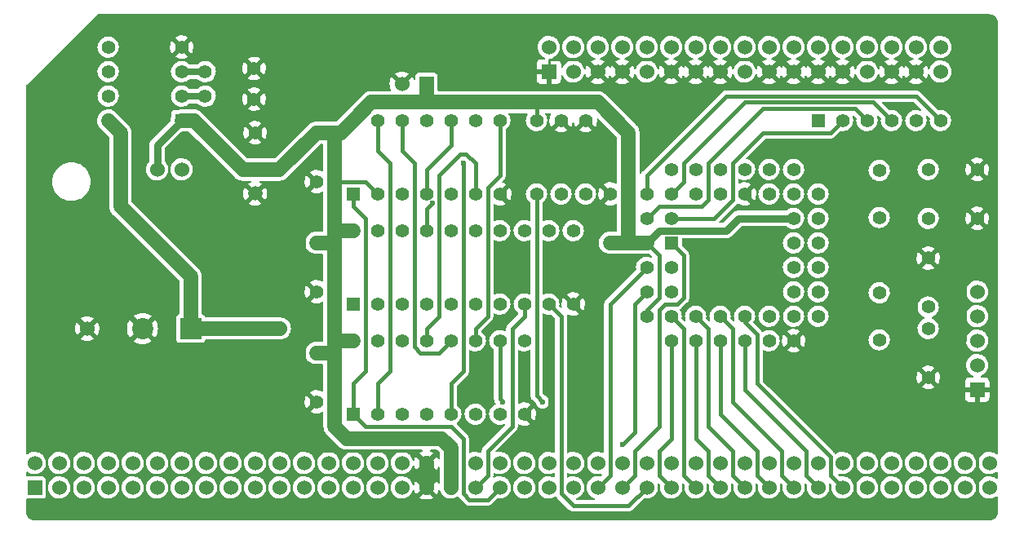
<source format=gbr>
G04 #@! TF.GenerationSoftware,KiCad,Pcbnew,(6.0.2)*
G04 #@! TF.CreationDate,2023-09-27T10:31:06-07:00*
G04 #@! TF.ProjectId,Z80-FDC-V2,5a38302d-4644-4432-9d56-322e6b696361,2.0*
G04 #@! TF.SameCoordinates,Original*
G04 #@! TF.FileFunction,Copper,L1,Top*
G04 #@! TF.FilePolarity,Positive*
%FSLAX46Y46*%
G04 Gerber Fmt 4.6, Leading zero omitted, Abs format (unit mm)*
G04 Created by KiCad (PCBNEW (6.0.2)) date 2023-09-27 10:31:06*
%MOMM*%
%LPD*%
G01*
G04 APERTURE LIST*
G04 #@! TA.AperFunction,ComponentPad*
%ADD10R,1.397000X1.397000*%
G04 #@! TD*
G04 #@! TA.AperFunction,ComponentPad*
%ADD11C,1.397000*%
G04 #@! TD*
G04 #@! TA.AperFunction,ComponentPad*
%ADD12C,1.524000*%
G04 #@! TD*
G04 #@! TA.AperFunction,ComponentPad*
%ADD13R,1.524000X1.524000*%
G04 #@! TD*
G04 #@! TA.AperFunction,ComponentPad*
%ADD14R,1.490980X1.490980*%
G04 #@! TD*
G04 #@! TA.AperFunction,ComponentPad*
%ADD15C,1.490980*%
G04 #@! TD*
G04 #@! TA.AperFunction,ComponentPad*
%ADD16R,2.200000X2.200000*%
G04 #@! TD*
G04 #@! TA.AperFunction,ComponentPad*
%ADD17C,2.200000*%
G04 #@! TD*
G04 #@! TA.AperFunction,ViaPad*
%ADD18C,0.600000*%
G04 #@! TD*
G04 #@! TA.AperFunction,Conductor*
%ADD19C,0.250000*%
G04 #@! TD*
G04 #@! TA.AperFunction,Conductor*
%ADD20C,0.400000*%
G04 #@! TD*
G04 #@! TA.AperFunction,Conductor*
%ADD21C,0.800000*%
G04 #@! TD*
G04 #@! TA.AperFunction,Conductor*
%ADD22C,1.500000*%
G04 #@! TD*
G04 #@! TA.AperFunction,Conductor*
%ADD23C,0.700000*%
G04 #@! TD*
G04 APERTURE END LIST*
D10*
X193040000Y-101600000D03*
D11*
X190500000Y-104140000D03*
X193040000Y-104140000D03*
X190500000Y-106680000D03*
X193040000Y-106680000D03*
X190500000Y-109220000D03*
X193040000Y-111760000D03*
X193040000Y-109220000D03*
X195580000Y-111760000D03*
X195580000Y-109220000D03*
X198120000Y-111760000D03*
X198120000Y-109220000D03*
X200660000Y-111760000D03*
X200660000Y-109220000D03*
X203200000Y-111760000D03*
X203200000Y-109220000D03*
X205740000Y-111760000D03*
X208280000Y-109220000D03*
X205740000Y-109220000D03*
X208280000Y-106680000D03*
X205740000Y-106680000D03*
X208280000Y-104140000D03*
X205740000Y-104140000D03*
X208280000Y-101600000D03*
X205740000Y-101600000D03*
X208280000Y-99060000D03*
X205740000Y-99060000D03*
X208280000Y-96520000D03*
X205740000Y-93980000D03*
X205740000Y-96520000D03*
X203200000Y-93980000D03*
X203200000Y-96520000D03*
X200660000Y-93980000D03*
X200660000Y-96520000D03*
X198120000Y-93980000D03*
X198120000Y-96520000D03*
X195580000Y-93980000D03*
X195580000Y-96520000D03*
X193040000Y-93980000D03*
X190500000Y-96520000D03*
X193040000Y-96520000D03*
X190500000Y-99060000D03*
X193040000Y-99060000D03*
X190500000Y-101600000D03*
D12*
X224790000Y-106680000D03*
X224790000Y-109220000D03*
X224790000Y-111760000D03*
X224790000Y-114300000D03*
D13*
X224790000Y-116840000D03*
D11*
X214630000Y-94079060D03*
X214630000Y-98960940D03*
D12*
X226060000Y-124460000D03*
X223520000Y-124460000D03*
X220980000Y-124460000D03*
X218440000Y-124460000D03*
X215900000Y-124460000D03*
X213360000Y-124460000D03*
X210820000Y-124460000D03*
X208280000Y-124460000D03*
X205740000Y-124460000D03*
X203200000Y-124460000D03*
X200660000Y-124460000D03*
X198120000Y-124460000D03*
X195580000Y-124460000D03*
X193040000Y-124460000D03*
X190500000Y-124460000D03*
X187960000Y-124460000D03*
X185420000Y-124460000D03*
X182880000Y-124460000D03*
X180340000Y-124460000D03*
X177800000Y-124460000D03*
X175260000Y-124460000D03*
X172720000Y-124460000D03*
X170180000Y-124460000D03*
X167640000Y-124460000D03*
X165100000Y-124460000D03*
X162560000Y-124460000D03*
X160020000Y-124460000D03*
X157480000Y-124460000D03*
X154940000Y-124460000D03*
X152400000Y-124460000D03*
X149860000Y-124460000D03*
X147320000Y-124460000D03*
X144780000Y-124460000D03*
X142240000Y-124460000D03*
X139700000Y-124460000D03*
X137160000Y-124460000D03*
X134620000Y-124460000D03*
X132080000Y-124460000D03*
X129540000Y-124460000D03*
X127000000Y-124460000D03*
X226060000Y-127000000D03*
X223520000Y-127000000D03*
X220980000Y-127000000D03*
X218440000Y-127000000D03*
X215900000Y-127000000D03*
X213360000Y-127000000D03*
X210820000Y-127000000D03*
X208280000Y-127000000D03*
X205740000Y-127000000D03*
X203200000Y-127000000D03*
X200660000Y-127000000D03*
X198120000Y-127000000D03*
X195580000Y-127000000D03*
X193040000Y-127000000D03*
X190500000Y-127000000D03*
X187960000Y-127000000D03*
X185420000Y-127000000D03*
X182880000Y-127000000D03*
X180340000Y-127000000D03*
X177800000Y-127000000D03*
X175260000Y-127000000D03*
X172720000Y-127000000D03*
X170180000Y-127000000D03*
X167640000Y-127000000D03*
X165100000Y-127000000D03*
X162560000Y-127000000D03*
X160020000Y-127000000D03*
X157480000Y-127000000D03*
X154940000Y-127000000D03*
X152400000Y-127000000D03*
X149860000Y-127000000D03*
X147320000Y-127000000D03*
X144780000Y-127000000D03*
X142240000Y-127000000D03*
X139700000Y-127000000D03*
X137160000Y-127000000D03*
X134620000Y-127000000D03*
X132080000Y-127000000D03*
X129540000Y-127000000D03*
D13*
X127000000Y-127000000D03*
D11*
X186690000Y-101600000D03*
X186690000Y-96520000D03*
X156210000Y-118110000D03*
X156210000Y-113030000D03*
D13*
X167640000Y-85090000D03*
D12*
X165100000Y-85090000D03*
D11*
X156210000Y-101600000D03*
X156210000Y-106680000D03*
X144780000Y-90170000D03*
X149860000Y-90170000D03*
X156210000Y-90170000D03*
X156210000Y-95250000D03*
X224790000Y-93980000D03*
X219710000Y-93980000D03*
D14*
X149860000Y-94000000D03*
D15*
X149860000Y-96500000D03*
D10*
X160020000Y-107950000D03*
D11*
X162560000Y-107950000D03*
X165100000Y-107950000D03*
X167640000Y-107950000D03*
X170180000Y-107950000D03*
X172720000Y-107950000D03*
X175260000Y-107950000D03*
X177800000Y-107950000D03*
X180340000Y-107950000D03*
X182880000Y-107950000D03*
X182880000Y-100330000D03*
X180340000Y-100330000D03*
X177800000Y-100330000D03*
X175260000Y-100330000D03*
X172720000Y-100330000D03*
X170180000Y-100330000D03*
X167640000Y-100330000D03*
X165100000Y-100330000D03*
X162560000Y-100330000D03*
X160020000Y-100330000D03*
D12*
X152430480Y-110490000D03*
X132430520Y-110490000D03*
D11*
X149771316Y-83510000D03*
X149771316Y-86685000D03*
X144691316Y-83827500D03*
X144691316Y-86367500D03*
X181610000Y-88900000D03*
X181610000Y-96520000D03*
X160020000Y-88900000D03*
X162560000Y-88900000D03*
X165100000Y-88900000D03*
X167640000Y-88900000D03*
X170180000Y-88900000D03*
X172720000Y-88900000D03*
X175260000Y-88900000D03*
X175260000Y-96520000D03*
X172720000Y-96520000D03*
X170180000Y-96520000D03*
X167640000Y-96520000D03*
X165100000Y-96520000D03*
X162560000Y-96520000D03*
D10*
X160020000Y-96520000D03*
D11*
X219710000Y-115570000D03*
X219710000Y-110490000D03*
X179070000Y-96520000D03*
X179070000Y-88900000D03*
D10*
X142240000Y-88900000D03*
D11*
X142240000Y-86360000D03*
X142240000Y-83820000D03*
X142240000Y-81280000D03*
X134620000Y-81280000D03*
X134620000Y-83820000D03*
X134620000Y-86360000D03*
X134620000Y-88900000D03*
D10*
X208280000Y-88900000D03*
D11*
X210820000Y-88900000D03*
X213360000Y-88900000D03*
X215900000Y-88900000D03*
X218440000Y-88900000D03*
X220980000Y-88900000D03*
X214630000Y-106779060D03*
X214630000Y-111660940D03*
D16*
X143179730Y-110490000D03*
D17*
X138179730Y-110490000D03*
D11*
X160020000Y-111760000D03*
X162560000Y-111760000D03*
X165100000Y-111760000D03*
X167640000Y-111760000D03*
X170180000Y-111760000D03*
X172720000Y-111760000D03*
X175260000Y-111760000D03*
X177800000Y-111760000D03*
X177800000Y-119380000D03*
X175260000Y-119380000D03*
X172720000Y-119380000D03*
X170180000Y-119380000D03*
X167640000Y-119380000D03*
X165100000Y-119380000D03*
X162560000Y-119380000D03*
D10*
X160020000Y-119380000D03*
D11*
X184150000Y-88900000D03*
X184150000Y-96520000D03*
D13*
X180340000Y-83820000D03*
D12*
X180340000Y-81280000D03*
X182880000Y-83820000D03*
X182880000Y-81280000D03*
X185420000Y-83820000D03*
X185420000Y-81280000D03*
X187960000Y-83820000D03*
X187960000Y-81280000D03*
X190500000Y-83820000D03*
X190500000Y-81280000D03*
X193040000Y-83820000D03*
X193040000Y-81280000D03*
X195580000Y-83820000D03*
X195580000Y-81280000D03*
X198120000Y-83820000D03*
X198120000Y-81280000D03*
X200660000Y-83820000D03*
X200660000Y-81280000D03*
X203200000Y-83820000D03*
X203200000Y-81280000D03*
X205740000Y-83820000D03*
X205740000Y-81280000D03*
X208280000Y-83820000D03*
X208280000Y-81280000D03*
X210820000Y-83820000D03*
X210820000Y-81280000D03*
X213360000Y-83820000D03*
X213360000Y-81280000D03*
X215900000Y-83820000D03*
X215900000Y-81280000D03*
X218440000Y-83820000D03*
X218440000Y-81280000D03*
X220980000Y-83820000D03*
X220980000Y-81280000D03*
D11*
X219710000Y-103187500D03*
X219710000Y-108267500D03*
X219710000Y-99060000D03*
X224790000Y-99060000D03*
D12*
X139700000Y-93980000D03*
X142240000Y-93980000D03*
D18*
X211455000Y-93980000D03*
X211455000Y-99060000D03*
X211455000Y-109220000D03*
X211455000Y-104140000D03*
X200660000Y-104140000D03*
X198120000Y-101600000D03*
X209550000Y-119380000D03*
X168260500Y-97485860D03*
X175577500Y-118110000D03*
X179070000Y-123825000D03*
X200660000Y-100330000D03*
X182880000Y-111760000D03*
X180340000Y-111760000D03*
X184150000Y-125730000D03*
X187960000Y-122555000D03*
X171450000Y-93345000D03*
X179705000Y-118110000D03*
D19*
X211455000Y-99060000D02*
X211455000Y-93980000D01*
X211455000Y-104140000D02*
X211455000Y-99060000D01*
X211455000Y-104140000D02*
X211455000Y-109220000D01*
X211455000Y-109220000D02*
X210185000Y-110490000D01*
X207645000Y-110490000D02*
X210185000Y-110490000D01*
X207010000Y-110490000D02*
X207645000Y-110490000D01*
X205740000Y-111760000D02*
X207010000Y-110490000D01*
X223520000Y-100330000D02*
X223520000Y-111760000D01*
X223520000Y-111760000D02*
X219710000Y-115570000D01*
X224790000Y-99060000D02*
X223520000Y-100330000D01*
X220980000Y-116840000D02*
X219710000Y-115570000D01*
X224790000Y-116840000D02*
X220980000Y-116840000D01*
X224790000Y-128270000D02*
X224790000Y-116840000D01*
X212090000Y-128270000D02*
X224790000Y-128270000D01*
D20*
X175577500Y-118110000D02*
X175260000Y-117792500D01*
X175260000Y-117792500D02*
X175260000Y-111760000D01*
X170180000Y-119380000D02*
X170180000Y-116205000D01*
X170180000Y-116205000D02*
X171450000Y-114935000D01*
X171450000Y-114935000D02*
X171450000Y-93345000D01*
D21*
X190500000Y-101600000D02*
X191770000Y-100330000D01*
X200025000Y-99060000D02*
X203200000Y-99060000D01*
X191770000Y-100330000D02*
X198755000Y-100330000D01*
X198755000Y-100330000D02*
X200025000Y-99060000D01*
D19*
X200660000Y-100330000D02*
X199390000Y-101600000D01*
X199390000Y-101600000D02*
X198120000Y-101600000D01*
D20*
X162560000Y-116205000D02*
X162560000Y-119380000D01*
X163830000Y-114935000D02*
X162560000Y-116205000D01*
X163830000Y-93345000D02*
X163830000Y-114935000D01*
X167005000Y-113030000D02*
X168910000Y-113030000D01*
X166370000Y-112395000D02*
X167005000Y-113030000D01*
X168910000Y-113030000D02*
X170180000Y-111760000D01*
X166370000Y-93345000D02*
X166370000Y-112395000D01*
X167640000Y-111760000D02*
X167640000Y-110490000D01*
X167640000Y-110490000D02*
X168910000Y-109220000D01*
X168910000Y-109220000D02*
X168910000Y-94615000D01*
D19*
X148113750Y-88342566D02*
X149771316Y-86685000D01*
X148113750Y-88423750D02*
X148113750Y-88342566D01*
X148113750Y-88423750D02*
X147320000Y-87630000D01*
X149860000Y-90170000D02*
X148113750Y-88423750D01*
X147320000Y-81058684D02*
X147320000Y-80962500D01*
X147320000Y-80962500D02*
X147320000Y-80010000D01*
X147320000Y-87630000D02*
X147320000Y-80962500D01*
X149771316Y-83510000D02*
X147320000Y-81058684D01*
D20*
X171132500Y-92392500D02*
X171767500Y-92392500D01*
X168910000Y-94615000D02*
X171132500Y-92392500D01*
X172720000Y-93345000D02*
X172720000Y-96520000D01*
X171767500Y-92392500D02*
X172720000Y-93345000D01*
X168260500Y-97487000D02*
X167640000Y-98107500D01*
X168260500Y-97485860D02*
X168260500Y-97487000D01*
X167640000Y-98107500D02*
X167640000Y-100330000D01*
X165100000Y-88900000D02*
X165100000Y-92075000D01*
X165100000Y-92075000D02*
X166370000Y-93345000D01*
X175260000Y-88900000D02*
X175260000Y-94615000D01*
X218440000Y-86360000D02*
X220980000Y-88900000D01*
X198755000Y-86360000D02*
X218440000Y-86360000D01*
X190500000Y-94615000D02*
X198755000Y-86360000D01*
X190500000Y-96520000D02*
X190500000Y-94615000D01*
X213995000Y-86995000D02*
X215900000Y-88900000D01*
X200660000Y-86995000D02*
X213995000Y-86995000D01*
X194310000Y-95250000D02*
X194310000Y-93345000D01*
X194310000Y-93345000D02*
X200660000Y-86995000D01*
X193040000Y-96520000D02*
X194310000Y-95250000D01*
X196850000Y-97155000D02*
X196850000Y-93345000D01*
X196850000Y-93345000D02*
X202565000Y-87630000D01*
X202565000Y-87630000D02*
X212090000Y-87630000D01*
X196215000Y-97790000D02*
X196850000Y-97155000D01*
X212090000Y-87630000D02*
X213360000Y-88900000D01*
X191770000Y-97790000D02*
X196215000Y-97790000D01*
X190500000Y-99060000D02*
X191770000Y-97790000D01*
X209550000Y-90170000D02*
X202565000Y-90170000D01*
X210820000Y-88900000D02*
X209550000Y-90170000D01*
X199390000Y-93345000D02*
X202565000Y-90170000D01*
X201930000Y-111125000D02*
X201930000Y-116205000D01*
X200660000Y-109855000D02*
X201930000Y-111125000D01*
X209550000Y-123825000D02*
X209550000Y-125730000D01*
X209550000Y-125730000D02*
X210820000Y-127000000D01*
X200660000Y-109220000D02*
X200660000Y-109855000D01*
X201930000Y-116205000D02*
X209550000Y-123825000D01*
D19*
X201930000Y-106045000D02*
X201930000Y-101600000D01*
X204470000Y-108585000D02*
X201930000Y-106045000D01*
X201930000Y-101600000D02*
X200660000Y-100330000D01*
X204470000Y-110490000D02*
X204470000Y-108585000D01*
X205740000Y-111760000D02*
X204470000Y-110490000D01*
D20*
X173990000Y-109220000D02*
X173990000Y-95885000D01*
X175260000Y-94615000D02*
X173990000Y-95885000D01*
D19*
X223520000Y-97790000D02*
X223520000Y-95250000D01*
X224790000Y-99060000D02*
X223520000Y-97790000D01*
X223520000Y-92710000D02*
X223520000Y-88900000D01*
X224790000Y-93980000D02*
X223520000Y-92710000D01*
X223520000Y-95250000D02*
X224790000Y-93980000D01*
X223520000Y-88900000D02*
X218440000Y-83820000D01*
D20*
X189230000Y-107950000D02*
X190500000Y-106680000D01*
X189230000Y-121285000D02*
X189230000Y-107950000D01*
X187960000Y-122555000D02*
X189230000Y-121285000D01*
D19*
X212090000Y-123190000D02*
X212090000Y-128270000D01*
X209550000Y-120650000D02*
X212090000Y-123190000D01*
X209550000Y-119380000D02*
X209550000Y-120650000D01*
X209550000Y-119380000D02*
X209550000Y-115570000D01*
X209550000Y-115570000D02*
X205740000Y-111760000D01*
X178435000Y-93345000D02*
X175260000Y-96520000D01*
X178435000Y-92075000D02*
X178435000Y-93345000D01*
X181610000Y-88900000D02*
X178435000Y-92075000D01*
D22*
X179070000Y-86995000D02*
X167640000Y-86995000D01*
D20*
X179070000Y-88900000D02*
X179070000Y-86995000D01*
D22*
X185420000Y-86995000D02*
X179070000Y-86995000D01*
D20*
X170180000Y-91440000D02*
X170180000Y-88900000D01*
X167640000Y-93980000D02*
X170180000Y-91440000D01*
X167640000Y-96520000D02*
X167640000Y-93980000D01*
D19*
X203200000Y-83820000D02*
X204470000Y-82550000D01*
X194310000Y-82550000D02*
X195580000Y-83820000D01*
X182880000Y-107950000D02*
X184150000Y-106680000D01*
X186690000Y-82550000D02*
X187960000Y-83820000D01*
X212090000Y-82550000D02*
X214630000Y-82550000D01*
X148590000Y-97790000D02*
X139700000Y-97790000D01*
X210820000Y-129540000D02*
X212090000Y-128270000D01*
X180340000Y-83820000D02*
X180340000Y-82550000D01*
X184150000Y-106680000D02*
X184150000Y-99060000D01*
X160020000Y-80010000D02*
X165100000Y-85090000D01*
X208280000Y-83820000D02*
X209550000Y-82550000D01*
X167640000Y-127000000D02*
X168910000Y-128270000D01*
X193040000Y-83820000D02*
X194310000Y-82550000D01*
X136909730Y-109220000D02*
X138179730Y-110490000D01*
X207010000Y-82550000D02*
X208280000Y-83820000D01*
X214630000Y-82550000D02*
X215900000Y-83820000D01*
X217170000Y-82550000D02*
X218440000Y-83820000D01*
X182880000Y-111760000D02*
X184150000Y-110490000D01*
X198120000Y-83820000D02*
X199390000Y-82550000D01*
X180340000Y-119380000D02*
X180340000Y-111760000D01*
X139700000Y-97790000D02*
X137795000Y-95885000D01*
X156210000Y-123190000D02*
X154940000Y-121920000D01*
X184150000Y-110490000D02*
X184150000Y-109220000D01*
X151130000Y-97790000D02*
X154940000Y-97790000D01*
X215900000Y-83820000D02*
X217170000Y-82550000D01*
X184150000Y-99060000D02*
X186690000Y-96520000D01*
X195580000Y-83820000D02*
X196850000Y-82550000D01*
X154940000Y-107950000D02*
X156210000Y-106680000D01*
X137795000Y-95885000D02*
X137795000Y-85725000D01*
X147320000Y-80010000D02*
X160020000Y-80010000D01*
X132430520Y-110490000D02*
X133700520Y-109220000D01*
X167640000Y-127000000D02*
X166370000Y-128270000D01*
X184150000Y-82550000D02*
X185420000Y-83820000D01*
X130810000Y-112110520D02*
X132430520Y-110490000D01*
X149860000Y-96500000D02*
X151130000Y-97770000D01*
X156210000Y-106680000D02*
X154940000Y-105410000D01*
X137795000Y-85725000D02*
X142240000Y-81280000D01*
X154940000Y-116840000D02*
X154940000Y-107950000D01*
X187960000Y-83820000D02*
X189230000Y-82550000D01*
X154940000Y-96520000D02*
X156210000Y-95250000D01*
X181610000Y-88900000D02*
X182880000Y-90170000D01*
X199390000Y-82550000D02*
X201930000Y-82550000D01*
X186690000Y-96520000D02*
X185420000Y-95250000D01*
X179070000Y-120650000D02*
X180340000Y-119380000D01*
X191770000Y-82550000D02*
X193040000Y-83820000D01*
X180340000Y-82550000D02*
X184150000Y-82550000D01*
X179070000Y-120650000D02*
X179070000Y-129540000D01*
X177800000Y-119380000D02*
X179070000Y-120650000D01*
X167640000Y-124460000D02*
X166370000Y-123190000D01*
X189230000Y-82550000D02*
X191770000Y-82550000D01*
X168910000Y-128270000D02*
X170180000Y-129540000D01*
X184150000Y-113030000D02*
X182880000Y-111760000D01*
X210820000Y-83820000D02*
X212090000Y-82550000D01*
X179070000Y-129540000D02*
X210820000Y-129540000D01*
X170180000Y-129540000D02*
X179070000Y-129540000D01*
X196850000Y-82550000D02*
X198120000Y-83820000D01*
X166370000Y-128270000D02*
X168910000Y-128270000D01*
X130810000Y-128270000D02*
X130810000Y-112110520D01*
X149860000Y-96500000D02*
X148590000Y-97770000D01*
X154940000Y-121920000D02*
X154940000Y-119380000D01*
X154940000Y-119380000D02*
X156210000Y-118110000D01*
X201930000Y-82550000D02*
X203200000Y-83820000D01*
X154940000Y-105410000D02*
X154940000Y-96520000D01*
X147320000Y-80010000D02*
X143510000Y-80010000D01*
X185420000Y-95250000D02*
X185420000Y-90170000D01*
X205740000Y-83820000D02*
X207010000Y-82550000D01*
X148590000Y-97770000D02*
X148590000Y-97790000D01*
X166370000Y-123190000D02*
X156210000Y-123190000D01*
X204470000Y-82550000D02*
X205740000Y-83820000D01*
X209550000Y-82550000D02*
X210820000Y-83820000D01*
X143510000Y-80010000D02*
X142240000Y-81280000D01*
X156210000Y-118110000D02*
X154940000Y-116840000D01*
X133700520Y-109220000D02*
X136909730Y-109220000D01*
X185420000Y-90170000D02*
X184150000Y-88900000D01*
X166370000Y-128270000D02*
X130810000Y-128270000D01*
X184150000Y-125730000D02*
X184150000Y-113030000D01*
X182880000Y-90170000D02*
X184150000Y-88900000D01*
X185420000Y-83820000D02*
X186690000Y-82550000D01*
X184150000Y-109220000D02*
X182880000Y-107950000D01*
D22*
X167640000Y-127000000D02*
X167640000Y-124460000D01*
D19*
X151130000Y-97770000D02*
X151130000Y-97790000D01*
D22*
X160020000Y-111760000D02*
X158115000Y-111760000D01*
D20*
X191770000Y-102870000D02*
X190500000Y-101600000D01*
D22*
X160020000Y-100330000D02*
X158115000Y-100330000D01*
X170180000Y-127000000D02*
X170180000Y-124460000D01*
X149860000Y-94000000D02*
X148610000Y-94000000D01*
X167640000Y-85090000D02*
X167640000Y-86995000D01*
X143510000Y-88900000D02*
X144780000Y-90170000D01*
X159385000Y-121920000D02*
X158115000Y-120650000D01*
X156210000Y-113030000D02*
X158115000Y-113030000D01*
X170180000Y-124460000D02*
X170180000Y-122872500D01*
D21*
X139700000Y-91440000D02*
X139700000Y-93980000D01*
D20*
X161290000Y-95250000D02*
X162560000Y-96520000D01*
D21*
X203200000Y-99060000D02*
X205740000Y-99060000D01*
D22*
X170180000Y-122872500D02*
X169227500Y-121920000D01*
X158115000Y-95250000D02*
X158115000Y-90170000D01*
X188595000Y-101600000D02*
X188595000Y-90170000D01*
X160020000Y-88900000D02*
X158750000Y-90170000D01*
X152380000Y-94000000D02*
X156210000Y-90170000D01*
X158115000Y-120650000D02*
X158115000Y-113030000D01*
D20*
X190500000Y-108585000D02*
X191770000Y-107315000D01*
X158115000Y-95250000D02*
X161290000Y-95250000D01*
D22*
X149860000Y-94000000D02*
X152380000Y-94000000D01*
X142240000Y-88900000D02*
X143510000Y-88900000D01*
D20*
X191770000Y-107315000D02*
X191770000Y-102870000D01*
D22*
X158115000Y-111760000D02*
X158115000Y-101917500D01*
X188595000Y-90170000D02*
X185420000Y-86995000D01*
X148610000Y-94000000D02*
X144780000Y-90170000D01*
D20*
X190500000Y-109220000D02*
X190500000Y-108585000D01*
D22*
X157797500Y-101600000D02*
X158115000Y-101917500D01*
X158115000Y-100330000D02*
X158115000Y-95250000D01*
X188595000Y-101600000D02*
X186690000Y-101600000D01*
D21*
X142240000Y-88900000D02*
X139700000Y-91440000D01*
D22*
X158750000Y-90170000D02*
X158115000Y-90170000D01*
X158115000Y-113030000D02*
X158115000Y-111760000D01*
X161925000Y-86995000D02*
X167640000Y-86995000D01*
X156210000Y-101600000D02*
X157797500Y-101600000D01*
X160020000Y-88900000D02*
X161925000Y-86995000D01*
X169227500Y-121920000D02*
X159385000Y-121920000D01*
X190500000Y-101600000D02*
X188595000Y-101600000D01*
X158115000Y-101917500D02*
X158115000Y-100330000D01*
X156210000Y-90170000D02*
X158115000Y-90170000D01*
D20*
X177800000Y-109220000D02*
X177800000Y-107950000D01*
X176530000Y-110490000D02*
X177800000Y-109220000D01*
X173990000Y-123190000D02*
X176530000Y-120650000D01*
X176530000Y-120650000D02*
X176530000Y-110490000D01*
X173990000Y-125730000D02*
X173990000Y-123190000D01*
X172720000Y-127000000D02*
X173990000Y-125730000D01*
X160020000Y-116205000D02*
X161290000Y-114935000D01*
X161290000Y-120650000D02*
X160020000Y-119380000D01*
X171450000Y-127635000D02*
X171450000Y-121920000D01*
X161290000Y-99695000D02*
X161290000Y-99060000D01*
X161290000Y-114935000D02*
X161290000Y-99695000D01*
X160020000Y-97790000D02*
X160020000Y-96520000D01*
X173990000Y-128270000D02*
X172085000Y-128270000D01*
X172085000Y-128270000D02*
X171450000Y-127635000D01*
X161290000Y-99060000D02*
X160020000Y-97790000D01*
X170180000Y-120650000D02*
X161290000Y-120650000D01*
X175260000Y-127000000D02*
X173990000Y-128270000D01*
X160020000Y-119380000D02*
X160020000Y-116205000D01*
X171450000Y-121920000D02*
X170180000Y-120650000D01*
X186690000Y-107950000D02*
X186690000Y-125730000D01*
X190500000Y-104140000D02*
X186690000Y-107950000D01*
X186690000Y-125730000D02*
X185420000Y-127000000D01*
X189230000Y-123190000D02*
X191770000Y-120650000D01*
X191770000Y-108585000D02*
X192405000Y-107950000D01*
X193675000Y-107950000D02*
X194310000Y-107315000D01*
X192405000Y-107950000D02*
X193675000Y-107950000D01*
X194310000Y-102870000D02*
X193040000Y-101600000D01*
X194310000Y-107315000D02*
X194310000Y-102870000D01*
X191770000Y-120650000D02*
X191770000Y-108585000D01*
X187960000Y-127000000D02*
X189230000Y-125730000D01*
X189230000Y-125730000D02*
X189230000Y-123190000D01*
X181610000Y-127635000D02*
X181610000Y-109220000D01*
X181610000Y-109220000D02*
X180340000Y-107950000D01*
X190500000Y-127000000D02*
X188595000Y-128905000D01*
X188595000Y-128905000D02*
X182880000Y-128905000D01*
X182880000Y-128905000D02*
X181610000Y-127635000D01*
X172720000Y-111760000D02*
X172720000Y-110490000D01*
X193040000Y-127000000D02*
X191770000Y-125730000D01*
X191770000Y-125730000D02*
X191770000Y-123190000D01*
X172720000Y-110490000D02*
X173990000Y-109220000D01*
X193040000Y-121920000D02*
X191770000Y-123190000D01*
X193040000Y-121920000D02*
X193040000Y-111760000D01*
X193040000Y-109220000D02*
X194310000Y-110490000D01*
X195580000Y-127000000D02*
X194310000Y-125730000D01*
X194310000Y-125730000D02*
X194310000Y-110490000D01*
X198120000Y-127000000D02*
X196850000Y-125730000D01*
X195580000Y-121920000D02*
X195580000Y-111760000D01*
X196850000Y-123190000D02*
X195580000Y-121920000D01*
X196850000Y-125730000D02*
X196850000Y-123190000D01*
X199390000Y-125730000D02*
X200660000Y-127000000D01*
X196850000Y-120650000D02*
X199390000Y-123190000D01*
X196850000Y-110490000D02*
X196850000Y-120650000D01*
X199390000Y-123190000D02*
X199390000Y-125730000D01*
X195580000Y-109220000D02*
X196850000Y-110490000D01*
X203200000Y-127000000D02*
X201930000Y-125730000D01*
X201930000Y-123190000D02*
X198120000Y-119380000D01*
X201930000Y-125730000D02*
X201930000Y-123190000D01*
X198120000Y-119380000D02*
X198120000Y-111760000D01*
X199390000Y-118110000D02*
X204470000Y-123190000D01*
X199390000Y-118110000D02*
X199390000Y-110490000D01*
X204470000Y-123190000D02*
X204470000Y-125730000D01*
X204470000Y-125730000D02*
X205740000Y-127000000D01*
X198120000Y-109220000D02*
X199390000Y-110490000D01*
X208280000Y-127000000D02*
X207010000Y-125730000D01*
X200660000Y-116840000D02*
X200660000Y-111760000D01*
X207010000Y-123190000D02*
X200660000Y-116840000D01*
X207010000Y-125730000D02*
X207010000Y-123190000D01*
D22*
X135890000Y-97790000D02*
X143179730Y-105079730D01*
X135890000Y-90170000D02*
X135890000Y-97790000D01*
X134620000Y-88900000D02*
X135890000Y-90170000D01*
X152430480Y-110490000D02*
X143179730Y-110490000D01*
X143179730Y-105079730D02*
X143179730Y-110490000D01*
D20*
X197485000Y-99060000D02*
X199390000Y-97155000D01*
X199390000Y-97155000D02*
X199390000Y-93345000D01*
X193040000Y-99060000D02*
X197485000Y-99060000D01*
X162560000Y-88900000D02*
X162560000Y-92075000D01*
X162560000Y-92075000D02*
X163830000Y-93345000D01*
D23*
X144683816Y-86360000D02*
X144691316Y-86367500D01*
X142240000Y-86360000D02*
X144683816Y-86360000D01*
X144683816Y-83820000D02*
X144691316Y-83827500D01*
X142240000Y-83820000D02*
X144683816Y-83820000D01*
D20*
X179705000Y-118110000D02*
X179070000Y-117475000D01*
X179070000Y-117475000D02*
X179070000Y-96520000D01*
G04 #@! TA.AperFunction,Conductor*
G36*
X226036215Y-77871219D02*
G01*
X226060000Y-77874986D01*
X226067697Y-77873767D01*
X226071343Y-77873767D01*
X226092051Y-77873157D01*
X226220027Y-77885761D01*
X226239057Y-77889547D01*
X226311332Y-77911471D01*
X226383605Y-77933395D01*
X226401535Y-77940822D01*
X226534745Y-78012024D01*
X226550882Y-78022806D01*
X226667649Y-78118634D01*
X226681366Y-78132351D01*
X226738945Y-78202511D01*
X226777194Y-78249118D01*
X226787976Y-78265255D01*
X226859178Y-78398465D01*
X226866605Y-78416395D01*
X226910453Y-78560941D01*
X226914239Y-78579975D01*
X226926843Y-78707947D01*
X226926233Y-78728657D01*
X226926233Y-78732303D01*
X226925014Y-78740000D01*
X226926233Y-78747696D01*
X226928781Y-78763784D01*
X226930000Y-78779271D01*
X226930000Y-123455770D01*
X226911093Y-123513961D01*
X226861593Y-123549925D01*
X226800407Y-123549925D01*
X226772040Y-123534999D01*
X226770717Y-123533776D01*
X226590025Y-123419768D01*
X226391582Y-123340597D01*
X226182035Y-123298916D01*
X226075218Y-123297518D01*
X225972940Y-123296178D01*
X225972935Y-123296178D01*
X225968401Y-123296119D01*
X225963926Y-123296888D01*
X225963925Y-123296888D01*
X225952123Y-123298916D01*
X225757834Y-123332301D01*
X225557387Y-123406250D01*
X225553488Y-123408569D01*
X225553483Y-123408572D01*
X225377678Y-123513165D01*
X225373772Y-123515489D01*
X225370357Y-123518484D01*
X225370354Y-123518486D01*
X225334505Y-123549925D01*
X225213140Y-123656360D01*
X225080869Y-123824145D01*
X224981389Y-124013225D01*
X224918032Y-124217267D01*
X224892920Y-124429439D01*
X224906894Y-124642634D01*
X224959485Y-124849713D01*
X224961387Y-124853838D01*
X224961387Y-124853839D01*
X224982642Y-124899944D01*
X225048933Y-125043740D01*
X225172241Y-125218218D01*
X225325281Y-125367302D01*
X225329056Y-125369824D01*
X225329058Y-125369826D01*
X225408591Y-125422968D01*
X225502927Y-125486001D01*
X225699229Y-125570339D01*
X225769624Y-125586268D01*
X225903187Y-125616491D01*
X225903192Y-125616492D01*
X225907613Y-125617492D01*
X225991298Y-125620780D01*
X226116568Y-125625702D01*
X226116569Y-125625702D01*
X226121101Y-125625880D01*
X226332543Y-125595222D01*
X226336842Y-125593763D01*
X226336845Y-125593762D01*
X226530556Y-125528006D01*
X226534857Y-125526546D01*
X226721268Y-125422151D01*
X226767695Y-125383538D01*
X226824525Y-125360865D01*
X226883828Y-125375926D01*
X226922952Y-125422968D01*
X226930000Y-125459653D01*
X226930000Y-125995770D01*
X226911093Y-126053961D01*
X226861593Y-126089925D01*
X226800407Y-126089925D01*
X226772040Y-126074999D01*
X226770717Y-126073776D01*
X226590025Y-125959768D01*
X226391582Y-125880597D01*
X226182035Y-125838916D01*
X226073958Y-125837501D01*
X225972940Y-125836178D01*
X225972935Y-125836178D01*
X225968401Y-125836119D01*
X225963926Y-125836888D01*
X225963925Y-125836888D01*
X225881013Y-125851135D01*
X225757834Y-125872301D01*
X225557387Y-125946250D01*
X225553488Y-125948569D01*
X225553483Y-125948572D01*
X225377678Y-126053165D01*
X225373772Y-126055489D01*
X225370357Y-126058484D01*
X225370354Y-126058486D01*
X225334505Y-126089925D01*
X225213140Y-126196360D01*
X225080869Y-126364145D01*
X224981389Y-126553225D01*
X224959411Y-126624005D01*
X224929539Y-126720210D01*
X224918032Y-126757267D01*
X224892920Y-126969439D01*
X224906894Y-127182634D01*
X224908010Y-127187027D01*
X224908010Y-127187029D01*
X224940058Y-127313219D01*
X224959485Y-127389713D01*
X225048933Y-127583740D01*
X225172241Y-127758218D01*
X225325281Y-127907302D01*
X225329056Y-127909824D01*
X225329058Y-127909826D01*
X225408591Y-127962968D01*
X225502927Y-128026001D01*
X225699229Y-128110339D01*
X225765819Y-128125407D01*
X225903187Y-128156491D01*
X225903192Y-128156492D01*
X225907613Y-128157492D01*
X226014357Y-128161686D01*
X226116568Y-128165702D01*
X226116569Y-128165702D01*
X226121101Y-128165880D01*
X226332543Y-128135222D01*
X226336842Y-128133763D01*
X226336845Y-128133762D01*
X226530556Y-128068006D01*
X226534857Y-128066546D01*
X226721268Y-127962151D01*
X226767695Y-127923538D01*
X226824525Y-127900865D01*
X226883828Y-127915926D01*
X226922952Y-127962968D01*
X226930000Y-127999653D01*
X226930000Y-129500729D01*
X226928781Y-129516215D01*
X226925014Y-129540000D01*
X226926233Y-129547697D01*
X226926233Y-129551343D01*
X226926843Y-129572053D01*
X226914239Y-129700025D01*
X226910453Y-129719059D01*
X226866605Y-129863605D01*
X226859178Y-129881535D01*
X226787976Y-130014745D01*
X226777194Y-130030882D01*
X226681366Y-130147649D01*
X226667649Y-130161366D01*
X226597489Y-130218945D01*
X226550882Y-130257194D01*
X226534745Y-130267976D01*
X226401535Y-130339178D01*
X226383605Y-130346605D01*
X226311332Y-130368529D01*
X226239057Y-130390453D01*
X226220027Y-130394239D01*
X226092051Y-130406843D01*
X226071343Y-130406233D01*
X226067697Y-130406233D01*
X226060000Y-130405014D01*
X226036216Y-130408781D01*
X226020729Y-130410000D01*
X127039271Y-130410000D01*
X127023784Y-130408781D01*
X127000000Y-130405014D01*
X126992303Y-130406233D01*
X126988657Y-130406233D01*
X126967949Y-130406843D01*
X126839973Y-130394239D01*
X126820943Y-130390453D01*
X126748668Y-130368529D01*
X126676395Y-130346605D01*
X126658465Y-130339178D01*
X126525255Y-130267976D01*
X126509118Y-130257194D01*
X126462511Y-130218945D01*
X126392351Y-130161366D01*
X126378634Y-130147649D01*
X126282806Y-130030882D01*
X126272024Y-130014745D01*
X126200822Y-129881535D01*
X126193395Y-129863605D01*
X126149547Y-129719059D01*
X126145761Y-129700025D01*
X126133157Y-129572053D01*
X126133767Y-129551343D01*
X126133767Y-129547697D01*
X126134986Y-129540000D01*
X126131219Y-129516215D01*
X126130000Y-129500729D01*
X126130000Y-128261500D01*
X126148907Y-128203309D01*
X126198407Y-128167345D01*
X126229000Y-128162500D01*
X127559545Y-128162499D01*
X127793518Y-128162499D01*
X127797361Y-128161890D01*
X127797366Y-128161890D01*
X127834217Y-128156053D01*
X127887304Y-128147646D01*
X127957746Y-128111754D01*
X127993403Y-128093586D01*
X127993405Y-128093585D01*
X128000342Y-128090050D01*
X128090050Y-128000342D01*
X128109510Y-127962151D01*
X128144110Y-127894244D01*
X128144110Y-127894243D01*
X128147646Y-127887304D01*
X128162500Y-127793519D01*
X128162499Y-126969439D01*
X128372920Y-126969439D01*
X128386894Y-127182634D01*
X128388010Y-127187027D01*
X128388010Y-127187029D01*
X128420058Y-127313219D01*
X128439485Y-127389713D01*
X128528933Y-127583740D01*
X128652241Y-127758218D01*
X128805281Y-127907302D01*
X128809056Y-127909824D01*
X128809058Y-127909826D01*
X128888591Y-127962968D01*
X128982927Y-128026001D01*
X129179229Y-128110339D01*
X129245819Y-128125407D01*
X129383187Y-128156491D01*
X129383192Y-128156492D01*
X129387613Y-128157492D01*
X129494357Y-128161686D01*
X129596568Y-128165702D01*
X129596569Y-128165702D01*
X129601101Y-128165880D01*
X129812543Y-128135222D01*
X129816842Y-128133763D01*
X129816845Y-128133762D01*
X130010556Y-128068006D01*
X130014857Y-128066546D01*
X130201268Y-127962151D01*
X130365533Y-127825533D01*
X130502151Y-127661268D01*
X130606546Y-127474857D01*
X130640209Y-127375688D01*
X130673762Y-127276845D01*
X130673763Y-127276842D01*
X130675222Y-127272543D01*
X130678222Y-127251851D01*
X130705460Y-127064001D01*
X130705461Y-127063993D01*
X130705880Y-127061101D01*
X130707328Y-127005828D01*
X130707404Y-127002914D01*
X130707404Y-127002909D01*
X130707480Y-127000000D01*
X130706945Y-126994172D01*
X130704672Y-126969439D01*
X130912920Y-126969439D01*
X130926894Y-127182634D01*
X130928010Y-127187027D01*
X130928010Y-127187029D01*
X130960058Y-127313219D01*
X130979485Y-127389713D01*
X131068933Y-127583740D01*
X131192241Y-127758218D01*
X131345281Y-127907302D01*
X131349056Y-127909824D01*
X131349058Y-127909826D01*
X131428591Y-127962968D01*
X131522927Y-128026001D01*
X131719229Y-128110339D01*
X131785819Y-128125407D01*
X131923187Y-128156491D01*
X131923192Y-128156492D01*
X131927613Y-128157492D01*
X132034357Y-128161686D01*
X132136568Y-128165702D01*
X132136569Y-128165702D01*
X132141101Y-128165880D01*
X132352543Y-128135222D01*
X132356842Y-128133763D01*
X132356845Y-128133762D01*
X132550556Y-128068006D01*
X132554857Y-128066546D01*
X132741268Y-127962151D01*
X132905533Y-127825533D01*
X133042151Y-127661268D01*
X133146546Y-127474857D01*
X133180209Y-127375688D01*
X133213762Y-127276845D01*
X133213763Y-127276842D01*
X133215222Y-127272543D01*
X133218222Y-127251851D01*
X133245460Y-127064001D01*
X133245461Y-127063993D01*
X133245880Y-127061101D01*
X133247328Y-127005828D01*
X133247404Y-127002914D01*
X133247404Y-127002909D01*
X133247480Y-127000000D01*
X133246945Y-126994172D01*
X133244672Y-126969439D01*
X133452920Y-126969439D01*
X133466894Y-127182634D01*
X133468010Y-127187027D01*
X133468010Y-127187029D01*
X133500058Y-127313219D01*
X133519485Y-127389713D01*
X133608933Y-127583740D01*
X133732241Y-127758218D01*
X133885281Y-127907302D01*
X133889056Y-127909824D01*
X133889058Y-127909826D01*
X133968591Y-127962968D01*
X134062927Y-128026001D01*
X134259229Y-128110339D01*
X134325819Y-128125407D01*
X134463187Y-128156491D01*
X134463192Y-128156492D01*
X134467613Y-128157492D01*
X134574357Y-128161686D01*
X134676568Y-128165702D01*
X134676569Y-128165702D01*
X134681101Y-128165880D01*
X134892543Y-128135222D01*
X134896842Y-128133763D01*
X134896845Y-128133762D01*
X135090556Y-128068006D01*
X135094857Y-128066546D01*
X135281268Y-127962151D01*
X135445533Y-127825533D01*
X135582151Y-127661268D01*
X135686546Y-127474857D01*
X135720209Y-127375688D01*
X135753762Y-127276845D01*
X135753763Y-127276842D01*
X135755222Y-127272543D01*
X135758222Y-127251851D01*
X135785460Y-127064001D01*
X135785461Y-127063993D01*
X135785880Y-127061101D01*
X135787328Y-127005828D01*
X135787404Y-127002914D01*
X135787404Y-127002909D01*
X135787480Y-127000000D01*
X135786945Y-126994172D01*
X135784672Y-126969439D01*
X135992920Y-126969439D01*
X136006894Y-127182634D01*
X136008010Y-127187027D01*
X136008010Y-127187029D01*
X136040058Y-127313219D01*
X136059485Y-127389713D01*
X136148933Y-127583740D01*
X136272241Y-127758218D01*
X136425281Y-127907302D01*
X136429056Y-127909824D01*
X136429058Y-127909826D01*
X136508591Y-127962968D01*
X136602927Y-128026001D01*
X136799229Y-128110339D01*
X136865819Y-128125407D01*
X137003187Y-128156491D01*
X137003192Y-128156492D01*
X137007613Y-128157492D01*
X137114357Y-128161686D01*
X137216568Y-128165702D01*
X137216569Y-128165702D01*
X137221101Y-128165880D01*
X137432543Y-128135222D01*
X137436842Y-128133763D01*
X137436845Y-128133762D01*
X137630556Y-128068006D01*
X137634857Y-128066546D01*
X137821268Y-127962151D01*
X137985533Y-127825533D01*
X138122151Y-127661268D01*
X138226546Y-127474857D01*
X138260209Y-127375688D01*
X138293762Y-127276845D01*
X138293763Y-127276842D01*
X138295222Y-127272543D01*
X138298222Y-127251851D01*
X138325460Y-127064001D01*
X138325461Y-127063993D01*
X138325880Y-127061101D01*
X138327328Y-127005828D01*
X138327404Y-127002914D01*
X138327404Y-127002909D01*
X138327480Y-127000000D01*
X138326945Y-126994172D01*
X138324672Y-126969439D01*
X138532920Y-126969439D01*
X138546894Y-127182634D01*
X138548010Y-127187027D01*
X138548010Y-127187029D01*
X138580058Y-127313219D01*
X138599485Y-127389713D01*
X138688933Y-127583740D01*
X138812241Y-127758218D01*
X138965281Y-127907302D01*
X138969056Y-127909824D01*
X138969058Y-127909826D01*
X139048591Y-127962968D01*
X139142927Y-128026001D01*
X139339229Y-128110339D01*
X139405819Y-128125407D01*
X139543187Y-128156491D01*
X139543192Y-128156492D01*
X139547613Y-128157492D01*
X139654357Y-128161686D01*
X139756568Y-128165702D01*
X139756569Y-128165702D01*
X139761101Y-128165880D01*
X139972543Y-128135222D01*
X139976842Y-128133763D01*
X139976845Y-128133762D01*
X140170556Y-128068006D01*
X140174857Y-128066546D01*
X140361268Y-127962151D01*
X140525533Y-127825533D01*
X140662151Y-127661268D01*
X140766546Y-127474857D01*
X140800209Y-127375688D01*
X140833762Y-127276845D01*
X140833763Y-127276842D01*
X140835222Y-127272543D01*
X140838222Y-127251851D01*
X140865460Y-127064001D01*
X140865461Y-127063993D01*
X140865880Y-127061101D01*
X140867328Y-127005828D01*
X140867404Y-127002914D01*
X140867404Y-127002909D01*
X140867480Y-127000000D01*
X140866945Y-126994172D01*
X140864672Y-126969439D01*
X141072920Y-126969439D01*
X141086894Y-127182634D01*
X141088010Y-127187027D01*
X141088010Y-127187029D01*
X141120058Y-127313219D01*
X141139485Y-127389713D01*
X141228933Y-127583740D01*
X141352241Y-127758218D01*
X141505281Y-127907302D01*
X141509056Y-127909824D01*
X141509058Y-127909826D01*
X141588591Y-127962968D01*
X141682927Y-128026001D01*
X141879229Y-128110339D01*
X141945819Y-128125407D01*
X142083187Y-128156491D01*
X142083192Y-128156492D01*
X142087613Y-128157492D01*
X142194357Y-128161686D01*
X142296568Y-128165702D01*
X142296569Y-128165702D01*
X142301101Y-128165880D01*
X142512543Y-128135222D01*
X142516842Y-128133763D01*
X142516845Y-128133762D01*
X142710556Y-128068006D01*
X142714857Y-128066546D01*
X142901268Y-127962151D01*
X143065533Y-127825533D01*
X143202151Y-127661268D01*
X143306546Y-127474857D01*
X143340209Y-127375688D01*
X143373762Y-127276845D01*
X143373763Y-127276842D01*
X143375222Y-127272543D01*
X143378222Y-127251851D01*
X143405460Y-127064001D01*
X143405461Y-127063993D01*
X143405880Y-127061101D01*
X143407328Y-127005828D01*
X143407404Y-127002914D01*
X143407404Y-127002909D01*
X143407480Y-127000000D01*
X143406945Y-126994172D01*
X143404672Y-126969439D01*
X143612920Y-126969439D01*
X143626894Y-127182634D01*
X143628010Y-127187027D01*
X143628010Y-127187029D01*
X143660058Y-127313219D01*
X143679485Y-127389713D01*
X143768933Y-127583740D01*
X143892241Y-127758218D01*
X144045281Y-127907302D01*
X144049056Y-127909824D01*
X144049058Y-127909826D01*
X144128591Y-127962968D01*
X144222927Y-128026001D01*
X144419229Y-128110339D01*
X144485819Y-128125407D01*
X144623187Y-128156491D01*
X144623192Y-128156492D01*
X144627613Y-128157492D01*
X144734357Y-128161686D01*
X144836568Y-128165702D01*
X144836569Y-128165702D01*
X144841101Y-128165880D01*
X145052543Y-128135222D01*
X145056842Y-128133763D01*
X145056845Y-128133762D01*
X145250556Y-128068006D01*
X145254857Y-128066546D01*
X145441268Y-127962151D01*
X145605533Y-127825533D01*
X145742151Y-127661268D01*
X145846546Y-127474857D01*
X145880209Y-127375688D01*
X145913762Y-127276845D01*
X145913763Y-127276842D01*
X145915222Y-127272543D01*
X145918222Y-127251851D01*
X145945460Y-127064001D01*
X145945461Y-127063993D01*
X145945880Y-127061101D01*
X145947328Y-127005828D01*
X145947404Y-127002914D01*
X145947404Y-127002909D01*
X145947480Y-127000000D01*
X145946945Y-126994172D01*
X145944672Y-126969439D01*
X146152920Y-126969439D01*
X146166894Y-127182634D01*
X146168010Y-127187027D01*
X146168010Y-127187029D01*
X146200058Y-127313219D01*
X146219485Y-127389713D01*
X146308933Y-127583740D01*
X146432241Y-127758218D01*
X146585281Y-127907302D01*
X146589056Y-127909824D01*
X146589058Y-127909826D01*
X146668591Y-127962968D01*
X146762927Y-128026001D01*
X146959229Y-128110339D01*
X147025819Y-128125407D01*
X147163187Y-128156491D01*
X147163192Y-128156492D01*
X147167613Y-128157492D01*
X147274357Y-128161686D01*
X147376568Y-128165702D01*
X147376569Y-128165702D01*
X147381101Y-128165880D01*
X147592543Y-128135222D01*
X147596842Y-128133763D01*
X147596845Y-128133762D01*
X147790556Y-128068006D01*
X147794857Y-128066546D01*
X147981268Y-127962151D01*
X148145533Y-127825533D01*
X148282151Y-127661268D01*
X148386546Y-127474857D01*
X148420209Y-127375688D01*
X148453762Y-127276845D01*
X148453763Y-127276842D01*
X148455222Y-127272543D01*
X148458222Y-127251851D01*
X148485460Y-127064001D01*
X148485461Y-127063993D01*
X148485880Y-127061101D01*
X148487328Y-127005828D01*
X148487404Y-127002914D01*
X148487404Y-127002909D01*
X148487480Y-127000000D01*
X148486945Y-126994172D01*
X148484672Y-126969439D01*
X148692920Y-126969439D01*
X148706894Y-127182634D01*
X148708010Y-127187027D01*
X148708010Y-127187029D01*
X148740058Y-127313219D01*
X148759485Y-127389713D01*
X148848933Y-127583740D01*
X148972241Y-127758218D01*
X149125281Y-127907302D01*
X149129056Y-127909824D01*
X149129058Y-127909826D01*
X149208591Y-127962968D01*
X149302927Y-128026001D01*
X149499229Y-128110339D01*
X149565819Y-128125407D01*
X149703187Y-128156491D01*
X149703192Y-128156492D01*
X149707613Y-128157492D01*
X149814357Y-128161686D01*
X149916568Y-128165702D01*
X149916569Y-128165702D01*
X149921101Y-128165880D01*
X150132543Y-128135222D01*
X150136842Y-128133763D01*
X150136845Y-128133762D01*
X150330556Y-128068006D01*
X150334857Y-128066546D01*
X150521268Y-127962151D01*
X150685533Y-127825533D01*
X150822151Y-127661268D01*
X150926546Y-127474857D01*
X150960209Y-127375688D01*
X150993762Y-127276845D01*
X150993763Y-127276842D01*
X150995222Y-127272543D01*
X150998222Y-127251851D01*
X151025460Y-127064001D01*
X151025461Y-127063993D01*
X151025880Y-127061101D01*
X151027328Y-127005828D01*
X151027404Y-127002914D01*
X151027404Y-127002909D01*
X151027480Y-127000000D01*
X151026945Y-126994172D01*
X151024672Y-126969439D01*
X151232920Y-126969439D01*
X151246894Y-127182634D01*
X151248010Y-127187027D01*
X151248010Y-127187029D01*
X151280058Y-127313219D01*
X151299485Y-127389713D01*
X151388933Y-127583740D01*
X151512241Y-127758218D01*
X151665281Y-127907302D01*
X151669056Y-127909824D01*
X151669058Y-127909826D01*
X151748591Y-127962968D01*
X151842927Y-128026001D01*
X152039229Y-128110339D01*
X152105819Y-128125407D01*
X152243187Y-128156491D01*
X152243192Y-128156492D01*
X152247613Y-128157492D01*
X152354357Y-128161686D01*
X152456568Y-128165702D01*
X152456569Y-128165702D01*
X152461101Y-128165880D01*
X152672543Y-128135222D01*
X152676842Y-128133763D01*
X152676845Y-128133762D01*
X152870556Y-128068006D01*
X152874857Y-128066546D01*
X153061268Y-127962151D01*
X153225533Y-127825533D01*
X153362151Y-127661268D01*
X153466546Y-127474857D01*
X153500209Y-127375688D01*
X153533762Y-127276845D01*
X153533763Y-127276842D01*
X153535222Y-127272543D01*
X153538222Y-127251851D01*
X153565460Y-127064001D01*
X153565461Y-127063993D01*
X153565880Y-127061101D01*
X153567328Y-127005828D01*
X153567404Y-127002914D01*
X153567404Y-127002909D01*
X153567480Y-127000000D01*
X153566945Y-126994172D01*
X153564672Y-126969439D01*
X153772920Y-126969439D01*
X153786894Y-127182634D01*
X153788010Y-127187027D01*
X153788010Y-127187029D01*
X153820058Y-127313219D01*
X153839485Y-127389713D01*
X153928933Y-127583740D01*
X154052241Y-127758218D01*
X154205281Y-127907302D01*
X154209056Y-127909824D01*
X154209058Y-127909826D01*
X154288591Y-127962968D01*
X154382927Y-128026001D01*
X154579229Y-128110339D01*
X154645819Y-128125407D01*
X154783187Y-128156491D01*
X154783192Y-128156492D01*
X154787613Y-128157492D01*
X154894357Y-128161686D01*
X154996568Y-128165702D01*
X154996569Y-128165702D01*
X155001101Y-128165880D01*
X155212543Y-128135222D01*
X155216842Y-128133763D01*
X155216845Y-128133762D01*
X155410556Y-128068006D01*
X155414857Y-128066546D01*
X155601268Y-127962151D01*
X155765533Y-127825533D01*
X155902151Y-127661268D01*
X156006546Y-127474857D01*
X156040209Y-127375688D01*
X156073762Y-127276845D01*
X156073763Y-127276842D01*
X156075222Y-127272543D01*
X156078222Y-127251851D01*
X156105460Y-127064001D01*
X156105461Y-127063993D01*
X156105880Y-127061101D01*
X156107328Y-127005828D01*
X156107404Y-127002914D01*
X156107404Y-127002909D01*
X156107480Y-127000000D01*
X156106945Y-126994172D01*
X156104672Y-126969439D01*
X156312920Y-126969439D01*
X156326894Y-127182634D01*
X156328010Y-127187027D01*
X156328010Y-127187029D01*
X156360058Y-127313219D01*
X156379485Y-127389713D01*
X156468933Y-127583740D01*
X156592241Y-127758218D01*
X156745281Y-127907302D01*
X156749056Y-127909824D01*
X156749058Y-127909826D01*
X156828591Y-127962968D01*
X156922927Y-128026001D01*
X157119229Y-128110339D01*
X157185819Y-128125407D01*
X157323187Y-128156491D01*
X157323192Y-128156492D01*
X157327613Y-128157492D01*
X157434357Y-128161686D01*
X157536568Y-128165702D01*
X157536569Y-128165702D01*
X157541101Y-128165880D01*
X157752543Y-128135222D01*
X157756842Y-128133763D01*
X157756845Y-128133762D01*
X157950556Y-128068006D01*
X157954857Y-128066546D01*
X158141268Y-127962151D01*
X158305533Y-127825533D01*
X158442151Y-127661268D01*
X158546546Y-127474857D01*
X158580209Y-127375688D01*
X158613762Y-127276845D01*
X158613763Y-127276842D01*
X158615222Y-127272543D01*
X158618222Y-127251851D01*
X158645460Y-127064001D01*
X158645461Y-127063993D01*
X158645880Y-127061101D01*
X158647328Y-127005828D01*
X158647404Y-127002914D01*
X158647404Y-127002909D01*
X158647480Y-127000000D01*
X158646945Y-126994172D01*
X158644672Y-126969439D01*
X158852920Y-126969439D01*
X158866894Y-127182634D01*
X158868010Y-127187027D01*
X158868010Y-127187029D01*
X158900058Y-127313219D01*
X158919485Y-127389713D01*
X159008933Y-127583740D01*
X159132241Y-127758218D01*
X159285281Y-127907302D01*
X159289056Y-127909824D01*
X159289058Y-127909826D01*
X159368591Y-127962968D01*
X159462927Y-128026001D01*
X159659229Y-128110339D01*
X159725819Y-128125407D01*
X159863187Y-128156491D01*
X159863192Y-128156492D01*
X159867613Y-128157492D01*
X159974357Y-128161686D01*
X160076568Y-128165702D01*
X160076569Y-128165702D01*
X160081101Y-128165880D01*
X160292543Y-128135222D01*
X160296842Y-128133763D01*
X160296845Y-128133762D01*
X160490556Y-128068006D01*
X160494857Y-128066546D01*
X160681268Y-127962151D01*
X160845533Y-127825533D01*
X160982151Y-127661268D01*
X161086546Y-127474857D01*
X161120209Y-127375688D01*
X161153762Y-127276845D01*
X161153763Y-127276842D01*
X161155222Y-127272543D01*
X161158222Y-127251851D01*
X161185460Y-127064001D01*
X161185461Y-127063993D01*
X161185880Y-127061101D01*
X161187328Y-127005828D01*
X161187404Y-127002914D01*
X161187404Y-127002909D01*
X161187480Y-127000000D01*
X161186945Y-126994172D01*
X161184672Y-126969439D01*
X161392920Y-126969439D01*
X161406894Y-127182634D01*
X161408010Y-127187027D01*
X161408010Y-127187029D01*
X161440058Y-127313219D01*
X161459485Y-127389713D01*
X161548933Y-127583740D01*
X161672241Y-127758218D01*
X161825281Y-127907302D01*
X161829056Y-127909824D01*
X161829058Y-127909826D01*
X161908591Y-127962968D01*
X162002927Y-128026001D01*
X162199229Y-128110339D01*
X162265819Y-128125407D01*
X162403187Y-128156491D01*
X162403192Y-128156492D01*
X162407613Y-128157492D01*
X162514357Y-128161686D01*
X162616568Y-128165702D01*
X162616569Y-128165702D01*
X162621101Y-128165880D01*
X162832543Y-128135222D01*
X162836842Y-128133763D01*
X162836845Y-128133762D01*
X163030556Y-128068006D01*
X163034857Y-128066546D01*
X163221268Y-127962151D01*
X163385533Y-127825533D01*
X163522151Y-127661268D01*
X163626546Y-127474857D01*
X163660209Y-127375688D01*
X163693762Y-127276845D01*
X163693763Y-127276842D01*
X163695222Y-127272543D01*
X163698222Y-127251851D01*
X163725460Y-127064001D01*
X163725461Y-127063993D01*
X163725880Y-127061101D01*
X163727328Y-127005828D01*
X163727404Y-127002914D01*
X163727404Y-127002909D01*
X163727480Y-127000000D01*
X163726945Y-126994172D01*
X163724672Y-126969439D01*
X163932920Y-126969439D01*
X163946894Y-127182634D01*
X163948010Y-127187027D01*
X163948010Y-127187029D01*
X163980058Y-127313219D01*
X163999485Y-127389713D01*
X164088933Y-127583740D01*
X164212241Y-127758218D01*
X164365281Y-127907302D01*
X164369056Y-127909824D01*
X164369058Y-127909826D01*
X164448591Y-127962968D01*
X164542927Y-128026001D01*
X164739229Y-128110339D01*
X164805819Y-128125407D01*
X164943187Y-128156491D01*
X164943192Y-128156492D01*
X164947613Y-128157492D01*
X165054357Y-128161686D01*
X165156568Y-128165702D01*
X165156569Y-128165702D01*
X165161101Y-128165880D01*
X165372543Y-128135222D01*
X165376842Y-128133763D01*
X165376845Y-128133762D01*
X165570556Y-128068006D01*
X165574857Y-128066546D01*
X165585453Y-128060612D01*
X166944427Y-128060612D01*
X166944525Y-128061234D01*
X166949352Y-128066787D01*
X166999029Y-128101571D01*
X167006499Y-128105883D01*
X167200055Y-128196140D01*
X167208148Y-128199086D01*
X167414447Y-128254364D01*
X167422935Y-128255860D01*
X167635691Y-128274474D01*
X167644309Y-128274474D01*
X167857065Y-128255860D01*
X167865553Y-128254364D01*
X168071852Y-128199086D01*
X168079945Y-128196140D01*
X168273501Y-128105883D01*
X168280971Y-128101571D01*
X168327760Y-128068809D01*
X168335787Y-128058156D01*
X168335798Y-128057526D01*
X168332010Y-128051220D01*
X167651086Y-127370296D01*
X167639203Y-127364242D01*
X167634172Y-127365038D01*
X166950481Y-128048729D01*
X166944427Y-128060612D01*
X165585453Y-128060612D01*
X165761268Y-127962151D01*
X165925533Y-127825533D01*
X166062151Y-127661268D01*
X166166546Y-127474857D01*
X166221415Y-127313218D01*
X166258022Y-127264194D01*
X166316455Y-127246049D01*
X166374394Y-127265717D01*
X166410787Y-127319418D01*
X166440914Y-127431852D01*
X166443860Y-127439944D01*
X166534118Y-127633503D01*
X166538427Y-127640967D01*
X166571192Y-127687762D01*
X166581843Y-127695788D01*
X166582475Y-127695799D01*
X166588779Y-127692011D01*
X167269704Y-127011086D01*
X167275758Y-126999203D01*
X167274962Y-126994172D01*
X166591271Y-126310481D01*
X166579388Y-126304427D01*
X166578766Y-126304525D01*
X166573213Y-126309352D01*
X166538427Y-126359033D01*
X166534118Y-126366497D01*
X166443860Y-126560056D01*
X166440914Y-126568148D01*
X166409970Y-126683630D01*
X166376645Y-126734945D01*
X166319524Y-126756871D01*
X166260423Y-126741035D01*
X166221918Y-126693485D01*
X166219060Y-126684879D01*
X166191169Y-126585984D01*
X166191168Y-126585981D01*
X166189936Y-126581613D01*
X166179305Y-126560055D01*
X166097451Y-126394070D01*
X166097449Y-126394066D01*
X166095440Y-126389993D01*
X165967607Y-126218803D01*
X165810717Y-126073776D01*
X165806879Y-126071354D01*
X165633862Y-125962189D01*
X165630025Y-125959768D01*
X165586680Y-125942475D01*
X166944201Y-125942475D01*
X166947989Y-125948779D01*
X167628914Y-126629704D01*
X167640797Y-126635758D01*
X167645828Y-126634962D01*
X168329519Y-125951271D01*
X168335573Y-125939388D01*
X168335475Y-125938766D01*
X168330648Y-125933213D01*
X168280971Y-125898429D01*
X168273501Y-125894117D01*
X168113966Y-125819724D01*
X168069218Y-125777996D01*
X168057543Y-125717935D01*
X168083401Y-125662482D01*
X168113966Y-125640276D01*
X168273501Y-125565883D01*
X168280971Y-125561571D01*
X168327760Y-125528809D01*
X168335787Y-125518156D01*
X168335798Y-125517526D01*
X168332010Y-125511220D01*
X167651086Y-124830296D01*
X167639203Y-124824242D01*
X167634172Y-124825038D01*
X166950481Y-125508729D01*
X166944427Y-125520612D01*
X166944525Y-125521234D01*
X166949352Y-125526787D01*
X166999029Y-125561571D01*
X167006499Y-125565883D01*
X167166035Y-125640276D01*
X167210783Y-125682004D01*
X167222458Y-125742065D01*
X167196600Y-125797518D01*
X167166035Y-125819724D01*
X167006497Y-125894118D01*
X166999033Y-125898427D01*
X166952238Y-125931192D01*
X166944212Y-125941843D01*
X166944201Y-125942475D01*
X165586680Y-125942475D01*
X165431582Y-125880597D01*
X165222035Y-125838916D01*
X165113958Y-125837501D01*
X165012940Y-125836178D01*
X165012935Y-125836178D01*
X165008401Y-125836119D01*
X165003926Y-125836888D01*
X165003925Y-125836888D01*
X164921013Y-125851135D01*
X164797834Y-125872301D01*
X164597387Y-125946250D01*
X164593488Y-125948569D01*
X164593483Y-125948572D01*
X164417678Y-126053165D01*
X164413772Y-126055489D01*
X164410357Y-126058484D01*
X164410354Y-126058486D01*
X164374505Y-126089925D01*
X164253140Y-126196360D01*
X164120869Y-126364145D01*
X164021389Y-126553225D01*
X163999411Y-126624005D01*
X163969539Y-126720210D01*
X163958032Y-126757267D01*
X163932920Y-126969439D01*
X163724672Y-126969439D01*
X163708345Y-126791762D01*
X163707930Y-126787244D01*
X163677291Y-126678605D01*
X163651168Y-126585981D01*
X163651168Y-126585980D01*
X163649936Y-126581613D01*
X163639305Y-126560055D01*
X163557451Y-126394070D01*
X163557449Y-126394066D01*
X163555440Y-126389993D01*
X163427607Y-126218803D01*
X163270717Y-126073776D01*
X163266879Y-126071354D01*
X163093862Y-125962189D01*
X163090025Y-125959768D01*
X162891582Y-125880597D01*
X162682035Y-125838916D01*
X162573958Y-125837501D01*
X162472940Y-125836178D01*
X162472935Y-125836178D01*
X162468401Y-125836119D01*
X162463926Y-125836888D01*
X162463925Y-125836888D01*
X162381013Y-125851135D01*
X162257834Y-125872301D01*
X162057387Y-125946250D01*
X162053488Y-125948569D01*
X162053483Y-125948572D01*
X161877678Y-126053165D01*
X161873772Y-126055489D01*
X161870357Y-126058484D01*
X161870354Y-126058486D01*
X161834505Y-126089925D01*
X161713140Y-126196360D01*
X161580869Y-126364145D01*
X161481389Y-126553225D01*
X161459411Y-126624005D01*
X161429539Y-126720210D01*
X161418032Y-126757267D01*
X161392920Y-126969439D01*
X161184672Y-126969439D01*
X161168345Y-126791762D01*
X161167930Y-126787244D01*
X161137291Y-126678605D01*
X161111168Y-126585981D01*
X161111168Y-126585980D01*
X161109936Y-126581613D01*
X161099305Y-126560055D01*
X161017451Y-126394070D01*
X161017449Y-126394066D01*
X161015440Y-126389993D01*
X160887607Y-126218803D01*
X160730717Y-126073776D01*
X160726879Y-126071354D01*
X160553862Y-125962189D01*
X160550025Y-125959768D01*
X160351582Y-125880597D01*
X160142035Y-125838916D01*
X160033958Y-125837501D01*
X159932940Y-125836178D01*
X159932935Y-125836178D01*
X159928401Y-125836119D01*
X159923926Y-125836888D01*
X159923925Y-125836888D01*
X159841013Y-125851135D01*
X159717834Y-125872301D01*
X159517387Y-125946250D01*
X159513488Y-125948569D01*
X159513483Y-125948572D01*
X159337678Y-126053165D01*
X159333772Y-126055489D01*
X159330357Y-126058484D01*
X159330354Y-126058486D01*
X159294505Y-126089925D01*
X159173140Y-126196360D01*
X159040869Y-126364145D01*
X158941389Y-126553225D01*
X158919411Y-126624005D01*
X158889539Y-126720210D01*
X158878032Y-126757267D01*
X158852920Y-126969439D01*
X158644672Y-126969439D01*
X158628345Y-126791762D01*
X158627930Y-126787244D01*
X158597291Y-126678605D01*
X158571168Y-126585981D01*
X158571168Y-126585980D01*
X158569936Y-126581613D01*
X158559305Y-126560055D01*
X158477451Y-126394070D01*
X158477449Y-126394066D01*
X158475440Y-126389993D01*
X158347607Y-126218803D01*
X158190717Y-126073776D01*
X158186879Y-126071354D01*
X158013862Y-125962189D01*
X158010025Y-125959768D01*
X157811582Y-125880597D01*
X157602035Y-125838916D01*
X157493958Y-125837501D01*
X157392940Y-125836178D01*
X157392935Y-125836178D01*
X157388401Y-125836119D01*
X157383926Y-125836888D01*
X157383925Y-125836888D01*
X157301013Y-125851135D01*
X157177834Y-125872301D01*
X156977387Y-125946250D01*
X156973488Y-125948569D01*
X156973483Y-125948572D01*
X156797678Y-126053165D01*
X156793772Y-126055489D01*
X156790357Y-126058484D01*
X156790354Y-126058486D01*
X156754505Y-126089925D01*
X156633140Y-126196360D01*
X156500869Y-126364145D01*
X156401389Y-126553225D01*
X156379411Y-126624005D01*
X156349539Y-126720210D01*
X156338032Y-126757267D01*
X156312920Y-126969439D01*
X156104672Y-126969439D01*
X156088345Y-126791762D01*
X156087930Y-126787244D01*
X156057291Y-126678605D01*
X156031168Y-126585981D01*
X156031168Y-126585980D01*
X156029936Y-126581613D01*
X156019305Y-126560055D01*
X155937451Y-126394070D01*
X155937449Y-126394066D01*
X155935440Y-126389993D01*
X155807607Y-126218803D01*
X155650717Y-126073776D01*
X155646879Y-126071354D01*
X155473862Y-125962189D01*
X155470025Y-125959768D01*
X155271582Y-125880597D01*
X155062035Y-125838916D01*
X154953958Y-125837501D01*
X154852940Y-125836178D01*
X154852935Y-125836178D01*
X154848401Y-125836119D01*
X154843926Y-125836888D01*
X154843925Y-125836888D01*
X154761013Y-125851135D01*
X154637834Y-125872301D01*
X154437387Y-125946250D01*
X154433488Y-125948569D01*
X154433483Y-125948572D01*
X154257678Y-126053165D01*
X154253772Y-126055489D01*
X154250357Y-126058484D01*
X154250354Y-126058486D01*
X154214505Y-126089925D01*
X154093140Y-126196360D01*
X153960869Y-126364145D01*
X153861389Y-126553225D01*
X153839411Y-126624005D01*
X153809539Y-126720210D01*
X153798032Y-126757267D01*
X153772920Y-126969439D01*
X153564672Y-126969439D01*
X153548345Y-126791762D01*
X153547930Y-126787244D01*
X153517291Y-126678605D01*
X153491168Y-126585981D01*
X153491168Y-126585980D01*
X153489936Y-126581613D01*
X153479305Y-126560055D01*
X153397451Y-126394070D01*
X153397449Y-126394066D01*
X153395440Y-126389993D01*
X153267607Y-126218803D01*
X153110717Y-126073776D01*
X153106879Y-126071354D01*
X152933862Y-125962189D01*
X152930025Y-125959768D01*
X152731582Y-125880597D01*
X152522035Y-125838916D01*
X152413958Y-125837501D01*
X152312940Y-125836178D01*
X152312935Y-125836178D01*
X152308401Y-125836119D01*
X152303926Y-125836888D01*
X152303925Y-125836888D01*
X152221013Y-125851135D01*
X152097834Y-125872301D01*
X151897387Y-125946250D01*
X151893488Y-125948569D01*
X151893483Y-125948572D01*
X151717678Y-126053165D01*
X151713772Y-126055489D01*
X151710357Y-126058484D01*
X151710354Y-126058486D01*
X151674505Y-126089925D01*
X151553140Y-126196360D01*
X151420869Y-126364145D01*
X151321389Y-126553225D01*
X151299411Y-126624005D01*
X151269539Y-126720210D01*
X151258032Y-126757267D01*
X151232920Y-126969439D01*
X151024672Y-126969439D01*
X151008345Y-126791762D01*
X151007930Y-126787244D01*
X150977291Y-126678605D01*
X150951168Y-126585981D01*
X150951168Y-126585980D01*
X150949936Y-126581613D01*
X150939305Y-126560055D01*
X150857451Y-126394070D01*
X150857449Y-126394066D01*
X150855440Y-126389993D01*
X150727607Y-126218803D01*
X150570717Y-126073776D01*
X150566879Y-126071354D01*
X150393862Y-125962189D01*
X150390025Y-125959768D01*
X150191582Y-125880597D01*
X149982035Y-125838916D01*
X149873958Y-125837501D01*
X149772940Y-125836178D01*
X149772935Y-125836178D01*
X149768401Y-125836119D01*
X149763926Y-125836888D01*
X149763925Y-125836888D01*
X149681013Y-125851135D01*
X149557834Y-125872301D01*
X149357387Y-125946250D01*
X149353488Y-125948569D01*
X149353483Y-125948572D01*
X149177678Y-126053165D01*
X149173772Y-126055489D01*
X149170357Y-126058484D01*
X149170354Y-126058486D01*
X149134505Y-126089925D01*
X149013140Y-126196360D01*
X148880869Y-126364145D01*
X148781389Y-126553225D01*
X148759411Y-126624005D01*
X148729539Y-126720210D01*
X148718032Y-126757267D01*
X148692920Y-126969439D01*
X148484672Y-126969439D01*
X148468345Y-126791762D01*
X148467930Y-126787244D01*
X148437291Y-126678605D01*
X148411168Y-126585981D01*
X148411168Y-126585980D01*
X148409936Y-126581613D01*
X148399305Y-126560055D01*
X148317451Y-126394070D01*
X148317449Y-126394066D01*
X148315440Y-126389993D01*
X148187607Y-126218803D01*
X148030717Y-126073776D01*
X148026879Y-126071354D01*
X147853862Y-125962189D01*
X147850025Y-125959768D01*
X147651582Y-125880597D01*
X147442035Y-125838916D01*
X147333958Y-125837501D01*
X147232940Y-125836178D01*
X147232935Y-125836178D01*
X147228401Y-125836119D01*
X147223926Y-125836888D01*
X147223925Y-125836888D01*
X147141013Y-125851135D01*
X147017834Y-125872301D01*
X146817387Y-125946250D01*
X146813488Y-125948569D01*
X146813483Y-125948572D01*
X146637678Y-126053165D01*
X146633772Y-126055489D01*
X146630357Y-126058484D01*
X146630354Y-126058486D01*
X146594505Y-126089925D01*
X146473140Y-126196360D01*
X146340869Y-126364145D01*
X146241389Y-126553225D01*
X146219411Y-126624005D01*
X146189539Y-126720210D01*
X146178032Y-126757267D01*
X146152920Y-126969439D01*
X145944672Y-126969439D01*
X145928345Y-126791762D01*
X145927930Y-126787244D01*
X145897291Y-126678605D01*
X145871168Y-126585981D01*
X145871168Y-126585980D01*
X145869936Y-126581613D01*
X145859305Y-126560055D01*
X145777451Y-126394070D01*
X145777449Y-126394066D01*
X145775440Y-126389993D01*
X145647607Y-126218803D01*
X145490717Y-126073776D01*
X145486879Y-126071354D01*
X145313862Y-125962189D01*
X145310025Y-125959768D01*
X145111582Y-125880597D01*
X144902035Y-125838916D01*
X144793958Y-125837501D01*
X144692940Y-125836178D01*
X144692935Y-125836178D01*
X144688401Y-125836119D01*
X144683926Y-125836888D01*
X144683925Y-125836888D01*
X144601013Y-125851135D01*
X144477834Y-125872301D01*
X144277387Y-125946250D01*
X144273488Y-125948569D01*
X144273483Y-125948572D01*
X144097678Y-126053165D01*
X144093772Y-126055489D01*
X144090357Y-126058484D01*
X144090354Y-126058486D01*
X144054505Y-126089925D01*
X143933140Y-126196360D01*
X143800869Y-126364145D01*
X143701389Y-126553225D01*
X143679411Y-126624005D01*
X143649539Y-126720210D01*
X143638032Y-126757267D01*
X143612920Y-126969439D01*
X143404672Y-126969439D01*
X143388345Y-126791762D01*
X143387930Y-126787244D01*
X143357291Y-126678605D01*
X143331168Y-126585981D01*
X143331168Y-126585980D01*
X143329936Y-126581613D01*
X143319305Y-126560055D01*
X143237451Y-126394070D01*
X143237449Y-126394066D01*
X143235440Y-126389993D01*
X143107607Y-126218803D01*
X142950717Y-126073776D01*
X142946879Y-126071354D01*
X142773862Y-125962189D01*
X142770025Y-125959768D01*
X142571582Y-125880597D01*
X142362035Y-125838916D01*
X142253958Y-125837501D01*
X142152940Y-125836178D01*
X142152935Y-125836178D01*
X142148401Y-125836119D01*
X142143926Y-125836888D01*
X142143925Y-125836888D01*
X142061013Y-125851135D01*
X141937834Y-125872301D01*
X141737387Y-125946250D01*
X141733488Y-125948569D01*
X141733483Y-125948572D01*
X141557678Y-126053165D01*
X141553772Y-126055489D01*
X141550357Y-126058484D01*
X141550354Y-126058486D01*
X141514505Y-126089925D01*
X141393140Y-126196360D01*
X141260869Y-126364145D01*
X141161389Y-126553225D01*
X141139411Y-126624005D01*
X141109539Y-126720210D01*
X141098032Y-126757267D01*
X141072920Y-126969439D01*
X140864672Y-126969439D01*
X140848345Y-126791762D01*
X140847930Y-126787244D01*
X140817291Y-126678605D01*
X140791168Y-126585981D01*
X140791168Y-126585980D01*
X140789936Y-126581613D01*
X140779305Y-126560055D01*
X140697451Y-126394070D01*
X140697449Y-126394066D01*
X140695440Y-126389993D01*
X140567607Y-126218803D01*
X140410717Y-126073776D01*
X140406879Y-126071354D01*
X140233862Y-125962189D01*
X140230025Y-125959768D01*
X140031582Y-125880597D01*
X139822035Y-125838916D01*
X139713958Y-125837501D01*
X139612940Y-125836178D01*
X139612935Y-125836178D01*
X139608401Y-125836119D01*
X139603926Y-125836888D01*
X139603925Y-125836888D01*
X139521013Y-125851135D01*
X139397834Y-125872301D01*
X139197387Y-125946250D01*
X139193488Y-125948569D01*
X139193483Y-125948572D01*
X139017678Y-126053165D01*
X139013772Y-126055489D01*
X139010357Y-126058484D01*
X139010354Y-126058486D01*
X138974505Y-126089925D01*
X138853140Y-126196360D01*
X138720869Y-126364145D01*
X138621389Y-126553225D01*
X138599411Y-126624005D01*
X138569539Y-126720210D01*
X138558032Y-126757267D01*
X138532920Y-126969439D01*
X138324672Y-126969439D01*
X138308345Y-126791762D01*
X138307930Y-126787244D01*
X138277291Y-126678605D01*
X138251168Y-126585981D01*
X138251168Y-126585980D01*
X138249936Y-126581613D01*
X138239305Y-126560055D01*
X138157451Y-126394070D01*
X138157449Y-126394066D01*
X138155440Y-126389993D01*
X138027607Y-126218803D01*
X137870717Y-126073776D01*
X137866879Y-126071354D01*
X137693862Y-125962189D01*
X137690025Y-125959768D01*
X137491582Y-125880597D01*
X137282035Y-125838916D01*
X137173958Y-125837501D01*
X137072940Y-125836178D01*
X137072935Y-125836178D01*
X137068401Y-125836119D01*
X137063926Y-125836888D01*
X137063925Y-125836888D01*
X136981013Y-125851135D01*
X136857834Y-125872301D01*
X136657387Y-125946250D01*
X136653488Y-125948569D01*
X136653483Y-125948572D01*
X136477678Y-126053165D01*
X136473772Y-126055489D01*
X136470357Y-126058484D01*
X136470354Y-126058486D01*
X136434505Y-126089925D01*
X136313140Y-126196360D01*
X136180869Y-126364145D01*
X136081389Y-126553225D01*
X136059411Y-126624005D01*
X136029539Y-126720210D01*
X136018032Y-126757267D01*
X135992920Y-126969439D01*
X135784672Y-126969439D01*
X135768345Y-126791762D01*
X135767930Y-126787244D01*
X135737291Y-126678605D01*
X135711168Y-126585981D01*
X135711168Y-126585980D01*
X135709936Y-126581613D01*
X135699305Y-126560055D01*
X135617451Y-126394070D01*
X135617449Y-126394066D01*
X135615440Y-126389993D01*
X135487607Y-126218803D01*
X135330717Y-126073776D01*
X135326879Y-126071354D01*
X135153862Y-125962189D01*
X135150025Y-125959768D01*
X134951582Y-125880597D01*
X134742035Y-125838916D01*
X134633958Y-125837501D01*
X134532940Y-125836178D01*
X134532935Y-125836178D01*
X134528401Y-125836119D01*
X134523926Y-125836888D01*
X134523925Y-125836888D01*
X134441013Y-125851135D01*
X134317834Y-125872301D01*
X134117387Y-125946250D01*
X134113488Y-125948569D01*
X134113483Y-125948572D01*
X133937678Y-126053165D01*
X133933772Y-126055489D01*
X133930357Y-126058484D01*
X133930354Y-126058486D01*
X133894505Y-126089925D01*
X133773140Y-126196360D01*
X133640869Y-126364145D01*
X133541389Y-126553225D01*
X133519411Y-126624005D01*
X133489539Y-126720210D01*
X133478032Y-126757267D01*
X133452920Y-126969439D01*
X133244672Y-126969439D01*
X133228345Y-126791762D01*
X133227930Y-126787244D01*
X133197291Y-126678605D01*
X133171168Y-126585981D01*
X133171168Y-126585980D01*
X133169936Y-126581613D01*
X133159305Y-126560055D01*
X133077451Y-126394070D01*
X133077449Y-126394066D01*
X133075440Y-126389993D01*
X132947607Y-126218803D01*
X132790717Y-126073776D01*
X132786879Y-126071354D01*
X132613862Y-125962189D01*
X132610025Y-125959768D01*
X132411582Y-125880597D01*
X132202035Y-125838916D01*
X132093958Y-125837501D01*
X131992940Y-125836178D01*
X131992935Y-125836178D01*
X131988401Y-125836119D01*
X131983926Y-125836888D01*
X131983925Y-125836888D01*
X131901013Y-125851135D01*
X131777834Y-125872301D01*
X131577387Y-125946250D01*
X131573488Y-125948569D01*
X131573483Y-125948572D01*
X131397678Y-126053165D01*
X131393772Y-126055489D01*
X131390357Y-126058484D01*
X131390354Y-126058486D01*
X131354505Y-126089925D01*
X131233140Y-126196360D01*
X131100869Y-126364145D01*
X131001389Y-126553225D01*
X130979411Y-126624005D01*
X130949539Y-126720210D01*
X130938032Y-126757267D01*
X130912920Y-126969439D01*
X130704672Y-126969439D01*
X130688345Y-126791762D01*
X130687930Y-126787244D01*
X130657291Y-126678605D01*
X130631168Y-126585981D01*
X130631168Y-126585980D01*
X130629936Y-126581613D01*
X130619305Y-126560055D01*
X130537451Y-126394070D01*
X130537449Y-126394066D01*
X130535440Y-126389993D01*
X130407607Y-126218803D01*
X130250717Y-126073776D01*
X130246879Y-126071354D01*
X130073862Y-125962189D01*
X130070025Y-125959768D01*
X129871582Y-125880597D01*
X129662035Y-125838916D01*
X129553958Y-125837501D01*
X129452940Y-125836178D01*
X129452935Y-125836178D01*
X129448401Y-125836119D01*
X129443926Y-125836888D01*
X129443925Y-125836888D01*
X129361013Y-125851135D01*
X129237834Y-125872301D01*
X129037387Y-125946250D01*
X129033488Y-125948569D01*
X129033483Y-125948572D01*
X128857678Y-126053165D01*
X128853772Y-126055489D01*
X128850357Y-126058484D01*
X128850354Y-126058486D01*
X128814505Y-126089925D01*
X128693140Y-126196360D01*
X128560869Y-126364145D01*
X128461389Y-126553225D01*
X128439411Y-126624005D01*
X128409539Y-126720210D01*
X128398032Y-126757267D01*
X128372920Y-126969439D01*
X128162499Y-126969439D01*
X128162499Y-126206482D01*
X128158694Y-126182452D01*
X128156053Y-126165783D01*
X128147646Y-126112696D01*
X128090050Y-125999658D01*
X128000342Y-125909950D01*
X127993405Y-125906415D01*
X127993403Y-125906414D01*
X127894244Y-125855890D01*
X127894243Y-125855890D01*
X127887304Y-125852354D01*
X127879610Y-125851135D01*
X127879609Y-125851135D01*
X127797365Y-125838109D01*
X127797363Y-125838109D01*
X127793519Y-125837500D01*
X127559589Y-125837500D01*
X126229000Y-125837501D01*
X126170809Y-125818594D01*
X126134845Y-125769094D01*
X126130000Y-125738501D01*
X126130000Y-125462126D01*
X126148907Y-125403935D01*
X126198407Y-125367971D01*
X126259593Y-125367971D01*
X126284001Y-125379811D01*
X126439145Y-125483475D01*
X126439153Y-125483480D01*
X126442927Y-125486001D01*
X126639229Y-125570339D01*
X126709624Y-125586268D01*
X126843187Y-125616491D01*
X126843192Y-125616492D01*
X126847613Y-125617492D01*
X126931298Y-125620780D01*
X127056568Y-125625702D01*
X127056569Y-125625702D01*
X127061101Y-125625880D01*
X127272543Y-125595222D01*
X127276842Y-125593763D01*
X127276845Y-125593762D01*
X127470556Y-125528006D01*
X127474857Y-125526546D01*
X127661268Y-125422151D01*
X127825533Y-125285533D01*
X127962151Y-125121268D01*
X128066546Y-124934857D01*
X128101729Y-124831210D01*
X128133762Y-124736845D01*
X128133763Y-124736842D01*
X128135222Y-124732543D01*
X128138222Y-124711851D01*
X128165460Y-124524001D01*
X128165461Y-124523993D01*
X128165880Y-124521101D01*
X128167328Y-124465828D01*
X128167404Y-124462914D01*
X128167404Y-124462909D01*
X128167480Y-124460000D01*
X128166945Y-124454172D01*
X128164672Y-124429439D01*
X128372920Y-124429439D01*
X128386894Y-124642634D01*
X128439485Y-124849713D01*
X128441387Y-124853838D01*
X128441387Y-124853839D01*
X128462642Y-124899944D01*
X128528933Y-125043740D01*
X128652241Y-125218218D01*
X128805281Y-125367302D01*
X128809056Y-125369824D01*
X128809058Y-125369826D01*
X128888591Y-125422968D01*
X128982927Y-125486001D01*
X129179229Y-125570339D01*
X129249624Y-125586268D01*
X129383187Y-125616491D01*
X129383192Y-125616492D01*
X129387613Y-125617492D01*
X129471298Y-125620780D01*
X129596568Y-125625702D01*
X129596569Y-125625702D01*
X129601101Y-125625880D01*
X129812543Y-125595222D01*
X129816842Y-125593763D01*
X129816845Y-125593762D01*
X130010556Y-125528006D01*
X130014857Y-125526546D01*
X130201268Y-125422151D01*
X130365533Y-125285533D01*
X130502151Y-125121268D01*
X130606546Y-124934857D01*
X130641729Y-124831210D01*
X130673762Y-124736845D01*
X130673763Y-124736842D01*
X130675222Y-124732543D01*
X130678222Y-124711851D01*
X130705460Y-124524001D01*
X130705461Y-124523993D01*
X130705880Y-124521101D01*
X130707328Y-124465828D01*
X130707404Y-124462914D01*
X130707404Y-124462909D01*
X130707480Y-124460000D01*
X130706945Y-124454172D01*
X130704672Y-124429439D01*
X130912920Y-124429439D01*
X130926894Y-124642634D01*
X130979485Y-124849713D01*
X130981387Y-124853838D01*
X130981387Y-124853839D01*
X131002642Y-124899944D01*
X131068933Y-125043740D01*
X131192241Y-125218218D01*
X131345281Y-125367302D01*
X131349056Y-125369824D01*
X131349058Y-125369826D01*
X131428591Y-125422968D01*
X131522927Y-125486001D01*
X131719229Y-125570339D01*
X131789624Y-125586268D01*
X131923187Y-125616491D01*
X131923192Y-125616492D01*
X131927613Y-125617492D01*
X132011298Y-125620780D01*
X132136568Y-125625702D01*
X132136569Y-125625702D01*
X132141101Y-125625880D01*
X132352543Y-125595222D01*
X132356842Y-125593763D01*
X132356845Y-125593762D01*
X132550556Y-125528006D01*
X132554857Y-125526546D01*
X132741268Y-125422151D01*
X132905533Y-125285533D01*
X133042151Y-125121268D01*
X133146546Y-124934857D01*
X133181729Y-124831210D01*
X133213762Y-124736845D01*
X133213763Y-124736842D01*
X133215222Y-124732543D01*
X133218222Y-124711851D01*
X133245460Y-124524001D01*
X133245461Y-124523993D01*
X133245880Y-124521101D01*
X133247328Y-124465828D01*
X133247404Y-124462914D01*
X133247404Y-124462909D01*
X133247480Y-124460000D01*
X133246945Y-124454172D01*
X133244672Y-124429439D01*
X133452920Y-124429439D01*
X133466894Y-124642634D01*
X133519485Y-124849713D01*
X133521387Y-124853838D01*
X133521387Y-124853839D01*
X133542642Y-124899944D01*
X133608933Y-125043740D01*
X133732241Y-125218218D01*
X133885281Y-125367302D01*
X133889056Y-125369824D01*
X133889058Y-125369826D01*
X133968591Y-125422968D01*
X134062927Y-125486001D01*
X134259229Y-125570339D01*
X134329624Y-125586268D01*
X134463187Y-125616491D01*
X134463192Y-125616492D01*
X134467613Y-125617492D01*
X134551298Y-125620780D01*
X134676568Y-125625702D01*
X134676569Y-125625702D01*
X134681101Y-125625880D01*
X134892543Y-125595222D01*
X134896842Y-125593763D01*
X134896845Y-125593762D01*
X135090556Y-125528006D01*
X135094857Y-125526546D01*
X135281268Y-125422151D01*
X135445533Y-125285533D01*
X135582151Y-125121268D01*
X135686546Y-124934857D01*
X135721729Y-124831210D01*
X135753762Y-124736845D01*
X135753763Y-124736842D01*
X135755222Y-124732543D01*
X135758222Y-124711851D01*
X135785460Y-124524001D01*
X135785461Y-124523993D01*
X135785880Y-124521101D01*
X135787328Y-124465828D01*
X135787404Y-124462914D01*
X135787404Y-124462909D01*
X135787480Y-124460000D01*
X135786945Y-124454172D01*
X135784672Y-124429439D01*
X135992920Y-124429439D01*
X136006894Y-124642634D01*
X136059485Y-124849713D01*
X136061387Y-124853838D01*
X136061387Y-124853839D01*
X136082642Y-124899944D01*
X136148933Y-125043740D01*
X136272241Y-125218218D01*
X136425281Y-125367302D01*
X136429056Y-125369824D01*
X136429058Y-125369826D01*
X136508591Y-125422968D01*
X136602927Y-125486001D01*
X136799229Y-125570339D01*
X136869624Y-125586268D01*
X137003187Y-125616491D01*
X137003192Y-125616492D01*
X137007613Y-125617492D01*
X137091298Y-125620780D01*
X137216568Y-125625702D01*
X137216569Y-125625702D01*
X137221101Y-125625880D01*
X137432543Y-125595222D01*
X137436842Y-125593763D01*
X137436845Y-125593762D01*
X137630556Y-125528006D01*
X137634857Y-125526546D01*
X137821268Y-125422151D01*
X137985533Y-125285533D01*
X138122151Y-125121268D01*
X138226546Y-124934857D01*
X138261729Y-124831210D01*
X138293762Y-124736845D01*
X138293763Y-124736842D01*
X138295222Y-124732543D01*
X138298222Y-124711851D01*
X138325460Y-124524001D01*
X138325461Y-124523993D01*
X138325880Y-124521101D01*
X138327328Y-124465828D01*
X138327404Y-124462914D01*
X138327404Y-124462909D01*
X138327480Y-124460000D01*
X138326945Y-124454172D01*
X138324672Y-124429439D01*
X138532920Y-124429439D01*
X138546894Y-124642634D01*
X138599485Y-124849713D01*
X138601387Y-124853838D01*
X138601387Y-124853839D01*
X138622642Y-124899944D01*
X138688933Y-125043740D01*
X138812241Y-125218218D01*
X138965281Y-125367302D01*
X138969056Y-125369824D01*
X138969058Y-125369826D01*
X139048591Y-125422968D01*
X139142927Y-125486001D01*
X139339229Y-125570339D01*
X139409624Y-125586268D01*
X139543187Y-125616491D01*
X139543192Y-125616492D01*
X139547613Y-125617492D01*
X139631298Y-125620780D01*
X139756568Y-125625702D01*
X139756569Y-125625702D01*
X139761101Y-125625880D01*
X139972543Y-125595222D01*
X139976842Y-125593763D01*
X139976845Y-125593762D01*
X140170556Y-125528006D01*
X140174857Y-125526546D01*
X140361268Y-125422151D01*
X140525533Y-125285533D01*
X140662151Y-125121268D01*
X140766546Y-124934857D01*
X140801729Y-124831210D01*
X140833762Y-124736845D01*
X140833763Y-124736842D01*
X140835222Y-124732543D01*
X140838222Y-124711851D01*
X140865460Y-124524001D01*
X140865461Y-124523993D01*
X140865880Y-124521101D01*
X140867328Y-124465828D01*
X140867404Y-124462914D01*
X140867404Y-124462909D01*
X140867480Y-124460000D01*
X140866945Y-124454172D01*
X140864672Y-124429439D01*
X141072920Y-124429439D01*
X141086894Y-124642634D01*
X141139485Y-124849713D01*
X141141387Y-124853838D01*
X141141387Y-124853839D01*
X141162642Y-124899944D01*
X141228933Y-125043740D01*
X141352241Y-125218218D01*
X141505281Y-125367302D01*
X141509056Y-125369824D01*
X141509058Y-125369826D01*
X141588591Y-125422968D01*
X141682927Y-125486001D01*
X141879229Y-125570339D01*
X141949624Y-125586268D01*
X142083187Y-125616491D01*
X142083192Y-125616492D01*
X142087613Y-125617492D01*
X142171298Y-125620780D01*
X142296568Y-125625702D01*
X142296569Y-125625702D01*
X142301101Y-125625880D01*
X142512543Y-125595222D01*
X142516842Y-125593763D01*
X142516845Y-125593762D01*
X142710556Y-125528006D01*
X142714857Y-125526546D01*
X142901268Y-125422151D01*
X143065533Y-125285533D01*
X143202151Y-125121268D01*
X143306546Y-124934857D01*
X143341729Y-124831210D01*
X143373762Y-124736845D01*
X143373763Y-124736842D01*
X143375222Y-124732543D01*
X143378222Y-124711851D01*
X143405460Y-124524001D01*
X143405461Y-124523993D01*
X143405880Y-124521101D01*
X143407328Y-124465828D01*
X143407404Y-124462914D01*
X143407404Y-124462909D01*
X143407480Y-124460000D01*
X143406945Y-124454172D01*
X143404672Y-124429439D01*
X143612920Y-124429439D01*
X143626894Y-124642634D01*
X143679485Y-124849713D01*
X143681387Y-124853838D01*
X143681387Y-124853839D01*
X143702642Y-124899944D01*
X143768933Y-125043740D01*
X143892241Y-125218218D01*
X144045281Y-125367302D01*
X144049056Y-125369824D01*
X144049058Y-125369826D01*
X144128591Y-125422968D01*
X144222927Y-125486001D01*
X144419229Y-125570339D01*
X144489624Y-125586268D01*
X144623187Y-125616491D01*
X144623192Y-125616492D01*
X144627613Y-125617492D01*
X144711298Y-125620780D01*
X144836568Y-125625702D01*
X144836569Y-125625702D01*
X144841101Y-125625880D01*
X145052543Y-125595222D01*
X145056842Y-125593763D01*
X145056845Y-125593762D01*
X145250556Y-125528006D01*
X145254857Y-125526546D01*
X145441268Y-125422151D01*
X145605533Y-125285533D01*
X145742151Y-125121268D01*
X145846546Y-124934857D01*
X145881729Y-124831210D01*
X145913762Y-124736845D01*
X145913763Y-124736842D01*
X145915222Y-124732543D01*
X145918222Y-124711851D01*
X145945460Y-124524001D01*
X145945461Y-124523993D01*
X145945880Y-124521101D01*
X145947328Y-124465828D01*
X145947404Y-124462914D01*
X145947404Y-124462909D01*
X145947480Y-124460000D01*
X145946945Y-124454172D01*
X145944672Y-124429439D01*
X146152920Y-124429439D01*
X146166894Y-124642634D01*
X146219485Y-124849713D01*
X146221387Y-124853838D01*
X146221387Y-124853839D01*
X146242642Y-124899944D01*
X146308933Y-125043740D01*
X146432241Y-125218218D01*
X146585281Y-125367302D01*
X146589056Y-125369824D01*
X146589058Y-125369826D01*
X146668591Y-125422968D01*
X146762927Y-125486001D01*
X146959229Y-125570339D01*
X147029624Y-125586268D01*
X147163187Y-125616491D01*
X147163192Y-125616492D01*
X147167613Y-125617492D01*
X147251298Y-125620780D01*
X147376568Y-125625702D01*
X147376569Y-125625702D01*
X147381101Y-125625880D01*
X147592543Y-125595222D01*
X147596842Y-125593763D01*
X147596845Y-125593762D01*
X147790556Y-125528006D01*
X147794857Y-125526546D01*
X147981268Y-125422151D01*
X148145533Y-125285533D01*
X148282151Y-125121268D01*
X148386546Y-124934857D01*
X148421729Y-124831210D01*
X148453762Y-124736845D01*
X148453763Y-124736842D01*
X148455222Y-124732543D01*
X148458222Y-124711851D01*
X148485460Y-124524001D01*
X148485461Y-124523993D01*
X148485880Y-124521101D01*
X148487328Y-124465828D01*
X148487404Y-124462914D01*
X148487404Y-124462909D01*
X148487480Y-124460000D01*
X148486945Y-124454172D01*
X148484672Y-124429439D01*
X148692920Y-124429439D01*
X148706894Y-124642634D01*
X148759485Y-124849713D01*
X148761387Y-124853838D01*
X148761387Y-124853839D01*
X148782642Y-124899944D01*
X148848933Y-125043740D01*
X148972241Y-125218218D01*
X149125281Y-125367302D01*
X149129056Y-125369824D01*
X149129058Y-125369826D01*
X149208591Y-125422968D01*
X149302927Y-125486001D01*
X149499229Y-125570339D01*
X149569624Y-125586268D01*
X149703187Y-125616491D01*
X149703192Y-125616492D01*
X149707613Y-125617492D01*
X149791298Y-125620780D01*
X149916568Y-125625702D01*
X149916569Y-125625702D01*
X149921101Y-125625880D01*
X150132543Y-125595222D01*
X150136842Y-125593763D01*
X150136845Y-125593762D01*
X150330556Y-125528006D01*
X150334857Y-125526546D01*
X150521268Y-125422151D01*
X150685533Y-125285533D01*
X150822151Y-125121268D01*
X150926546Y-124934857D01*
X150961729Y-124831210D01*
X150993762Y-124736845D01*
X150993763Y-124736842D01*
X150995222Y-124732543D01*
X150998222Y-124711851D01*
X151025460Y-124524001D01*
X151025461Y-124523993D01*
X151025880Y-124521101D01*
X151027328Y-124465828D01*
X151027404Y-124462914D01*
X151027404Y-124462909D01*
X151027480Y-124460000D01*
X151026945Y-124454172D01*
X151024672Y-124429439D01*
X151232920Y-124429439D01*
X151246894Y-124642634D01*
X151299485Y-124849713D01*
X151301387Y-124853838D01*
X151301387Y-124853839D01*
X151322642Y-124899944D01*
X151388933Y-125043740D01*
X151512241Y-125218218D01*
X151665281Y-125367302D01*
X151669056Y-125369824D01*
X151669058Y-125369826D01*
X151748591Y-125422968D01*
X151842927Y-125486001D01*
X152039229Y-125570339D01*
X152109624Y-125586268D01*
X152243187Y-125616491D01*
X152243192Y-125616492D01*
X152247613Y-125617492D01*
X152331298Y-125620780D01*
X152456568Y-125625702D01*
X152456569Y-125625702D01*
X152461101Y-125625880D01*
X152672543Y-125595222D01*
X152676842Y-125593763D01*
X152676845Y-125593762D01*
X152870556Y-125528006D01*
X152874857Y-125526546D01*
X153061268Y-125422151D01*
X153225533Y-125285533D01*
X153362151Y-125121268D01*
X153466546Y-124934857D01*
X153501729Y-124831210D01*
X153533762Y-124736845D01*
X153533763Y-124736842D01*
X153535222Y-124732543D01*
X153538222Y-124711851D01*
X153565460Y-124524001D01*
X153565461Y-124523993D01*
X153565880Y-124521101D01*
X153567328Y-124465828D01*
X153567404Y-124462914D01*
X153567404Y-124462909D01*
X153567480Y-124460000D01*
X153566945Y-124454172D01*
X153564672Y-124429439D01*
X153772920Y-124429439D01*
X153786894Y-124642634D01*
X153839485Y-124849713D01*
X153841387Y-124853838D01*
X153841387Y-124853839D01*
X153862642Y-124899944D01*
X153928933Y-125043740D01*
X154052241Y-125218218D01*
X154205281Y-125367302D01*
X154209056Y-125369824D01*
X154209058Y-125369826D01*
X154288591Y-125422968D01*
X154382927Y-125486001D01*
X154579229Y-125570339D01*
X154649624Y-125586268D01*
X154783187Y-125616491D01*
X154783192Y-125616492D01*
X154787613Y-125617492D01*
X154871298Y-125620780D01*
X154996568Y-125625702D01*
X154996569Y-125625702D01*
X155001101Y-125625880D01*
X155212543Y-125595222D01*
X155216842Y-125593763D01*
X155216845Y-125593762D01*
X155410556Y-125528006D01*
X155414857Y-125526546D01*
X155601268Y-125422151D01*
X155765533Y-125285533D01*
X155902151Y-125121268D01*
X156006546Y-124934857D01*
X156041729Y-124831210D01*
X156073762Y-124736845D01*
X156073763Y-124736842D01*
X156075222Y-124732543D01*
X156078222Y-124711851D01*
X156105460Y-124524001D01*
X156105461Y-124523993D01*
X156105880Y-124521101D01*
X156107328Y-124465828D01*
X156107404Y-124462914D01*
X156107404Y-124462909D01*
X156107480Y-124460000D01*
X156106945Y-124454172D01*
X156104672Y-124429439D01*
X156312920Y-124429439D01*
X156326894Y-124642634D01*
X156379485Y-124849713D01*
X156381387Y-124853838D01*
X156381387Y-124853839D01*
X156402642Y-124899944D01*
X156468933Y-125043740D01*
X156592241Y-125218218D01*
X156745281Y-125367302D01*
X156749056Y-125369824D01*
X156749058Y-125369826D01*
X156828591Y-125422968D01*
X156922927Y-125486001D01*
X157119229Y-125570339D01*
X157189624Y-125586268D01*
X157323187Y-125616491D01*
X157323192Y-125616492D01*
X157327613Y-125617492D01*
X157411298Y-125620780D01*
X157536568Y-125625702D01*
X157536569Y-125625702D01*
X157541101Y-125625880D01*
X157752543Y-125595222D01*
X157756842Y-125593763D01*
X157756845Y-125593762D01*
X157950556Y-125528006D01*
X157954857Y-125526546D01*
X158141268Y-125422151D01*
X158305533Y-125285533D01*
X158442151Y-125121268D01*
X158546546Y-124934857D01*
X158581729Y-124831210D01*
X158613762Y-124736845D01*
X158613763Y-124736842D01*
X158615222Y-124732543D01*
X158618222Y-124711851D01*
X158645460Y-124524001D01*
X158645461Y-124523993D01*
X158645880Y-124521101D01*
X158647328Y-124465828D01*
X158647404Y-124462914D01*
X158647404Y-124462909D01*
X158647480Y-124460000D01*
X158646945Y-124454172D01*
X158644672Y-124429439D01*
X158852920Y-124429439D01*
X158866894Y-124642634D01*
X158919485Y-124849713D01*
X158921387Y-124853838D01*
X158921387Y-124853839D01*
X158942642Y-124899944D01*
X159008933Y-125043740D01*
X159132241Y-125218218D01*
X159285281Y-125367302D01*
X159289056Y-125369824D01*
X159289058Y-125369826D01*
X159368591Y-125422968D01*
X159462927Y-125486001D01*
X159659229Y-125570339D01*
X159729624Y-125586268D01*
X159863187Y-125616491D01*
X159863192Y-125616492D01*
X159867613Y-125617492D01*
X159951298Y-125620780D01*
X160076568Y-125625702D01*
X160076569Y-125625702D01*
X160081101Y-125625880D01*
X160292543Y-125595222D01*
X160296842Y-125593763D01*
X160296845Y-125593762D01*
X160490556Y-125528006D01*
X160494857Y-125526546D01*
X160681268Y-125422151D01*
X160845533Y-125285533D01*
X160982151Y-125121268D01*
X161086546Y-124934857D01*
X161121729Y-124831210D01*
X161153762Y-124736845D01*
X161153763Y-124736842D01*
X161155222Y-124732543D01*
X161158222Y-124711851D01*
X161185460Y-124524001D01*
X161185461Y-124523993D01*
X161185880Y-124521101D01*
X161187328Y-124465828D01*
X161187404Y-124462914D01*
X161187404Y-124462909D01*
X161187480Y-124460000D01*
X161186945Y-124454172D01*
X161184672Y-124429439D01*
X161392920Y-124429439D01*
X161406894Y-124642634D01*
X161459485Y-124849713D01*
X161461387Y-124853838D01*
X161461387Y-124853839D01*
X161482642Y-124899944D01*
X161548933Y-125043740D01*
X161672241Y-125218218D01*
X161825281Y-125367302D01*
X161829056Y-125369824D01*
X161829058Y-125369826D01*
X161908591Y-125422968D01*
X162002927Y-125486001D01*
X162199229Y-125570339D01*
X162269624Y-125586268D01*
X162403187Y-125616491D01*
X162403192Y-125616492D01*
X162407613Y-125617492D01*
X162491298Y-125620780D01*
X162616568Y-125625702D01*
X162616569Y-125625702D01*
X162621101Y-125625880D01*
X162832543Y-125595222D01*
X162836842Y-125593763D01*
X162836845Y-125593762D01*
X163030556Y-125528006D01*
X163034857Y-125526546D01*
X163221268Y-125422151D01*
X163385533Y-125285533D01*
X163522151Y-125121268D01*
X163626546Y-124934857D01*
X163661729Y-124831210D01*
X163693762Y-124736845D01*
X163693763Y-124736842D01*
X163695222Y-124732543D01*
X163698222Y-124711851D01*
X163725460Y-124524001D01*
X163725461Y-124523993D01*
X163725880Y-124521101D01*
X163727328Y-124465828D01*
X163727404Y-124462914D01*
X163727404Y-124462909D01*
X163727480Y-124460000D01*
X163726945Y-124454172D01*
X163724672Y-124429439D01*
X163932920Y-124429439D01*
X163946894Y-124642634D01*
X163999485Y-124849713D01*
X164001387Y-124853838D01*
X164001387Y-124853839D01*
X164022642Y-124899944D01*
X164088933Y-125043740D01*
X164212241Y-125218218D01*
X164365281Y-125367302D01*
X164369056Y-125369824D01*
X164369058Y-125369826D01*
X164448591Y-125422968D01*
X164542927Y-125486001D01*
X164739229Y-125570339D01*
X164809624Y-125586268D01*
X164943187Y-125616491D01*
X164943192Y-125616492D01*
X164947613Y-125617492D01*
X165031298Y-125620780D01*
X165156568Y-125625702D01*
X165156569Y-125625702D01*
X165161101Y-125625880D01*
X165372543Y-125595222D01*
X165376842Y-125593763D01*
X165376845Y-125593762D01*
X165570556Y-125528006D01*
X165574857Y-125526546D01*
X165761268Y-125422151D01*
X165925533Y-125285533D01*
X166062151Y-125121268D01*
X166166546Y-124934857D01*
X166221415Y-124773218D01*
X166258022Y-124724194D01*
X166316455Y-124706049D01*
X166374394Y-124725717D01*
X166410787Y-124779418D01*
X166440914Y-124891852D01*
X166443860Y-124899944D01*
X166534118Y-125093503D01*
X166538427Y-125100967D01*
X166571192Y-125147762D01*
X166581843Y-125155788D01*
X166582475Y-125155799D01*
X166588779Y-125152011D01*
X167269704Y-124471086D01*
X167275758Y-124459203D01*
X167274962Y-124454172D01*
X166591271Y-123770481D01*
X166579388Y-123764427D01*
X166578766Y-123764525D01*
X166573213Y-123769352D01*
X166538427Y-123819033D01*
X166534118Y-123826497D01*
X166443860Y-124020056D01*
X166440914Y-124028148D01*
X166409970Y-124143630D01*
X166376645Y-124194945D01*
X166319524Y-124216871D01*
X166260423Y-124201035D01*
X166221918Y-124153485D01*
X166219060Y-124144879D01*
X166191169Y-124045984D01*
X166191168Y-124045981D01*
X166189936Y-124041613D01*
X166179305Y-124020055D01*
X166097451Y-123854070D01*
X166097449Y-123854066D01*
X166095440Y-123849993D01*
X165967607Y-123678803D01*
X165810717Y-123533776D01*
X165806879Y-123531354D01*
X165633862Y-123422189D01*
X165630025Y-123419768D01*
X165431582Y-123340597D01*
X165222035Y-123298916D01*
X165115218Y-123297518D01*
X165012940Y-123296178D01*
X165012935Y-123296178D01*
X165008401Y-123296119D01*
X165003926Y-123296888D01*
X165003925Y-123296888D01*
X164992123Y-123298916D01*
X164797834Y-123332301D01*
X164597387Y-123406250D01*
X164593488Y-123408569D01*
X164593483Y-123408572D01*
X164417678Y-123513165D01*
X164413772Y-123515489D01*
X164410357Y-123518484D01*
X164410354Y-123518486D01*
X164374505Y-123549925D01*
X164253140Y-123656360D01*
X164120869Y-123824145D01*
X164021389Y-124013225D01*
X163958032Y-124217267D01*
X163932920Y-124429439D01*
X163724672Y-124429439D01*
X163708345Y-124251762D01*
X163707930Y-124247244D01*
X163678708Y-124143630D01*
X163651168Y-124045981D01*
X163651168Y-124045980D01*
X163649936Y-124041613D01*
X163639305Y-124020055D01*
X163557451Y-123854070D01*
X163557449Y-123854066D01*
X163555440Y-123849993D01*
X163427607Y-123678803D01*
X163270717Y-123533776D01*
X163266879Y-123531354D01*
X163093862Y-123422189D01*
X163090025Y-123419768D01*
X162891582Y-123340597D01*
X162682035Y-123298916D01*
X162575218Y-123297518D01*
X162472940Y-123296178D01*
X162472935Y-123296178D01*
X162468401Y-123296119D01*
X162463926Y-123296888D01*
X162463925Y-123296888D01*
X162452123Y-123298916D01*
X162257834Y-123332301D01*
X162057387Y-123406250D01*
X162053488Y-123408569D01*
X162053483Y-123408572D01*
X161877678Y-123513165D01*
X161873772Y-123515489D01*
X161870357Y-123518484D01*
X161870354Y-123518486D01*
X161834505Y-123549925D01*
X161713140Y-123656360D01*
X161580869Y-123824145D01*
X161481389Y-124013225D01*
X161418032Y-124217267D01*
X161392920Y-124429439D01*
X161184672Y-124429439D01*
X161168345Y-124251762D01*
X161167930Y-124247244D01*
X161138708Y-124143630D01*
X161111168Y-124045981D01*
X161111168Y-124045980D01*
X161109936Y-124041613D01*
X161099305Y-124020055D01*
X161017451Y-123854070D01*
X161017449Y-123854066D01*
X161015440Y-123849993D01*
X160887607Y-123678803D01*
X160730717Y-123533776D01*
X160726879Y-123531354D01*
X160553862Y-123422189D01*
X160550025Y-123419768D01*
X160351582Y-123340597D01*
X160142035Y-123298916D01*
X160035218Y-123297518D01*
X159932940Y-123296178D01*
X159932935Y-123296178D01*
X159928401Y-123296119D01*
X159923926Y-123296888D01*
X159923925Y-123296888D01*
X159912123Y-123298916D01*
X159717834Y-123332301D01*
X159517387Y-123406250D01*
X159513488Y-123408569D01*
X159513483Y-123408572D01*
X159337678Y-123513165D01*
X159333772Y-123515489D01*
X159330357Y-123518484D01*
X159330354Y-123518486D01*
X159294505Y-123549925D01*
X159173140Y-123656360D01*
X159040869Y-123824145D01*
X158941389Y-124013225D01*
X158878032Y-124217267D01*
X158852920Y-124429439D01*
X158644672Y-124429439D01*
X158628345Y-124251762D01*
X158627930Y-124247244D01*
X158598708Y-124143630D01*
X158571168Y-124045981D01*
X158571168Y-124045980D01*
X158569936Y-124041613D01*
X158559305Y-124020055D01*
X158477451Y-123854070D01*
X158477449Y-123854066D01*
X158475440Y-123849993D01*
X158347607Y-123678803D01*
X158190717Y-123533776D01*
X158186879Y-123531354D01*
X158013862Y-123422189D01*
X158010025Y-123419768D01*
X157811582Y-123340597D01*
X157602035Y-123298916D01*
X157495218Y-123297518D01*
X157392940Y-123296178D01*
X157392935Y-123296178D01*
X157388401Y-123296119D01*
X157383926Y-123296888D01*
X157383925Y-123296888D01*
X157372123Y-123298916D01*
X157177834Y-123332301D01*
X156977387Y-123406250D01*
X156973488Y-123408569D01*
X156973483Y-123408572D01*
X156797678Y-123513165D01*
X156793772Y-123515489D01*
X156790357Y-123518484D01*
X156790354Y-123518486D01*
X156754505Y-123549925D01*
X156633140Y-123656360D01*
X156500869Y-123824145D01*
X156401389Y-124013225D01*
X156338032Y-124217267D01*
X156312920Y-124429439D01*
X156104672Y-124429439D01*
X156088345Y-124251762D01*
X156087930Y-124247244D01*
X156058708Y-124143630D01*
X156031168Y-124045981D01*
X156031168Y-124045980D01*
X156029936Y-124041613D01*
X156019305Y-124020055D01*
X155937451Y-123854070D01*
X155937449Y-123854066D01*
X155935440Y-123849993D01*
X155807607Y-123678803D01*
X155650717Y-123533776D01*
X155646879Y-123531354D01*
X155473862Y-123422189D01*
X155470025Y-123419768D01*
X155271582Y-123340597D01*
X155062035Y-123298916D01*
X154955218Y-123297518D01*
X154852940Y-123296178D01*
X154852935Y-123296178D01*
X154848401Y-123296119D01*
X154843926Y-123296888D01*
X154843925Y-123296888D01*
X154832123Y-123298916D01*
X154637834Y-123332301D01*
X154437387Y-123406250D01*
X154433488Y-123408569D01*
X154433483Y-123408572D01*
X154257678Y-123513165D01*
X154253772Y-123515489D01*
X154250357Y-123518484D01*
X154250354Y-123518486D01*
X154214505Y-123549925D01*
X154093140Y-123656360D01*
X153960869Y-123824145D01*
X153861389Y-124013225D01*
X153798032Y-124217267D01*
X153772920Y-124429439D01*
X153564672Y-124429439D01*
X153548345Y-124251762D01*
X153547930Y-124247244D01*
X153518708Y-124143630D01*
X153491168Y-124045981D01*
X153491168Y-124045980D01*
X153489936Y-124041613D01*
X153479305Y-124020055D01*
X153397451Y-123854070D01*
X153397449Y-123854066D01*
X153395440Y-123849993D01*
X153267607Y-123678803D01*
X153110717Y-123533776D01*
X153106879Y-123531354D01*
X152933862Y-123422189D01*
X152930025Y-123419768D01*
X152731582Y-123340597D01*
X152522035Y-123298916D01*
X152415218Y-123297518D01*
X152312940Y-123296178D01*
X152312935Y-123296178D01*
X152308401Y-123296119D01*
X152303926Y-123296888D01*
X152303925Y-123296888D01*
X152292123Y-123298916D01*
X152097834Y-123332301D01*
X151897387Y-123406250D01*
X151893488Y-123408569D01*
X151893483Y-123408572D01*
X151717678Y-123513165D01*
X151713772Y-123515489D01*
X151710357Y-123518484D01*
X151710354Y-123518486D01*
X151674505Y-123549925D01*
X151553140Y-123656360D01*
X151420869Y-123824145D01*
X151321389Y-124013225D01*
X151258032Y-124217267D01*
X151232920Y-124429439D01*
X151024672Y-124429439D01*
X151008345Y-124251762D01*
X151007930Y-124247244D01*
X150978708Y-124143630D01*
X150951168Y-124045981D01*
X150951168Y-124045980D01*
X150949936Y-124041613D01*
X150939305Y-124020055D01*
X150857451Y-123854070D01*
X150857449Y-123854066D01*
X150855440Y-123849993D01*
X150727607Y-123678803D01*
X150570717Y-123533776D01*
X150566879Y-123531354D01*
X150393862Y-123422189D01*
X150390025Y-123419768D01*
X150191582Y-123340597D01*
X149982035Y-123298916D01*
X149875218Y-123297518D01*
X149772940Y-123296178D01*
X149772935Y-123296178D01*
X149768401Y-123296119D01*
X149763926Y-123296888D01*
X149763925Y-123296888D01*
X149752123Y-123298916D01*
X149557834Y-123332301D01*
X149357387Y-123406250D01*
X149353488Y-123408569D01*
X149353483Y-123408572D01*
X149177678Y-123513165D01*
X149173772Y-123515489D01*
X149170357Y-123518484D01*
X149170354Y-123518486D01*
X149134505Y-123549925D01*
X149013140Y-123656360D01*
X148880869Y-123824145D01*
X148781389Y-124013225D01*
X148718032Y-124217267D01*
X148692920Y-124429439D01*
X148484672Y-124429439D01*
X148468345Y-124251762D01*
X148467930Y-124247244D01*
X148438708Y-124143630D01*
X148411168Y-124045981D01*
X148411168Y-124045980D01*
X148409936Y-124041613D01*
X148399305Y-124020055D01*
X148317451Y-123854070D01*
X148317449Y-123854066D01*
X148315440Y-123849993D01*
X148187607Y-123678803D01*
X148030717Y-123533776D01*
X148026879Y-123531354D01*
X147853862Y-123422189D01*
X147850025Y-123419768D01*
X147651582Y-123340597D01*
X147442035Y-123298916D01*
X147335218Y-123297518D01*
X147232940Y-123296178D01*
X147232935Y-123296178D01*
X147228401Y-123296119D01*
X147223926Y-123296888D01*
X147223925Y-123296888D01*
X147212123Y-123298916D01*
X147017834Y-123332301D01*
X146817387Y-123406250D01*
X146813488Y-123408569D01*
X146813483Y-123408572D01*
X146637678Y-123513165D01*
X146633772Y-123515489D01*
X146630357Y-123518484D01*
X146630354Y-123518486D01*
X146594505Y-123549925D01*
X146473140Y-123656360D01*
X146340869Y-123824145D01*
X146241389Y-124013225D01*
X146178032Y-124217267D01*
X146152920Y-124429439D01*
X145944672Y-124429439D01*
X145928345Y-124251762D01*
X145927930Y-124247244D01*
X145898708Y-124143630D01*
X145871168Y-124045981D01*
X145871168Y-124045980D01*
X145869936Y-124041613D01*
X145859305Y-124020055D01*
X145777451Y-123854070D01*
X145777449Y-123854066D01*
X145775440Y-123849993D01*
X145647607Y-123678803D01*
X145490717Y-123533776D01*
X145486879Y-123531354D01*
X145313862Y-123422189D01*
X145310025Y-123419768D01*
X145111582Y-123340597D01*
X144902035Y-123298916D01*
X144795218Y-123297518D01*
X144692940Y-123296178D01*
X144692935Y-123296178D01*
X144688401Y-123296119D01*
X144683926Y-123296888D01*
X144683925Y-123296888D01*
X144672123Y-123298916D01*
X144477834Y-123332301D01*
X144277387Y-123406250D01*
X144273488Y-123408569D01*
X144273483Y-123408572D01*
X144097678Y-123513165D01*
X144093772Y-123515489D01*
X144090357Y-123518484D01*
X144090354Y-123518486D01*
X144054505Y-123549925D01*
X143933140Y-123656360D01*
X143800869Y-123824145D01*
X143701389Y-124013225D01*
X143638032Y-124217267D01*
X143612920Y-124429439D01*
X143404672Y-124429439D01*
X143388345Y-124251762D01*
X143387930Y-124247244D01*
X143358708Y-124143630D01*
X143331168Y-124045981D01*
X143331168Y-124045980D01*
X143329936Y-124041613D01*
X143319305Y-124020055D01*
X143237451Y-123854070D01*
X143237449Y-123854066D01*
X143235440Y-123849993D01*
X143107607Y-123678803D01*
X142950717Y-123533776D01*
X142946879Y-123531354D01*
X142773862Y-123422189D01*
X142770025Y-123419768D01*
X142571582Y-123340597D01*
X142362035Y-123298916D01*
X142255218Y-123297518D01*
X142152940Y-123296178D01*
X142152935Y-123296178D01*
X142148401Y-123296119D01*
X142143926Y-123296888D01*
X142143925Y-123296888D01*
X142132123Y-123298916D01*
X141937834Y-123332301D01*
X141737387Y-123406250D01*
X141733488Y-123408569D01*
X141733483Y-123408572D01*
X141557678Y-123513165D01*
X141553772Y-123515489D01*
X141550357Y-123518484D01*
X141550354Y-123518486D01*
X141514505Y-123549925D01*
X141393140Y-123656360D01*
X141260869Y-123824145D01*
X141161389Y-124013225D01*
X141098032Y-124217267D01*
X141072920Y-124429439D01*
X140864672Y-124429439D01*
X140848345Y-124251762D01*
X140847930Y-124247244D01*
X140818708Y-124143630D01*
X140791168Y-124045981D01*
X140791168Y-124045980D01*
X140789936Y-124041613D01*
X140779305Y-124020055D01*
X140697451Y-123854070D01*
X140697449Y-123854066D01*
X140695440Y-123849993D01*
X140567607Y-123678803D01*
X140410717Y-123533776D01*
X140406879Y-123531354D01*
X140233862Y-123422189D01*
X140230025Y-123419768D01*
X140031582Y-123340597D01*
X139822035Y-123298916D01*
X139715218Y-123297518D01*
X139612940Y-123296178D01*
X139612935Y-123296178D01*
X139608401Y-123296119D01*
X139603926Y-123296888D01*
X139603925Y-123296888D01*
X139592123Y-123298916D01*
X139397834Y-123332301D01*
X139197387Y-123406250D01*
X139193488Y-123408569D01*
X139193483Y-123408572D01*
X139017678Y-123513165D01*
X139013772Y-123515489D01*
X139010357Y-123518484D01*
X139010354Y-123518486D01*
X138974505Y-123549925D01*
X138853140Y-123656360D01*
X138720869Y-123824145D01*
X138621389Y-124013225D01*
X138558032Y-124217267D01*
X138532920Y-124429439D01*
X138324672Y-124429439D01*
X138308345Y-124251762D01*
X138307930Y-124247244D01*
X138278708Y-124143630D01*
X138251168Y-124045981D01*
X138251168Y-124045980D01*
X138249936Y-124041613D01*
X138239305Y-124020055D01*
X138157451Y-123854070D01*
X138157449Y-123854066D01*
X138155440Y-123849993D01*
X138027607Y-123678803D01*
X137870717Y-123533776D01*
X137866879Y-123531354D01*
X137693862Y-123422189D01*
X137690025Y-123419768D01*
X137491582Y-123340597D01*
X137282035Y-123298916D01*
X137175218Y-123297518D01*
X137072940Y-123296178D01*
X137072935Y-123296178D01*
X137068401Y-123296119D01*
X137063926Y-123296888D01*
X137063925Y-123296888D01*
X137052123Y-123298916D01*
X136857834Y-123332301D01*
X136657387Y-123406250D01*
X136653488Y-123408569D01*
X136653483Y-123408572D01*
X136477678Y-123513165D01*
X136473772Y-123515489D01*
X136470357Y-123518484D01*
X136470354Y-123518486D01*
X136434505Y-123549925D01*
X136313140Y-123656360D01*
X136180869Y-123824145D01*
X136081389Y-124013225D01*
X136018032Y-124217267D01*
X135992920Y-124429439D01*
X135784672Y-124429439D01*
X135768345Y-124251762D01*
X135767930Y-124247244D01*
X135738708Y-124143630D01*
X135711168Y-124045981D01*
X135711168Y-124045980D01*
X135709936Y-124041613D01*
X135699305Y-124020055D01*
X135617451Y-123854070D01*
X135617449Y-123854066D01*
X135615440Y-123849993D01*
X135487607Y-123678803D01*
X135330717Y-123533776D01*
X135326879Y-123531354D01*
X135153862Y-123422189D01*
X135150025Y-123419768D01*
X134951582Y-123340597D01*
X134742035Y-123298916D01*
X134635218Y-123297518D01*
X134532940Y-123296178D01*
X134532935Y-123296178D01*
X134528401Y-123296119D01*
X134523926Y-123296888D01*
X134523925Y-123296888D01*
X134512123Y-123298916D01*
X134317834Y-123332301D01*
X134117387Y-123406250D01*
X134113488Y-123408569D01*
X134113483Y-123408572D01*
X133937678Y-123513165D01*
X133933772Y-123515489D01*
X133930357Y-123518484D01*
X133930354Y-123518486D01*
X133894505Y-123549925D01*
X133773140Y-123656360D01*
X133640869Y-123824145D01*
X133541389Y-124013225D01*
X133478032Y-124217267D01*
X133452920Y-124429439D01*
X133244672Y-124429439D01*
X133228345Y-124251762D01*
X133227930Y-124247244D01*
X133198708Y-124143630D01*
X133171168Y-124045981D01*
X133171168Y-124045980D01*
X133169936Y-124041613D01*
X133159305Y-124020055D01*
X133077451Y-123854070D01*
X133077449Y-123854066D01*
X133075440Y-123849993D01*
X132947607Y-123678803D01*
X132790717Y-123533776D01*
X132786879Y-123531354D01*
X132613862Y-123422189D01*
X132610025Y-123419768D01*
X132411582Y-123340597D01*
X132202035Y-123298916D01*
X132095218Y-123297518D01*
X131992940Y-123296178D01*
X131992935Y-123296178D01*
X131988401Y-123296119D01*
X131983926Y-123296888D01*
X131983925Y-123296888D01*
X131972123Y-123298916D01*
X131777834Y-123332301D01*
X131577387Y-123406250D01*
X131573488Y-123408569D01*
X131573483Y-123408572D01*
X131397678Y-123513165D01*
X131393772Y-123515489D01*
X131390357Y-123518484D01*
X131390354Y-123518486D01*
X131354505Y-123549925D01*
X131233140Y-123656360D01*
X131100869Y-123824145D01*
X131001389Y-124013225D01*
X130938032Y-124217267D01*
X130912920Y-124429439D01*
X130704672Y-124429439D01*
X130688345Y-124251762D01*
X130687930Y-124247244D01*
X130658708Y-124143630D01*
X130631168Y-124045981D01*
X130631168Y-124045980D01*
X130629936Y-124041613D01*
X130619305Y-124020055D01*
X130537451Y-123854070D01*
X130537449Y-123854066D01*
X130535440Y-123849993D01*
X130407607Y-123678803D01*
X130250717Y-123533776D01*
X130246879Y-123531354D01*
X130073862Y-123422189D01*
X130070025Y-123419768D01*
X129871582Y-123340597D01*
X129662035Y-123298916D01*
X129555218Y-123297518D01*
X129452940Y-123296178D01*
X129452935Y-123296178D01*
X129448401Y-123296119D01*
X129443926Y-123296888D01*
X129443925Y-123296888D01*
X129432123Y-123298916D01*
X129237834Y-123332301D01*
X129037387Y-123406250D01*
X129033488Y-123408569D01*
X129033483Y-123408572D01*
X128857678Y-123513165D01*
X128853772Y-123515489D01*
X128850357Y-123518484D01*
X128850354Y-123518486D01*
X128814505Y-123549925D01*
X128693140Y-123656360D01*
X128560869Y-123824145D01*
X128461389Y-124013225D01*
X128398032Y-124217267D01*
X128372920Y-124429439D01*
X128164672Y-124429439D01*
X128148345Y-124251762D01*
X128147930Y-124247244D01*
X128118708Y-124143630D01*
X128091168Y-124045981D01*
X128091168Y-124045980D01*
X128089936Y-124041613D01*
X128079305Y-124020055D01*
X127997451Y-123854070D01*
X127997449Y-123854066D01*
X127995440Y-123849993D01*
X127867607Y-123678803D01*
X127710717Y-123533776D01*
X127706879Y-123531354D01*
X127533862Y-123422189D01*
X127530025Y-123419768D01*
X127331582Y-123340597D01*
X127122035Y-123298916D01*
X127015218Y-123297518D01*
X126912940Y-123296178D01*
X126912935Y-123296178D01*
X126908401Y-123296119D01*
X126903926Y-123296888D01*
X126903925Y-123296888D01*
X126892123Y-123298916D01*
X126697834Y-123332301D01*
X126497387Y-123406250D01*
X126493488Y-123408569D01*
X126493483Y-123408572D01*
X126317678Y-123513165D01*
X126313772Y-123515489D01*
X126302194Y-123525642D01*
X126294274Y-123532588D01*
X126238057Y-123556740D01*
X126178381Y-123543236D01*
X126138039Y-123497234D01*
X126130000Y-123458155D01*
X126130000Y-118082809D01*
X154999043Y-118082809D01*
X155012952Y-118295021D01*
X155014365Y-118303940D01*
X155066713Y-118510061D01*
X155069733Y-118518589D01*
X155158763Y-118711710D01*
X155163284Y-118719541D01*
X155186518Y-118752416D01*
X155197205Y-118760396D01*
X155197955Y-118760406D01*
X155204084Y-118756705D01*
X155839704Y-118121086D01*
X155845758Y-118109203D01*
X155844962Y-118104172D01*
X155203881Y-117463092D01*
X155193524Y-117457815D01*
X155185649Y-117465588D01*
X155092674Y-117642303D01*
X155089220Y-117650643D01*
X155026156Y-117853741D01*
X155024275Y-117862592D01*
X154999279Y-118073778D01*
X154999043Y-118082809D01*
X126130000Y-118082809D01*
X126130000Y-111796085D01*
X137238422Y-111796085D01*
X137244792Y-111802976D01*
X137444141Y-111925138D01*
X137451047Y-111928657D01*
X137677704Y-112022541D01*
X137685071Y-112024935D01*
X137923633Y-112082208D01*
X137931276Y-112083419D01*
X138175855Y-112102667D01*
X138183605Y-112102667D01*
X138428184Y-112083419D01*
X138435827Y-112082208D01*
X138674389Y-112024935D01*
X138681756Y-112022541D01*
X138908413Y-111928657D01*
X138915319Y-111925138D01*
X139112974Y-111804014D01*
X139121246Y-111794328D01*
X139116662Y-111786142D01*
X138190816Y-110860296D01*
X138178933Y-110854242D01*
X138173902Y-110855038D01*
X137244204Y-111784736D01*
X137238422Y-111796085D01*
X126130000Y-111796085D01*
X126130000Y-111550612D01*
X131734947Y-111550612D01*
X131735045Y-111551234D01*
X131739872Y-111556787D01*
X131789549Y-111591571D01*
X131797019Y-111595883D01*
X131990575Y-111686140D01*
X131998668Y-111689086D01*
X132204967Y-111744364D01*
X132213455Y-111745860D01*
X132426211Y-111764474D01*
X132434829Y-111764474D01*
X132647585Y-111745860D01*
X132656073Y-111744364D01*
X132862372Y-111689086D01*
X132870465Y-111686140D01*
X133064021Y-111595883D01*
X133071491Y-111591571D01*
X133118280Y-111558809D01*
X133126307Y-111548156D01*
X133126318Y-111547526D01*
X133122530Y-111541220D01*
X132441606Y-110860296D01*
X132429723Y-110854242D01*
X132424692Y-110855038D01*
X131741001Y-111538729D01*
X131734947Y-111550612D01*
X126130000Y-111550612D01*
X126130000Y-110494309D01*
X131156046Y-110494309D01*
X131174660Y-110707065D01*
X131176156Y-110715553D01*
X131231434Y-110921852D01*
X131234380Y-110929944D01*
X131324638Y-111123503D01*
X131328947Y-111130967D01*
X131361712Y-111177762D01*
X131372363Y-111185788D01*
X131372995Y-111185799D01*
X131379299Y-111182011D01*
X132060224Y-110501086D01*
X132065466Y-110490797D01*
X132794762Y-110490797D01*
X132795558Y-110495828D01*
X133479249Y-111179519D01*
X133491132Y-111185573D01*
X133491754Y-111185475D01*
X133497307Y-111180648D01*
X133532093Y-111130967D01*
X133536402Y-111123503D01*
X133626660Y-110929944D01*
X133629606Y-110921852D01*
X133684884Y-110715553D01*
X133686380Y-110707065D01*
X133704994Y-110494309D01*
X133704994Y-110493875D01*
X136567063Y-110493875D01*
X136586311Y-110738454D01*
X136587522Y-110746097D01*
X136644795Y-110984659D01*
X136647189Y-110992026D01*
X136741073Y-111218683D01*
X136744592Y-111225589D01*
X136865716Y-111423244D01*
X136875402Y-111431516D01*
X136883588Y-111426932D01*
X137809434Y-110501086D01*
X137814676Y-110490797D01*
X138543972Y-110490797D01*
X138544768Y-110495828D01*
X139474466Y-111425526D01*
X139485815Y-111431308D01*
X139492706Y-111424938D01*
X139614868Y-111225589D01*
X139618387Y-111218683D01*
X139712271Y-110992026D01*
X139714665Y-110984659D01*
X139771938Y-110746097D01*
X139773149Y-110738454D01*
X139792397Y-110493875D01*
X139792397Y-110486125D01*
X139773149Y-110241546D01*
X139771938Y-110233903D01*
X139714665Y-109995341D01*
X139712271Y-109987974D01*
X139618387Y-109761317D01*
X139614868Y-109754411D01*
X139493744Y-109556756D01*
X139484058Y-109548484D01*
X139475872Y-109553068D01*
X138550026Y-110478914D01*
X138543972Y-110490797D01*
X137814676Y-110490797D01*
X137815488Y-110489203D01*
X137814692Y-110484172D01*
X136884994Y-109554474D01*
X136873645Y-109548692D01*
X136866754Y-109555062D01*
X136744592Y-109754411D01*
X136741073Y-109761317D01*
X136647189Y-109987974D01*
X136644795Y-109995341D01*
X136587522Y-110233903D01*
X136586311Y-110241546D01*
X136567063Y-110486125D01*
X136567063Y-110493875D01*
X133704994Y-110493875D01*
X133704994Y-110485691D01*
X133686380Y-110272935D01*
X133684884Y-110264447D01*
X133629606Y-110058148D01*
X133626660Y-110050056D01*
X133536402Y-109856497D01*
X133532093Y-109849033D01*
X133499328Y-109802238D01*
X133488677Y-109794212D01*
X133488045Y-109794201D01*
X133481741Y-109797989D01*
X132800816Y-110478914D01*
X132794762Y-110490797D01*
X132065466Y-110490797D01*
X132066278Y-110489203D01*
X132065482Y-110484172D01*
X131381791Y-109800481D01*
X131369908Y-109794427D01*
X131369286Y-109794525D01*
X131363733Y-109799352D01*
X131328947Y-109849033D01*
X131324638Y-109856497D01*
X131234380Y-110050056D01*
X131231434Y-110058148D01*
X131176156Y-110264447D01*
X131174660Y-110272935D01*
X131156046Y-110485691D01*
X131156046Y-110494309D01*
X126130000Y-110494309D01*
X126130000Y-109432475D01*
X131734721Y-109432475D01*
X131738509Y-109438779D01*
X132419434Y-110119704D01*
X132431317Y-110125758D01*
X132436348Y-110124962D01*
X133120039Y-109441271D01*
X133126093Y-109429388D01*
X133125995Y-109428766D01*
X133121168Y-109423213D01*
X133071491Y-109388429D01*
X133064021Y-109384117D01*
X132870465Y-109293860D01*
X132862372Y-109290914D01*
X132656073Y-109235636D01*
X132647585Y-109234140D01*
X132434829Y-109215526D01*
X132426211Y-109215526D01*
X132213455Y-109234140D01*
X132204967Y-109235636D01*
X131998668Y-109290914D01*
X131990576Y-109293860D01*
X131797017Y-109384118D01*
X131789553Y-109388427D01*
X131742758Y-109421192D01*
X131734732Y-109431843D01*
X131734721Y-109432475D01*
X126130000Y-109432475D01*
X126130000Y-109185672D01*
X137238214Y-109185672D01*
X137242798Y-109193858D01*
X138168644Y-110119704D01*
X138180527Y-110125758D01*
X138185558Y-110124962D01*
X139115256Y-109195264D01*
X139121038Y-109183915D01*
X139114668Y-109177024D01*
X138915319Y-109054862D01*
X138908413Y-109051343D01*
X138681756Y-108957459D01*
X138674389Y-108955065D01*
X138435827Y-108897792D01*
X138428184Y-108896581D01*
X138183605Y-108877333D01*
X138175855Y-108877333D01*
X137931276Y-108896581D01*
X137923633Y-108897792D01*
X137685071Y-108955065D01*
X137677704Y-108957459D01*
X137451047Y-109051343D01*
X137444141Y-109054862D01*
X137246486Y-109175986D01*
X137238214Y-109185672D01*
X126130000Y-109185672D01*
X126130000Y-95218497D01*
X128804637Y-95218497D01*
X128810496Y-95324955D01*
X128818998Y-95479436D01*
X128820205Y-95501370D01*
X128875474Y-95779226D01*
X128969342Y-96046524D01*
X128970953Y-96049625D01*
X128970955Y-96049630D01*
X129015282Y-96134962D01*
X129099936Y-96297928D01*
X129101966Y-96300769D01*
X129101968Y-96300772D01*
X129140504Y-96354697D01*
X129264651Y-96528424D01*
X129314485Y-96580664D01*
X129457784Y-96730881D01*
X129457788Y-96730885D01*
X129460199Y-96733412D01*
X129682680Y-96908801D01*
X129685702Y-96910557D01*
X129685706Y-96910559D01*
X129745094Y-96945054D01*
X129927654Y-97051093D01*
X129989781Y-97076257D01*
X130186987Y-97156134D01*
X130186991Y-97156135D01*
X130190232Y-97157448D01*
X130301813Y-97185165D01*
X130461782Y-97224902D01*
X130461786Y-97224903D01*
X130465177Y-97225745D01*
X130468658Y-97226102D01*
X130468660Y-97226102D01*
X130536953Y-97233099D01*
X130706790Y-97250500D01*
X130882170Y-97250500D01*
X130974162Y-97243986D01*
X131089097Y-97235849D01*
X131089103Y-97235848D01*
X131092593Y-97235601D01*
X131369547Y-97175975D01*
X131635337Y-97077920D01*
X131748626Y-97016793D01*
X131881582Y-96945054D01*
X131881584Y-96945053D01*
X131884660Y-96943393D01*
X131887470Y-96941318D01*
X131887474Y-96941315D01*
X132081016Y-96798362D01*
X132112540Y-96775078D01*
X132314430Y-96576334D01*
X132486304Y-96351126D01*
X132496357Y-96333176D01*
X132623017Y-96107006D01*
X132623018Y-96107005D01*
X132624730Y-96103947D01*
X132710104Y-95883269D01*
X132725682Y-95843003D01*
X132725683Y-95843000D01*
X132726948Y-95839730D01*
X132731242Y-95821207D01*
X132790127Y-95567159D01*
X132790918Y-95563747D01*
X132811600Y-95324955D01*
X132815061Y-95284991D01*
X132815061Y-95284990D01*
X132815363Y-95281503D01*
X132807437Y-95137492D01*
X132799988Y-95002129D01*
X132799987Y-95002123D01*
X132799795Y-94998630D01*
X132744526Y-94720774D01*
X132650658Y-94453476D01*
X132646211Y-94444914D01*
X132574575Y-94307010D01*
X132520064Y-94202072D01*
X132512775Y-94191871D01*
X132432008Y-94078850D01*
X132355349Y-93971576D01*
X132164737Y-93771762D01*
X132162216Y-93769119D01*
X132162212Y-93769115D01*
X132159801Y-93766588D01*
X131937320Y-93591199D01*
X131934298Y-93589443D01*
X131934294Y-93589441D01*
X131830605Y-93529214D01*
X131692346Y-93448907D01*
X131510646Y-93375311D01*
X131433013Y-93343866D01*
X131433009Y-93343865D01*
X131429768Y-93342552D01*
X131293620Y-93308732D01*
X131158218Y-93275098D01*
X131158214Y-93275097D01*
X131154823Y-93274255D01*
X131151342Y-93273898D01*
X131151340Y-93273898D01*
X131075067Y-93266083D01*
X130913210Y-93249500D01*
X130737830Y-93249500D01*
X130645838Y-93256014D01*
X130530903Y-93264151D01*
X130530897Y-93264152D01*
X130527407Y-93264399D01*
X130250453Y-93324025D01*
X129984663Y-93422080D01*
X129981580Y-93423743D01*
X129981581Y-93423743D01*
X129740880Y-93553618D01*
X129735340Y-93556607D01*
X129732530Y-93558682D01*
X129732526Y-93558685D01*
X129656334Y-93614962D01*
X129507460Y-93724922D01*
X129305570Y-93923666D01*
X129133696Y-94148874D01*
X129131984Y-94151931D01*
X129131982Y-94151934D01*
X128996983Y-94392994D01*
X128995270Y-94396053D01*
X128981023Y-94432879D01*
X128897219Y-94649500D01*
X128893052Y-94660270D01*
X128892261Y-94663683D01*
X128892260Y-94663686D01*
X128874984Y-94738218D01*
X128829082Y-94936253D01*
X128819470Y-95047236D01*
X128805318Y-95210639D01*
X128804637Y-95218497D01*
X126130000Y-95218497D01*
X126130000Y-88930246D01*
X133464967Y-88930246D01*
X133465500Y-88934749D01*
X133465500Y-88934750D01*
X133484268Y-89093320D01*
X133489820Y-89140227D01*
X133491166Y-89144563D01*
X133491167Y-89144566D01*
X133508026Y-89198860D01*
X133552523Y-89342163D01*
X133650976Y-89529292D01*
X133653788Y-89532859D01*
X133744253Y-89647613D01*
X133758005Y-89665058D01*
X134710504Y-90617557D01*
X134738281Y-90672074D01*
X134739500Y-90687561D01*
X134739500Y-97747844D01*
X134739288Y-97754318D01*
X134734967Y-97820246D01*
X134735500Y-97824749D01*
X134735500Y-97824750D01*
X134745472Y-97908997D01*
X134745742Y-97911568D01*
X134753919Y-98000560D01*
X134755149Y-98004922D01*
X134755150Y-98004926D01*
X134755921Y-98007658D01*
X134758953Y-98022902D01*
X134759820Y-98030227D01*
X134783815Y-98107500D01*
X134786323Y-98115578D01*
X134787051Y-98118038D01*
X134811314Y-98204069D01*
X134814583Y-98210698D01*
X134820332Y-98225108D01*
X134822523Y-98232163D01*
X134824635Y-98236177D01*
X134824637Y-98236182D01*
X134864135Y-98311255D01*
X134865280Y-98313501D01*
X134904835Y-98393710D01*
X134909255Y-98399629D01*
X134917540Y-98412761D01*
X134920976Y-98419292D01*
X134971956Y-98483959D01*
X134976315Y-98489489D01*
X134977867Y-98491512D01*
X135031349Y-98563133D01*
X135034682Y-98566214D01*
X135092478Y-98619640D01*
X135095281Y-98622334D01*
X142000234Y-105527286D01*
X142028011Y-105581803D01*
X142029230Y-105597290D01*
X142029230Y-108909403D01*
X142010323Y-108967594D01*
X141961203Y-109003281D01*
X141954426Y-109004354D01*
X141925947Y-109018865D01*
X141848327Y-109058414D01*
X141848325Y-109058415D01*
X141841388Y-109061950D01*
X141751680Y-109151658D01*
X141748145Y-109158595D01*
X141748144Y-109158597D01*
X141697623Y-109257751D01*
X141694084Y-109264696D01*
X141692865Y-109272390D01*
X141692865Y-109272391D01*
X141683772Y-109329802D01*
X141679230Y-109358481D01*
X141679231Y-111621518D01*
X141679840Y-111625361D01*
X141679840Y-111625366D01*
X141683373Y-111647670D01*
X141694084Y-111715304D01*
X141719827Y-111765828D01*
X141747991Y-111821101D01*
X141751680Y-111828342D01*
X141841388Y-111918050D01*
X141848325Y-111921585D01*
X141848327Y-111921586D01*
X141947486Y-111972110D01*
X141954426Y-111975646D01*
X141962120Y-111976865D01*
X141962121Y-111976865D01*
X142044365Y-111989891D01*
X142044367Y-111989891D01*
X142048211Y-111990500D01*
X143179584Y-111990500D01*
X144311248Y-111990499D01*
X144315091Y-111989890D01*
X144315096Y-111989890D01*
X144351947Y-111984053D01*
X144405034Y-111975646D01*
X144465139Y-111945021D01*
X144511133Y-111921586D01*
X144511135Y-111921585D01*
X144518072Y-111918050D01*
X144607780Y-111828342D01*
X144611470Y-111821101D01*
X144639633Y-111765828D01*
X144665376Y-111715304D01*
X144666449Y-111708527D01*
X144702134Y-111659409D01*
X144760327Y-111640500D01*
X152236132Y-111640500D01*
X152257979Y-111642941D01*
X152278093Y-111647492D01*
X152384837Y-111651686D01*
X152487048Y-111655702D01*
X152487049Y-111655702D01*
X152491581Y-111655880D01*
X152703023Y-111625222D01*
X152707322Y-111623763D01*
X152707325Y-111623762D01*
X152901036Y-111558006D01*
X152905337Y-111556546D01*
X153091748Y-111452151D01*
X153256013Y-111315533D01*
X153261269Y-111309214D01*
X153297703Y-111265406D01*
X153392631Y-111151268D01*
X153497026Y-110964857D01*
X153500927Y-110953366D01*
X153564242Y-110766845D01*
X153564243Y-110766842D01*
X153565702Y-110762543D01*
X153571553Y-110722189D01*
X153595940Y-110554001D01*
X153595941Y-110553993D01*
X153596360Y-110551101D01*
X153596448Y-110547764D01*
X153597884Y-110492914D01*
X153597884Y-110492909D01*
X153597960Y-110490000D01*
X153597425Y-110484172D01*
X153583004Y-110327241D01*
X153578410Y-110277244D01*
X153535950Y-110126692D01*
X153521648Y-110075981D01*
X153521648Y-110075980D01*
X153520416Y-110071613D01*
X153513776Y-110058148D01*
X153427931Y-109884070D01*
X153427929Y-109884066D01*
X153425920Y-109879993D01*
X153298087Y-109708803D01*
X153141197Y-109563776D01*
X153127387Y-109555062D01*
X152964342Y-109452189D01*
X152960505Y-109449768D01*
X152762062Y-109370597D01*
X152552515Y-109328916D01*
X152445698Y-109327517D01*
X152343420Y-109326178D01*
X152343415Y-109326178D01*
X152338881Y-109326119D01*
X152334406Y-109326888D01*
X152334405Y-109326888D01*
X152269330Y-109338070D01*
X152252564Y-109339500D01*
X144760327Y-109339500D01*
X144702136Y-109320593D01*
X144666449Y-109271473D01*
X144665376Y-109264696D01*
X144630188Y-109195636D01*
X144611316Y-109158597D01*
X144611315Y-109158595D01*
X144607780Y-109151658D01*
X144518072Y-109061950D01*
X144511135Y-109058415D01*
X144511133Y-109058414D01*
X144433513Y-109018865D01*
X144405034Y-109004354D01*
X144398257Y-109003281D01*
X144349139Y-108967596D01*
X144330230Y-108909403D01*
X144330230Y-106652809D01*
X154999043Y-106652809D01*
X155012952Y-106865021D01*
X155014365Y-106873942D01*
X155066713Y-107080061D01*
X155069733Y-107088589D01*
X155158763Y-107281710D01*
X155163284Y-107289541D01*
X155186518Y-107322416D01*
X155197205Y-107330396D01*
X155197955Y-107330406D01*
X155204084Y-107326705D01*
X155839704Y-106691086D01*
X155845758Y-106679203D01*
X155844962Y-106674172D01*
X155203881Y-106033092D01*
X155193524Y-106027815D01*
X155185649Y-106035588D01*
X155092674Y-106212303D01*
X155089220Y-106220643D01*
X155026156Y-106423741D01*
X155024275Y-106432592D01*
X154999279Y-106643778D01*
X154999043Y-106652809D01*
X144330230Y-106652809D01*
X144330230Y-105121886D01*
X144330442Y-105115411D01*
X144334466Y-105054012D01*
X144334763Y-105049484D01*
X144324257Y-104960726D01*
X144323987Y-104958154D01*
X144316226Y-104873687D01*
X144315811Y-104869170D01*
X144313809Y-104862071D01*
X144310777Y-104846828D01*
X144310444Y-104844016D01*
X144309910Y-104839503D01*
X144283399Y-104754126D01*
X144282671Y-104751666D01*
X144258416Y-104665661D01*
X144255147Y-104659032D01*
X144249398Y-104644622D01*
X144247207Y-104637567D01*
X144245095Y-104633553D01*
X144245093Y-104633548D01*
X144205595Y-104558475D01*
X144204450Y-104556229D01*
X144164895Y-104476020D01*
X144160475Y-104470101D01*
X144152189Y-104456967D01*
X144150870Y-104454460D01*
X144148754Y-104450438D01*
X144093397Y-104380218D01*
X144091863Y-104378218D01*
X144038381Y-104306597D01*
X143977251Y-104250089D01*
X143974449Y-104247396D01*
X140559529Y-100832476D01*
X137275810Y-97548758D01*
X149176282Y-97548758D01*
X149176380Y-97549380D01*
X149181207Y-97554933D01*
X149227316Y-97587219D01*
X149234786Y-97591531D01*
X149425724Y-97680567D01*
X149433817Y-97683513D01*
X149637325Y-97738043D01*
X149645813Y-97739539D01*
X149855691Y-97757901D01*
X149864309Y-97757901D01*
X150074187Y-97739539D01*
X150082675Y-97738043D01*
X150286183Y-97683513D01*
X150294276Y-97680567D01*
X150485214Y-97591531D01*
X150492684Y-97587219D01*
X150535906Y-97556954D01*
X150543932Y-97546303D01*
X150543944Y-97545671D01*
X150540156Y-97539367D01*
X149871086Y-96870296D01*
X149859203Y-96864242D01*
X149854172Y-96865038D01*
X149182336Y-97536875D01*
X149176282Y-97548758D01*
X137275810Y-97548758D01*
X137069496Y-97342444D01*
X137041719Y-97287927D01*
X137040500Y-97272440D01*
X137040500Y-96504309D01*
X148602099Y-96504309D01*
X148620461Y-96714187D01*
X148621957Y-96722675D01*
X148676487Y-96926183D01*
X148679433Y-96934276D01*
X148768469Y-97125214D01*
X148772781Y-97132684D01*
X148803046Y-97175906D01*
X148813697Y-97183932D01*
X148814329Y-97183944D01*
X148820633Y-97180156D01*
X149489704Y-96511086D01*
X149494946Y-96500797D01*
X150224242Y-96500797D01*
X150225038Y-96505828D01*
X150896875Y-97177664D01*
X150908758Y-97183718D01*
X150909380Y-97183620D01*
X150914933Y-97178793D01*
X150947219Y-97132684D01*
X150951531Y-97125214D01*
X151040567Y-96934276D01*
X151043513Y-96926183D01*
X151098043Y-96722675D01*
X151099539Y-96714187D01*
X151117901Y-96504309D01*
X151117901Y-96495691D01*
X151099539Y-96285813D01*
X151098043Y-96277325D01*
X151043513Y-96073817D01*
X151040567Y-96065724D01*
X150951531Y-95874786D01*
X150947219Y-95867316D01*
X150916954Y-95824094D01*
X150906303Y-95816068D01*
X150905671Y-95816056D01*
X150899367Y-95819844D01*
X150230296Y-96488914D01*
X150224242Y-96500797D01*
X149494946Y-96500797D01*
X149495758Y-96499203D01*
X149494962Y-96494172D01*
X148823125Y-95822336D01*
X148811242Y-95816282D01*
X148810620Y-95816380D01*
X148805067Y-95821207D01*
X148772781Y-95867316D01*
X148768469Y-95874786D01*
X148679433Y-96065724D01*
X148676487Y-96073817D01*
X148621957Y-96277325D01*
X148620461Y-96285813D01*
X148602099Y-96495691D01*
X148602099Y-96504309D01*
X137040500Y-96504309D01*
X137040500Y-93949439D01*
X138532920Y-93949439D01*
X138535114Y-93982913D01*
X138546193Y-94151934D01*
X138546894Y-94162634D01*
X138548010Y-94167027D01*
X138548010Y-94167029D01*
X138584868Y-94312159D01*
X138599485Y-94369713D01*
X138601387Y-94373838D01*
X138601387Y-94373839D01*
X138605817Y-94383448D01*
X138688933Y-94563740D01*
X138812241Y-94738218D01*
X138965281Y-94887302D01*
X138969056Y-94889824D01*
X138969058Y-94889826D01*
X139050389Y-94944169D01*
X139142927Y-95006001D01*
X139339229Y-95090339D01*
X139398174Y-95103677D01*
X139543187Y-95136491D01*
X139543192Y-95136492D01*
X139547613Y-95137492D01*
X139637559Y-95141026D01*
X139756568Y-95145702D01*
X139756569Y-95145702D01*
X139761101Y-95145880D01*
X139972543Y-95115222D01*
X139976842Y-95113763D01*
X139976845Y-95113762D01*
X140170556Y-95048006D01*
X140174857Y-95046546D01*
X140361268Y-94942151D01*
X140525533Y-94805533D01*
X140662151Y-94641268D01*
X140766546Y-94454857D01*
X140770543Y-94443083D01*
X140833762Y-94256845D01*
X140833763Y-94256842D01*
X140835222Y-94252543D01*
X140847912Y-94165021D01*
X140865460Y-94044001D01*
X140865461Y-94043993D01*
X140865880Y-94041101D01*
X140865968Y-94037764D01*
X140867404Y-93982914D01*
X140867404Y-93982909D01*
X140867480Y-93980000D01*
X140866945Y-93974172D01*
X140864672Y-93949439D01*
X141072920Y-93949439D01*
X141075114Y-93982913D01*
X141086193Y-94151934D01*
X141086894Y-94162634D01*
X141088010Y-94167027D01*
X141088010Y-94167029D01*
X141124868Y-94312159D01*
X141139485Y-94369713D01*
X141141387Y-94373838D01*
X141141387Y-94373839D01*
X141145817Y-94383448D01*
X141228933Y-94563740D01*
X141352241Y-94738218D01*
X141505281Y-94887302D01*
X141509056Y-94889824D01*
X141509058Y-94889826D01*
X141590389Y-94944169D01*
X141682927Y-95006001D01*
X141879229Y-95090339D01*
X141938174Y-95103677D01*
X142083187Y-95136491D01*
X142083192Y-95136492D01*
X142087613Y-95137492D01*
X142177559Y-95141026D01*
X142296568Y-95145702D01*
X142296569Y-95145702D01*
X142301101Y-95145880D01*
X142512543Y-95115222D01*
X142516842Y-95113763D01*
X142516845Y-95113762D01*
X142710556Y-95048006D01*
X142714857Y-95046546D01*
X142901268Y-94942151D01*
X143065533Y-94805533D01*
X143202151Y-94641268D01*
X143306546Y-94454857D01*
X143310543Y-94443083D01*
X143373762Y-94256845D01*
X143373763Y-94256842D01*
X143375222Y-94252543D01*
X143387912Y-94165021D01*
X143405460Y-94044001D01*
X143405461Y-94043993D01*
X143405880Y-94041101D01*
X143405968Y-94037764D01*
X143407404Y-93982914D01*
X143407404Y-93982909D01*
X143407480Y-93980000D01*
X143406945Y-93974172D01*
X143388345Y-93771762D01*
X143387930Y-93767244D01*
X143346193Y-93619256D01*
X143331168Y-93565981D01*
X143331168Y-93565980D01*
X143329936Y-93561613D01*
X143324280Y-93550144D01*
X143237451Y-93374070D01*
X143237449Y-93374066D01*
X143235440Y-93369993D01*
X143107607Y-93198803D01*
X142950717Y-93053776D01*
X142941804Y-93048152D01*
X142773862Y-92942189D01*
X142770025Y-92939768D01*
X142571582Y-92860597D01*
X142362035Y-92818916D01*
X142255218Y-92817518D01*
X142152940Y-92816178D01*
X142152935Y-92816178D01*
X142148401Y-92816119D01*
X142143926Y-92816888D01*
X142143925Y-92816888D01*
X142064167Y-92830593D01*
X141937834Y-92852301D01*
X141737387Y-92926250D01*
X141733488Y-92928569D01*
X141733483Y-92928572D01*
X141557678Y-93033165D01*
X141553772Y-93035489D01*
X141550357Y-93038484D01*
X141550354Y-93038486D01*
X141517509Y-93067291D01*
X141393140Y-93176360D01*
X141260869Y-93344145D01*
X141258756Y-93348160D01*
X141258756Y-93348161D01*
X141166788Y-93522964D01*
X141161389Y-93533225D01*
X141152574Y-93561613D01*
X141099484Y-93732592D01*
X141098032Y-93737267D01*
X141097498Y-93741777D01*
X141097498Y-93741778D01*
X141093109Y-93778865D01*
X141072920Y-93949439D01*
X140864672Y-93949439D01*
X140848345Y-93771762D01*
X140847930Y-93767244D01*
X140806193Y-93619256D01*
X140791168Y-93565981D01*
X140791168Y-93565980D01*
X140789936Y-93561613D01*
X140784280Y-93550144D01*
X140697451Y-93374070D01*
X140697449Y-93374066D01*
X140695440Y-93369993D01*
X140567607Y-93198803D01*
X140532299Y-93166164D01*
X140502402Y-93112782D01*
X140500500Y-93093467D01*
X140500500Y-91812586D01*
X140519407Y-91754395D01*
X140529496Y-91742582D01*
X142192582Y-90079496D01*
X142247099Y-90051719D01*
X142262586Y-90050500D01*
X142992439Y-90050500D01*
X143050630Y-90069407D01*
X143062443Y-90079496D01*
X143918005Y-90935058D01*
X145842661Y-92859713D01*
X147766666Y-94783718D01*
X147771093Y-94788446D01*
X147814655Y-94838119D01*
X147818215Y-94840926D01*
X147818223Y-94840933D01*
X147884862Y-94893467D01*
X147886876Y-94895097D01*
X147936361Y-94936253D01*
X147955558Y-94952219D01*
X147959517Y-94954436D01*
X147961997Y-94955825D01*
X147974911Y-94964454D01*
X147980708Y-94969024D01*
X148059855Y-95010666D01*
X148062031Y-95011847D01*
X148140045Y-95055537D01*
X148144345Y-95056997D01*
X148144346Y-95056997D01*
X148147030Y-95057908D01*
X148161309Y-95064043D01*
X148167836Y-95067477D01*
X148253222Y-95093990D01*
X148255651Y-95094780D01*
X148279693Y-95102941D01*
X148335975Y-95122046D01*
X148335978Y-95122047D01*
X148340271Y-95123504D01*
X148347579Y-95124564D01*
X148362721Y-95127990D01*
X148369773Y-95130180D01*
X148374276Y-95130713D01*
X148374281Y-95130714D01*
X148442385Y-95138774D01*
X148458551Y-95140688D01*
X148461096Y-95141024D01*
X148549530Y-95153846D01*
X148554062Y-95153668D01*
X148554063Y-95153668D01*
X148632751Y-95150576D01*
X148636638Y-95150500D01*
X149341443Y-95150500D01*
X149399634Y-95169407D01*
X149435598Y-95218907D01*
X149435598Y-95280093D01*
X149399634Y-95329593D01*
X149383282Y-95339224D01*
X149234786Y-95408469D01*
X149227316Y-95412781D01*
X149184094Y-95443046D01*
X149176068Y-95453697D01*
X149176056Y-95454329D01*
X149179844Y-95460633D01*
X149848914Y-96129704D01*
X149860797Y-96135758D01*
X149865828Y-96134962D01*
X150537664Y-95463125D01*
X150543718Y-95451242D01*
X150543620Y-95450620D01*
X150538793Y-95445067D01*
X150492684Y-95412781D01*
X150485214Y-95408469D01*
X150336718Y-95339224D01*
X150291970Y-95297496D01*
X150280295Y-95237435D01*
X150287115Y-95222809D01*
X154999043Y-95222809D01*
X155012952Y-95435021D01*
X155014365Y-95443942D01*
X155066713Y-95650061D01*
X155069733Y-95658589D01*
X155158763Y-95851710D01*
X155163284Y-95859541D01*
X155186518Y-95892416D01*
X155197205Y-95900396D01*
X155197955Y-95900406D01*
X155204084Y-95896705D01*
X155839704Y-95261086D01*
X155845758Y-95249203D01*
X155844962Y-95244172D01*
X155203881Y-94603092D01*
X155193524Y-94597815D01*
X155185649Y-94605588D01*
X155092674Y-94782303D01*
X155089220Y-94790643D01*
X155026156Y-94993741D01*
X155024275Y-95002592D01*
X154999279Y-95213778D01*
X154999043Y-95222809D01*
X150287115Y-95222809D01*
X150306153Y-95181982D01*
X150359667Y-95152319D01*
X150378557Y-95150500D01*
X152337844Y-95150500D01*
X152344318Y-95150712D01*
X152410246Y-95155033D01*
X152414749Y-95154500D01*
X152414750Y-95154500D01*
X152489079Y-95145702D01*
X152499004Y-95144527D01*
X152501568Y-95144258D01*
X152590560Y-95136081D01*
X152594922Y-95134851D01*
X152594926Y-95134850D01*
X152597658Y-95134079D01*
X152612902Y-95131047D01*
X152614446Y-95130864D01*
X152620227Y-95130180D01*
X152705604Y-95103669D01*
X152708038Y-95102949D01*
X152794069Y-95078686D01*
X152800698Y-95075417D01*
X152815108Y-95069668D01*
X152822163Y-95067477D01*
X152826177Y-95065365D01*
X152826182Y-95065363D01*
X152901255Y-95025865D01*
X152903501Y-95024720D01*
X152983710Y-94985165D01*
X152989629Y-94980745D01*
X153002763Y-94972459D01*
X153005270Y-94971140D01*
X153009292Y-94969024D01*
X153079512Y-94913667D01*
X153081512Y-94912133D01*
X153153133Y-94858651D01*
X153209641Y-94797521D01*
X153212334Y-94794719D01*
X154933046Y-93074007D01*
X156657556Y-91349496D01*
X156712073Y-91321719D01*
X156727560Y-91320500D01*
X156865500Y-91320500D01*
X156923691Y-91339407D01*
X156959655Y-91388907D01*
X156964500Y-91419500D01*
X156964500Y-94119847D01*
X156945593Y-94178038D01*
X156896093Y-94214002D01*
X156834907Y-94214002D01*
X156812672Y-94203574D01*
X156763924Y-94172816D01*
X156755870Y-94168713D01*
X156558345Y-94089909D01*
X156549687Y-94087344D01*
X156341108Y-94045855D01*
X156332115Y-94044910D01*
X156119473Y-94042125D01*
X156110458Y-94042835D01*
X155900866Y-94078850D01*
X155892142Y-94081188D01*
X155692626Y-94154792D01*
X155684458Y-94158688D01*
X155568424Y-94227721D01*
X155560167Y-94237136D01*
X155564863Y-94245652D01*
X156499206Y-95179996D01*
X156526983Y-95234513D01*
X156517412Y-95294945D01*
X156499206Y-95320004D01*
X156210000Y-95609210D01*
X155566517Y-96252694D01*
X155560463Y-96264577D01*
X155560470Y-96264622D01*
X155565993Y-96270837D01*
X155628068Y-96312313D01*
X155636014Y-96316628D01*
X155831404Y-96400574D01*
X155839999Y-96403367D01*
X156047419Y-96450302D01*
X156056378Y-96451481D01*
X156268881Y-96459830D01*
X156277908Y-96459356D01*
X156488362Y-96428842D01*
X156497161Y-96426730D01*
X156698529Y-96358375D01*
X156706791Y-96354697D01*
X156817126Y-96292906D01*
X156877136Y-96280969D01*
X156932701Y-96306585D01*
X156962598Y-96359969D01*
X156964500Y-96379283D01*
X156964500Y-100315553D01*
X156964491Y-100316850D01*
X156964033Y-100351797D01*
X156944365Y-100409735D01*
X156894398Y-100445047D01*
X156865042Y-100449500D01*
X156156359Y-100449500D01*
X155999440Y-100463919D01*
X155995068Y-100465152D01*
X155860074Y-100503224D01*
X155795931Y-100521314D01*
X155791856Y-100523324D01*
X155791855Y-100523324D01*
X155716050Y-100560707D01*
X155606290Y-100614835D01*
X155436867Y-100741349D01*
X155293337Y-100896619D01*
X155290919Y-100900452D01*
X155290917Y-100900454D01*
X155206121Y-101034847D01*
X155180505Y-101075446D01*
X155102152Y-101271840D01*
X155060901Y-101479225D01*
X155060842Y-101483764D01*
X155058526Y-101660664D01*
X155058133Y-101690654D01*
X155058902Y-101695127D01*
X155058902Y-101695132D01*
X155064074Y-101725229D01*
X155093941Y-101899047D01*
X155167127Y-102097425D01*
X155169446Y-102101324D01*
X155169449Y-102101329D01*
X155272914Y-102275238D01*
X155275238Y-102279144D01*
X155278233Y-102282559D01*
X155278235Y-102282562D01*
X155308262Y-102316801D01*
X155414655Y-102438119D01*
X155418217Y-102440927D01*
X155577143Y-102566214D01*
X155577146Y-102566216D01*
X155580708Y-102569024D01*
X155584726Y-102571138D01*
X155763825Y-102665367D01*
X155763828Y-102665368D01*
X155767836Y-102667477D01*
X155786306Y-102673212D01*
X155965434Y-102728833D01*
X155965437Y-102728834D01*
X155969773Y-102730180D01*
X155974283Y-102730714D01*
X155974284Y-102730714D01*
X156002234Y-102734022D01*
X156141455Y-102750500D01*
X156865500Y-102750500D01*
X156923691Y-102769407D01*
X156959655Y-102818907D01*
X156964500Y-102849500D01*
X156964500Y-105549847D01*
X156945593Y-105608038D01*
X156896093Y-105644002D01*
X156834907Y-105644002D01*
X156812672Y-105633574D01*
X156763924Y-105602816D01*
X156755870Y-105598713D01*
X156558345Y-105519909D01*
X156549687Y-105517344D01*
X156341108Y-105475855D01*
X156332115Y-105474910D01*
X156119473Y-105472125D01*
X156110458Y-105472835D01*
X155900866Y-105508850D01*
X155892142Y-105511188D01*
X155692626Y-105584792D01*
X155684458Y-105588688D01*
X155568424Y-105657721D01*
X155560167Y-105667136D01*
X155564863Y-105675652D01*
X156499206Y-106609996D01*
X156526983Y-106664513D01*
X156517412Y-106724945D01*
X156499206Y-106750004D01*
X156210000Y-107039210D01*
X155566517Y-107682694D01*
X155560463Y-107694577D01*
X155560470Y-107694622D01*
X155565993Y-107700837D01*
X155628068Y-107742313D01*
X155636014Y-107746628D01*
X155831404Y-107830574D01*
X155839999Y-107833367D01*
X156047419Y-107880302D01*
X156056378Y-107881481D01*
X156268881Y-107889830D01*
X156277908Y-107889356D01*
X156488362Y-107858842D01*
X156497161Y-107856730D01*
X156698529Y-107788375D01*
X156706791Y-107784697D01*
X156817126Y-107722906D01*
X156877136Y-107710969D01*
X156932701Y-107736585D01*
X156962598Y-107789969D01*
X156964500Y-107809283D01*
X156964500Y-111745553D01*
X156964491Y-111746850D01*
X156964033Y-111781797D01*
X156944365Y-111839735D01*
X156894398Y-111875047D01*
X156865042Y-111879500D01*
X156156359Y-111879500D01*
X155999440Y-111893919D01*
X155995068Y-111895152D01*
X155811125Y-111947029D01*
X155795931Y-111951314D01*
X155606290Y-112044835D01*
X155436867Y-112171349D01*
X155293337Y-112326619D01*
X155290919Y-112330452D01*
X155290917Y-112330454D01*
X155223133Y-112437885D01*
X155180505Y-112505446D01*
X155102152Y-112701840D01*
X155060901Y-112909225D01*
X155058133Y-113120654D01*
X155058902Y-113125127D01*
X155058902Y-113125132D01*
X155068281Y-113179713D01*
X155093941Y-113329047D01*
X155167127Y-113527425D01*
X155169446Y-113531324D01*
X155169449Y-113531329D01*
X155261678Y-113686352D01*
X155275238Y-113709144D01*
X155414655Y-113868119D01*
X155418217Y-113870927D01*
X155577143Y-113996214D01*
X155577146Y-113996216D01*
X155580708Y-113999024D01*
X155584726Y-114001138D01*
X155763825Y-114095367D01*
X155763828Y-114095368D01*
X155767836Y-114097477D01*
X155847690Y-114122272D01*
X155965434Y-114158833D01*
X155965437Y-114158834D01*
X155969773Y-114160180D01*
X155974283Y-114160714D01*
X155974284Y-114160714D01*
X156010755Y-114165031D01*
X156141455Y-114180500D01*
X156865500Y-114180500D01*
X156923691Y-114199407D01*
X156959655Y-114248907D01*
X156964500Y-114279500D01*
X156964500Y-116979847D01*
X156945593Y-117038038D01*
X156896093Y-117074002D01*
X156834907Y-117074002D01*
X156812672Y-117063574D01*
X156763924Y-117032816D01*
X156755870Y-117028713D01*
X156558345Y-116949909D01*
X156549687Y-116947344D01*
X156341108Y-116905855D01*
X156332115Y-116904910D01*
X156119473Y-116902125D01*
X156110458Y-116902835D01*
X155900866Y-116938850D01*
X155892142Y-116941188D01*
X155692626Y-117014792D01*
X155684458Y-117018688D01*
X155568424Y-117087721D01*
X155560167Y-117097136D01*
X155564863Y-117105652D01*
X156499206Y-118039996D01*
X156526983Y-118094513D01*
X156517412Y-118154945D01*
X156499206Y-118180004D01*
X156210000Y-118469210D01*
X155566517Y-119112694D01*
X155560463Y-119124577D01*
X155560470Y-119124622D01*
X155565993Y-119130837D01*
X155628068Y-119172313D01*
X155636014Y-119176628D01*
X155831404Y-119260574D01*
X155839999Y-119263367D01*
X156047419Y-119310302D01*
X156056378Y-119311481D01*
X156268881Y-119319830D01*
X156277908Y-119319356D01*
X156488362Y-119288842D01*
X156497161Y-119286730D01*
X156698529Y-119218375D01*
X156706791Y-119214697D01*
X156817126Y-119152906D01*
X156877136Y-119140969D01*
X156932701Y-119166585D01*
X156962598Y-119219969D01*
X156964500Y-119239283D01*
X156964500Y-120607844D01*
X156964288Y-120614318D01*
X156959967Y-120680246D01*
X156960500Y-120684749D01*
X156960500Y-120684750D01*
X156970472Y-120768997D01*
X156970742Y-120771568D01*
X156978919Y-120860560D01*
X156980149Y-120864922D01*
X156980150Y-120864926D01*
X156980921Y-120867658D01*
X156983953Y-120882902D01*
X156984820Y-120890227D01*
X157006924Y-120961410D01*
X157011323Y-120975578D01*
X157012051Y-120978038D01*
X157036314Y-121064069D01*
X157039583Y-121070698D01*
X157045332Y-121085108D01*
X157047523Y-121092163D01*
X157049635Y-121096177D01*
X157049637Y-121096182D01*
X157089135Y-121171255D01*
X157090280Y-121173501D01*
X157129835Y-121253710D01*
X157134255Y-121259629D01*
X157142540Y-121272761D01*
X157145976Y-121279292D01*
X157181506Y-121324361D01*
X157201315Y-121349489D01*
X157202867Y-121351512D01*
X157256349Y-121423133D01*
X157259682Y-121426214D01*
X157317478Y-121479640D01*
X157320281Y-121482334D01*
X158541673Y-122703726D01*
X158546100Y-122708454D01*
X158589655Y-122758119D01*
X158593217Y-122760927D01*
X158659852Y-122813457D01*
X158661866Y-122815088D01*
X158730558Y-122872219D01*
X158736997Y-122875825D01*
X158749911Y-122884454D01*
X158755708Y-122889024D01*
X158834855Y-122930666D01*
X158837031Y-122931847D01*
X158915045Y-122975537D01*
X158919345Y-122976997D01*
X158919346Y-122976997D01*
X158922030Y-122977908D01*
X158936309Y-122984043D01*
X158942836Y-122987477D01*
X159028216Y-123013988D01*
X159030645Y-123014778D01*
X159115270Y-123043504D01*
X159122580Y-123044564D01*
X159137721Y-123047990D01*
X159144773Y-123050180D01*
X159149277Y-123050713D01*
X159149281Y-123050714D01*
X159197612Y-123056434D01*
X159233551Y-123060688D01*
X159236098Y-123061024D01*
X159320037Y-123073195D01*
X159320051Y-123073196D01*
X159324529Y-123073845D01*
X159407734Y-123070576D01*
X159411622Y-123070500D01*
X167169850Y-123070500D01*
X167228041Y-123089407D01*
X167264005Y-123138907D01*
X167264005Y-123200093D01*
X167228041Y-123249593D01*
X167203714Y-123262528D01*
X167200055Y-123263860D01*
X167006497Y-123354118D01*
X166999033Y-123358427D01*
X166952238Y-123391192D01*
X166944212Y-123401843D01*
X166944201Y-123402475D01*
X166947989Y-123408779D01*
X167628914Y-124089704D01*
X167640797Y-124095758D01*
X167645828Y-124094962D01*
X168329519Y-123411271D01*
X168335573Y-123399388D01*
X168335475Y-123398766D01*
X168330648Y-123393213D01*
X168280971Y-123358429D01*
X168273501Y-123354117D01*
X168079945Y-123263860D01*
X168076286Y-123262528D01*
X168028073Y-123224857D01*
X168011210Y-123166041D01*
X168032139Y-123108547D01*
X168082866Y-123074334D01*
X168110150Y-123070500D01*
X168709939Y-123070500D01*
X168768130Y-123089407D01*
X168779943Y-123099496D01*
X169000504Y-123320057D01*
X169028281Y-123374574D01*
X169029500Y-123390061D01*
X169029500Y-123989850D01*
X169010593Y-124048041D01*
X168961093Y-124084005D01*
X168899907Y-124084005D01*
X168850407Y-124048041D01*
X168837472Y-124023714D01*
X168836140Y-124020055D01*
X168745882Y-123826497D01*
X168741573Y-123819033D01*
X168708808Y-123772238D01*
X168698157Y-123764212D01*
X168697525Y-123764201D01*
X168691221Y-123767989D01*
X168010296Y-124448914D01*
X168004242Y-124460797D01*
X168005038Y-124465828D01*
X168688729Y-125149519D01*
X168700612Y-125155573D01*
X168701234Y-125155475D01*
X168706787Y-125150648D01*
X168741573Y-125100967D01*
X168745882Y-125093503D01*
X168836140Y-124899945D01*
X168837472Y-124896286D01*
X168875143Y-124848073D01*
X168933959Y-124831210D01*
X168991453Y-124852139D01*
X169025666Y-124902866D01*
X169029500Y-124930150D01*
X169029500Y-126529850D01*
X169010593Y-126588041D01*
X168961093Y-126624005D01*
X168899907Y-126624005D01*
X168850407Y-126588041D01*
X168837472Y-126563714D01*
X168836140Y-126560055D01*
X168745882Y-126366497D01*
X168741573Y-126359033D01*
X168708808Y-126312238D01*
X168698157Y-126304212D01*
X168697525Y-126304201D01*
X168691221Y-126307989D01*
X168010296Y-126988914D01*
X168004242Y-127000797D01*
X168005038Y-127005828D01*
X168688729Y-127689519D01*
X168700612Y-127695573D01*
X168701234Y-127695475D01*
X168706787Y-127690648D01*
X168741573Y-127640967D01*
X168745882Y-127633503D01*
X168836140Y-127439944D01*
X168839086Y-127431852D01*
X168869807Y-127317201D01*
X168903131Y-127265886D01*
X168960253Y-127243960D01*
X169019353Y-127259796D01*
X169057859Y-127307346D01*
X169061387Y-127318453D01*
X169079485Y-127389713D01*
X169168933Y-127583740D01*
X169292241Y-127758218D01*
X169445281Y-127907302D01*
X169449056Y-127909824D01*
X169449058Y-127909826D01*
X169528591Y-127962968D01*
X169622927Y-128026001D01*
X169819229Y-128110339D01*
X169885819Y-128125407D01*
X170023187Y-128156491D01*
X170023192Y-128156492D01*
X170027613Y-128157492D01*
X170134357Y-128161686D01*
X170236568Y-128165702D01*
X170236569Y-128165702D01*
X170241101Y-128165880D01*
X170452543Y-128135222D01*
X170456842Y-128133763D01*
X170456845Y-128133762D01*
X170650556Y-128068006D01*
X170654857Y-128066546D01*
X170837306Y-127964370D01*
X170838449Y-127963730D01*
X170898458Y-127951793D01*
X170954023Y-127977409D01*
X170965364Y-127989840D01*
X170977647Y-128005848D01*
X171021718Y-128063282D01*
X171026871Y-128067236D01*
X171048064Y-128083498D01*
X171057801Y-128092036D01*
X171627964Y-128662199D01*
X171636502Y-128671936D01*
X171656718Y-128698282D01*
X171721822Y-128748238D01*
X171782159Y-128794536D01*
X171928238Y-128855044D01*
X172085000Y-128875682D01*
X172117928Y-128871347D01*
X172130849Y-128870500D01*
X173944151Y-128870500D01*
X173957072Y-128871347D01*
X173990000Y-128875682D01*
X174022928Y-128871347D01*
X174029361Y-128870500D01*
X174146762Y-128855044D01*
X174292841Y-128794536D01*
X174418282Y-128698282D01*
X174438498Y-128671936D01*
X174447036Y-128662199D01*
X174941901Y-128167334D01*
X174996418Y-128139557D01*
X175033753Y-128140779D01*
X175107613Y-128157492D01*
X175214357Y-128161686D01*
X175316568Y-128165702D01*
X175316569Y-128165702D01*
X175321101Y-128165880D01*
X175532543Y-128135222D01*
X175536842Y-128133763D01*
X175536845Y-128133762D01*
X175730556Y-128068006D01*
X175734857Y-128066546D01*
X175921268Y-127962151D01*
X176085533Y-127825533D01*
X176222151Y-127661268D01*
X176326546Y-127474857D01*
X176360209Y-127375688D01*
X176393762Y-127276845D01*
X176393763Y-127276842D01*
X176395222Y-127272543D01*
X176398222Y-127251851D01*
X176425460Y-127064001D01*
X176425461Y-127063993D01*
X176425880Y-127061101D01*
X176427328Y-127005828D01*
X176427404Y-127002914D01*
X176427404Y-127002909D01*
X176427480Y-127000000D01*
X176426945Y-126994172D01*
X176424672Y-126969439D01*
X176632920Y-126969439D01*
X176646894Y-127182634D01*
X176648010Y-127187027D01*
X176648010Y-127187029D01*
X176680058Y-127313219D01*
X176699485Y-127389713D01*
X176788933Y-127583740D01*
X176912241Y-127758218D01*
X177065281Y-127907302D01*
X177069056Y-127909824D01*
X177069058Y-127909826D01*
X177148591Y-127962968D01*
X177242927Y-128026001D01*
X177439229Y-128110339D01*
X177505819Y-128125407D01*
X177643187Y-128156491D01*
X177643192Y-128156492D01*
X177647613Y-128157492D01*
X177754357Y-128161686D01*
X177856568Y-128165702D01*
X177856569Y-128165702D01*
X177861101Y-128165880D01*
X178072543Y-128135222D01*
X178076842Y-128133763D01*
X178076845Y-128133762D01*
X178270556Y-128068006D01*
X178274857Y-128066546D01*
X178461268Y-127962151D01*
X178625533Y-127825533D01*
X178762151Y-127661268D01*
X178866546Y-127474857D01*
X178900209Y-127375688D01*
X178933762Y-127276845D01*
X178933763Y-127276842D01*
X178935222Y-127272543D01*
X178938222Y-127251851D01*
X178965460Y-127064001D01*
X178965461Y-127063993D01*
X178965880Y-127061101D01*
X178967328Y-127005828D01*
X178967404Y-127002914D01*
X178967404Y-127002909D01*
X178967480Y-127000000D01*
X178966945Y-126994172D01*
X178948345Y-126791762D01*
X178947930Y-126787244D01*
X178917291Y-126678605D01*
X178891168Y-126585981D01*
X178891168Y-126585980D01*
X178889936Y-126581613D01*
X178879305Y-126560055D01*
X178797451Y-126394070D01*
X178797449Y-126394066D01*
X178795440Y-126389993D01*
X178667607Y-126218803D01*
X178510717Y-126073776D01*
X178506879Y-126071354D01*
X178333862Y-125962189D01*
X178330025Y-125959768D01*
X178131582Y-125880597D01*
X177922035Y-125838916D01*
X177813958Y-125837501D01*
X177712940Y-125836178D01*
X177712935Y-125836178D01*
X177708401Y-125836119D01*
X177703926Y-125836888D01*
X177703925Y-125836888D01*
X177621013Y-125851135D01*
X177497834Y-125872301D01*
X177297387Y-125946250D01*
X177293488Y-125948569D01*
X177293483Y-125948572D01*
X177117678Y-126053165D01*
X177113772Y-126055489D01*
X177110357Y-126058484D01*
X177110354Y-126058486D01*
X177074505Y-126089925D01*
X176953140Y-126196360D01*
X176820869Y-126364145D01*
X176721389Y-126553225D01*
X176699411Y-126624005D01*
X176669539Y-126720210D01*
X176658032Y-126757267D01*
X176632920Y-126969439D01*
X176424672Y-126969439D01*
X176408345Y-126791762D01*
X176407930Y-126787244D01*
X176377291Y-126678605D01*
X176351168Y-126585981D01*
X176351168Y-126585980D01*
X176349936Y-126581613D01*
X176339305Y-126560055D01*
X176257451Y-126394070D01*
X176257449Y-126394066D01*
X176255440Y-126389993D01*
X176127607Y-126218803D01*
X175970717Y-126073776D01*
X175966879Y-126071354D01*
X175793862Y-125962189D01*
X175790025Y-125959768D01*
X175591582Y-125880597D01*
X175382035Y-125838916D01*
X175273958Y-125837501D01*
X175172940Y-125836178D01*
X175172935Y-125836178D01*
X175168401Y-125836119D01*
X175163926Y-125836888D01*
X175163925Y-125836888D01*
X175081013Y-125851135D01*
X174957834Y-125872301D01*
X174757387Y-125946250D01*
X174753488Y-125948570D01*
X174753481Y-125948573D01*
X174726461Y-125964648D01*
X174666784Y-125978151D01*
X174610568Y-125953997D01*
X174579286Y-125901413D01*
X174577692Y-125866647D01*
X174590500Y-125769361D01*
X174595682Y-125730000D01*
X174591347Y-125697072D01*
X174590500Y-125684151D01*
X174590500Y-125587982D01*
X174609407Y-125529791D01*
X174658907Y-125493827D01*
X174720093Y-125493827D01*
X174728572Y-125497019D01*
X174899229Y-125570339D01*
X174969624Y-125586268D01*
X175103187Y-125616491D01*
X175103192Y-125616492D01*
X175107613Y-125617492D01*
X175191298Y-125620780D01*
X175316568Y-125625702D01*
X175316569Y-125625702D01*
X175321101Y-125625880D01*
X175532543Y-125595222D01*
X175536842Y-125593763D01*
X175536845Y-125593762D01*
X175730556Y-125528006D01*
X175734857Y-125526546D01*
X175921268Y-125422151D01*
X176085533Y-125285533D01*
X176222151Y-125121268D01*
X176326546Y-124934857D01*
X176361729Y-124831210D01*
X176393762Y-124736845D01*
X176393763Y-124736842D01*
X176395222Y-124732543D01*
X176398222Y-124711851D01*
X176425460Y-124524001D01*
X176425461Y-124523993D01*
X176425880Y-124521101D01*
X176427328Y-124465828D01*
X176427404Y-124462914D01*
X176427404Y-124462909D01*
X176427480Y-124460000D01*
X176426945Y-124454172D01*
X176424672Y-124429439D01*
X176632920Y-124429439D01*
X176646894Y-124642634D01*
X176699485Y-124849713D01*
X176701387Y-124853838D01*
X176701387Y-124853839D01*
X176722642Y-124899944D01*
X176788933Y-125043740D01*
X176912241Y-125218218D01*
X177065281Y-125367302D01*
X177069056Y-125369824D01*
X177069058Y-125369826D01*
X177148591Y-125422968D01*
X177242927Y-125486001D01*
X177439229Y-125570339D01*
X177509624Y-125586268D01*
X177643187Y-125616491D01*
X177643192Y-125616492D01*
X177647613Y-125617492D01*
X177731298Y-125620780D01*
X177856568Y-125625702D01*
X177856569Y-125625702D01*
X177861101Y-125625880D01*
X178072543Y-125595222D01*
X178076842Y-125593763D01*
X178076845Y-125593762D01*
X178270556Y-125528006D01*
X178274857Y-125526546D01*
X178461268Y-125422151D01*
X178625533Y-125285533D01*
X178762151Y-125121268D01*
X178866546Y-124934857D01*
X178901729Y-124831210D01*
X178933762Y-124736845D01*
X178933763Y-124736842D01*
X178935222Y-124732543D01*
X178938222Y-124711851D01*
X178965460Y-124524001D01*
X178965461Y-124523993D01*
X178965880Y-124521101D01*
X178967328Y-124465828D01*
X178967404Y-124462914D01*
X178967404Y-124462909D01*
X178967480Y-124460000D01*
X178966945Y-124454172D01*
X178948345Y-124251762D01*
X178947930Y-124247244D01*
X178918708Y-124143630D01*
X178891168Y-124045981D01*
X178891168Y-124045980D01*
X178889936Y-124041613D01*
X178879305Y-124020055D01*
X178797451Y-123854070D01*
X178797449Y-123854066D01*
X178795440Y-123849993D01*
X178667607Y-123678803D01*
X178510717Y-123533776D01*
X178506879Y-123531354D01*
X178333862Y-123422189D01*
X178330025Y-123419768D01*
X178131582Y-123340597D01*
X177922035Y-123298916D01*
X177815218Y-123297518D01*
X177712940Y-123296178D01*
X177712935Y-123296178D01*
X177708401Y-123296119D01*
X177703926Y-123296888D01*
X177703925Y-123296888D01*
X177692123Y-123298916D01*
X177497834Y-123332301D01*
X177297387Y-123406250D01*
X177293488Y-123408569D01*
X177293483Y-123408572D01*
X177117678Y-123513165D01*
X177113772Y-123515489D01*
X177110357Y-123518484D01*
X177110354Y-123518486D01*
X177074505Y-123549925D01*
X176953140Y-123656360D01*
X176820869Y-123824145D01*
X176721389Y-124013225D01*
X176658032Y-124217267D01*
X176632920Y-124429439D01*
X176424672Y-124429439D01*
X176408345Y-124251762D01*
X176407930Y-124247244D01*
X176378708Y-124143630D01*
X176351168Y-124045981D01*
X176351168Y-124045980D01*
X176349936Y-124041613D01*
X176339305Y-124020055D01*
X176257451Y-123854070D01*
X176257449Y-123854066D01*
X176255440Y-123849993D01*
X176127607Y-123678803D01*
X175970717Y-123533776D01*
X175966879Y-123531354D01*
X175793862Y-123422189D01*
X175790025Y-123419768D01*
X175591582Y-123340597D01*
X175382035Y-123298916D01*
X175275218Y-123297518D01*
X175172940Y-123296178D01*
X175172935Y-123296178D01*
X175168401Y-123296119D01*
X175163926Y-123296888D01*
X175163925Y-123296888D01*
X175152123Y-123298916D01*
X174957834Y-123332301D01*
X174956742Y-123332704D01*
X174896640Y-123329557D01*
X174849088Y-123291055D01*
X174833248Y-123231955D01*
X174855172Y-123174832D01*
X174862109Y-123167127D01*
X176922203Y-121107033D01*
X176931936Y-121098498D01*
X176958282Y-121078282D01*
X176966068Y-121068136D01*
X176982451Y-121046785D01*
X177035182Y-120978064D01*
X177054536Y-120952841D01*
X177115044Y-120806762D01*
X177135682Y-120650000D01*
X177131347Y-120617072D01*
X177130500Y-120604151D01*
X177130500Y-120555875D01*
X177149407Y-120497684D01*
X177198907Y-120461720D01*
X177260093Y-120461720D01*
X177268580Y-120464915D01*
X177421404Y-120530575D01*
X177429999Y-120533367D01*
X177637419Y-120580302D01*
X177646378Y-120581481D01*
X177858881Y-120589830D01*
X177867908Y-120589356D01*
X178078362Y-120558842D01*
X178087161Y-120556730D01*
X178288529Y-120488375D01*
X178296793Y-120484695D01*
X178442526Y-120403081D01*
X178450728Y-120394208D01*
X178445826Y-120385037D01*
X177510794Y-119450004D01*
X177483017Y-119395487D01*
X177485344Y-119380797D01*
X178164242Y-119380797D01*
X178165038Y-119385828D01*
X178804333Y-120025122D01*
X178815095Y-120030605D01*
X178822595Y-120023395D01*
X178904695Y-119876793D01*
X178908375Y-119868529D01*
X178976730Y-119667161D01*
X178978842Y-119658362D01*
X179009588Y-119446314D01*
X179010085Y-119440488D01*
X179011593Y-119382913D01*
X179011403Y-119377101D01*
X178991794Y-119163709D01*
X178990147Y-119154823D01*
X178932422Y-118950144D01*
X178929184Y-118941709D01*
X178835125Y-118750974D01*
X178830403Y-118743269D01*
X178825052Y-118736103D01*
X178814162Y-118728406D01*
X178812713Y-118728425D01*
X178807618Y-118731593D01*
X178170296Y-119368914D01*
X178164242Y-119380797D01*
X177485344Y-119380797D01*
X177492588Y-119335055D01*
X177510794Y-119309996D01*
X177800000Y-119020790D01*
X178443422Y-118377367D01*
X178449300Y-118365829D01*
X178443207Y-118359151D01*
X178353923Y-118302816D01*
X178345870Y-118298713D01*
X178148345Y-118219909D01*
X178139687Y-118217344D01*
X177931108Y-118175855D01*
X177922115Y-118174910D01*
X177709473Y-118172125D01*
X177700458Y-118172835D01*
X177490866Y-118208850D01*
X177482142Y-118211188D01*
X177282626Y-118284792D01*
X177272121Y-118289803D01*
X177211459Y-118297789D01*
X177157688Y-118268595D01*
X177131347Y-118213370D01*
X177130500Y-118200447D01*
X177130500Y-112818324D01*
X177149407Y-112760133D01*
X177198907Y-112724169D01*
X177260093Y-112724169D01*
X177272980Y-112729706D01*
X177273356Y-112729957D01*
X177343592Y-112760133D01*
X177454765Y-112807898D01*
X177454771Y-112807900D01*
X177458935Y-112809689D01*
X177655937Y-112854266D01*
X177775120Y-112858948D01*
X177853231Y-112862017D01*
X177853232Y-112862017D01*
X177857764Y-112862195D01*
X177959445Y-112847452D01*
X178053162Y-112833864D01*
X178053166Y-112833863D01*
X178057656Y-112833212D01*
X178153287Y-112800749D01*
X178244621Y-112769746D01*
X178244624Y-112769744D01*
X178248918Y-112768287D01*
X178252881Y-112766068D01*
X178297702Y-112740967D01*
X178322128Y-112727288D01*
X178382136Y-112715351D01*
X178437701Y-112740967D01*
X178467598Y-112794351D01*
X178469500Y-112813665D01*
X178469500Y-117429151D01*
X178468653Y-117442072D01*
X178464318Y-117475000D01*
X178469500Y-117514361D01*
X178484956Y-117631762D01*
X178487440Y-117637759D01*
X178491438Y-117647411D01*
X178545464Y-117777841D01*
X178641718Y-117903282D01*
X178646871Y-117907236D01*
X178668064Y-117923498D01*
X178677801Y-117932036D01*
X179003179Y-118257414D01*
X179026145Y-118293395D01*
X179076266Y-118430356D01*
X179079591Y-118435305D01*
X179079592Y-118435306D01*
X179095731Y-118459323D01*
X179170830Y-118571083D01*
X179296233Y-118685191D01*
X179445235Y-118766092D01*
X179504680Y-118781687D01*
X179603464Y-118807603D01*
X179603468Y-118807604D01*
X179609233Y-118809116D01*
X179615194Y-118809210D01*
X179615197Y-118809210D01*
X179693965Y-118810447D01*
X179778760Y-118811779D01*
X179784575Y-118810447D01*
X179784577Y-118810447D01*
X179938206Y-118775262D01*
X179938209Y-118775261D01*
X179944029Y-118773928D01*
X179959610Y-118766092D01*
X180052165Y-118719541D01*
X180095498Y-118697747D01*
X180100035Y-118693872D01*
X180100038Y-118693870D01*
X180219888Y-118591508D01*
X180219891Y-118591505D01*
X180224423Y-118587634D01*
X180242518Y-118562452D01*
X180319877Y-118454796D01*
X180319878Y-118454794D01*
X180323361Y-118449947D01*
X180326091Y-118443158D01*
X180384377Y-118298167D01*
X180384378Y-118298165D01*
X180386601Y-118292634D01*
X180387717Y-118284792D01*
X180410034Y-118127985D01*
X180410034Y-118127979D01*
X180410490Y-118124778D01*
X180410645Y-118110000D01*
X180392403Y-117959256D01*
X180390993Y-117947602D01*
X180390992Y-117947599D01*
X180390276Y-117941680D01*
X180330345Y-117783077D01*
X180326747Y-117777841D01*
X180237692Y-117648267D01*
X180234312Y-117643349D01*
X180107721Y-117530560D01*
X179957881Y-117451224D01*
X179918619Y-117441362D01*
X179901059Y-117436951D01*
X179855173Y-117410938D01*
X179699496Y-117255261D01*
X179671719Y-117200744D01*
X179670500Y-117185257D01*
X179670500Y-109008324D01*
X179689407Y-108950133D01*
X179738907Y-108914169D01*
X179800093Y-108914169D01*
X179812980Y-108919706D01*
X179813356Y-108919957D01*
X179883592Y-108950133D01*
X179994765Y-108997898D01*
X179994771Y-108997900D01*
X179998935Y-108999689D01*
X180195937Y-109044266D01*
X180289431Y-109047939D01*
X180393231Y-109052017D01*
X180393232Y-109052017D01*
X180397764Y-109052195D01*
X180519127Y-109034598D01*
X180579427Y-109044960D01*
X180603335Y-109062570D01*
X180980504Y-109439739D01*
X181008281Y-109494256D01*
X181009500Y-109509743D01*
X181009500Y-123329747D01*
X180990593Y-123387938D01*
X180941093Y-123423902D01*
X180879907Y-123423902D01*
X180870212Y-123419886D01*
X180870025Y-123419768D01*
X180671582Y-123340597D01*
X180462035Y-123298916D01*
X180355218Y-123297518D01*
X180252940Y-123296178D01*
X180252935Y-123296178D01*
X180248401Y-123296119D01*
X180243926Y-123296888D01*
X180243925Y-123296888D01*
X180232123Y-123298916D01*
X180037834Y-123332301D01*
X179837387Y-123406250D01*
X179833488Y-123408569D01*
X179833483Y-123408572D01*
X179657678Y-123513165D01*
X179653772Y-123515489D01*
X179650357Y-123518484D01*
X179650354Y-123518486D01*
X179614505Y-123549925D01*
X179493140Y-123656360D01*
X179360869Y-123824145D01*
X179261389Y-124013225D01*
X179198032Y-124217267D01*
X179172920Y-124429439D01*
X179186894Y-124642634D01*
X179239485Y-124849713D01*
X179241387Y-124853838D01*
X179241387Y-124853839D01*
X179262642Y-124899944D01*
X179328933Y-125043740D01*
X179452241Y-125218218D01*
X179605281Y-125367302D01*
X179609056Y-125369824D01*
X179609058Y-125369826D01*
X179688591Y-125422968D01*
X179782927Y-125486001D01*
X179979229Y-125570339D01*
X180049624Y-125586268D01*
X180183187Y-125616491D01*
X180183192Y-125616492D01*
X180187613Y-125617492D01*
X180271298Y-125620780D01*
X180396568Y-125625702D01*
X180396569Y-125625702D01*
X180401101Y-125625880D01*
X180612543Y-125595222D01*
X180616842Y-125593763D01*
X180616845Y-125593762D01*
X180810556Y-125528006D01*
X180814857Y-125526546D01*
X180825453Y-125520612D01*
X180862127Y-125500074D01*
X180922137Y-125488137D01*
X180977702Y-125513754D01*
X181007598Y-125567138D01*
X181009500Y-125586451D01*
X181009500Y-125869747D01*
X180990593Y-125927938D01*
X180941093Y-125963902D01*
X180879907Y-125963902D01*
X180870212Y-125959886D01*
X180870025Y-125959768D01*
X180671582Y-125880597D01*
X180462035Y-125838916D01*
X180353958Y-125837501D01*
X180252940Y-125836178D01*
X180252935Y-125836178D01*
X180248401Y-125836119D01*
X180243926Y-125836888D01*
X180243925Y-125836888D01*
X180161013Y-125851135D01*
X180037834Y-125872301D01*
X179837387Y-125946250D01*
X179833488Y-125948569D01*
X179833483Y-125948572D01*
X179657678Y-126053165D01*
X179653772Y-126055489D01*
X179650357Y-126058484D01*
X179650354Y-126058486D01*
X179614505Y-126089925D01*
X179493140Y-126196360D01*
X179360869Y-126364145D01*
X179261389Y-126553225D01*
X179239411Y-126624005D01*
X179209539Y-126720210D01*
X179198032Y-126757267D01*
X179172920Y-126969439D01*
X179186894Y-127182634D01*
X179188010Y-127187027D01*
X179188010Y-127187029D01*
X179220058Y-127313219D01*
X179239485Y-127389713D01*
X179328933Y-127583740D01*
X179452241Y-127758218D01*
X179605281Y-127907302D01*
X179609056Y-127909824D01*
X179609058Y-127909826D01*
X179688591Y-127962968D01*
X179782927Y-128026001D01*
X179979229Y-128110339D01*
X180045819Y-128125407D01*
X180183187Y-128156491D01*
X180183192Y-128156492D01*
X180187613Y-128157492D01*
X180294357Y-128161686D01*
X180396568Y-128165702D01*
X180396569Y-128165702D01*
X180401101Y-128165880D01*
X180612543Y-128135222D01*
X180616842Y-128133763D01*
X180616845Y-128133762D01*
X180810556Y-128068006D01*
X180814857Y-128066546D01*
X180997306Y-127964370D01*
X180998449Y-127963730D01*
X181058458Y-127951793D01*
X181114023Y-127977409D01*
X181125364Y-127989840D01*
X181137647Y-128005848D01*
X181181718Y-128063282D01*
X181186871Y-128067236D01*
X181208064Y-128083498D01*
X181217801Y-128092036D01*
X182422964Y-129297199D01*
X182431502Y-129306936D01*
X182451718Y-129333282D01*
X182577159Y-129429536D01*
X182723238Y-129490044D01*
X182880000Y-129510682D01*
X182912928Y-129506347D01*
X182925849Y-129505500D01*
X188549151Y-129505500D01*
X188562072Y-129506347D01*
X188595000Y-129510682D01*
X188627928Y-129506347D01*
X188634361Y-129505500D01*
X188751762Y-129490044D01*
X188897841Y-129429536D01*
X189023282Y-129333282D01*
X189043498Y-129306936D01*
X189052036Y-129297199D01*
X190181901Y-128167334D01*
X190236418Y-128139557D01*
X190273753Y-128140779D01*
X190347613Y-128157492D01*
X190454357Y-128161686D01*
X190556568Y-128165702D01*
X190556569Y-128165702D01*
X190561101Y-128165880D01*
X190772543Y-128135222D01*
X190776842Y-128133763D01*
X190776845Y-128133762D01*
X190970556Y-128068006D01*
X190974857Y-128066546D01*
X191161268Y-127962151D01*
X191325533Y-127825533D01*
X191462151Y-127661268D01*
X191566546Y-127474857D01*
X191600209Y-127375688D01*
X191633762Y-127276845D01*
X191633763Y-127276842D01*
X191635222Y-127272543D01*
X191638222Y-127251851D01*
X191665460Y-127064001D01*
X191665461Y-127063993D01*
X191665880Y-127061101D01*
X191667328Y-127005828D01*
X191667404Y-127002914D01*
X191667404Y-127002909D01*
X191667480Y-127000000D01*
X191666945Y-126994172D01*
X191648345Y-126791762D01*
X191647930Y-126787244D01*
X191621252Y-126692651D01*
X191623654Y-126631512D01*
X191661534Y-126583463D01*
X191720422Y-126566854D01*
X191777825Y-126588032D01*
X191786539Y-126595774D01*
X191869370Y-126678605D01*
X191897147Y-126733122D01*
X191897680Y-126760242D01*
X191872920Y-126969439D01*
X191886894Y-127182634D01*
X191888010Y-127187027D01*
X191888010Y-127187029D01*
X191920058Y-127313219D01*
X191939485Y-127389713D01*
X192028933Y-127583740D01*
X192152241Y-127758218D01*
X192305281Y-127907302D01*
X192309056Y-127909824D01*
X192309058Y-127909826D01*
X192388591Y-127962968D01*
X192482927Y-128026001D01*
X192679229Y-128110339D01*
X192745819Y-128125407D01*
X192883187Y-128156491D01*
X192883192Y-128156492D01*
X192887613Y-128157492D01*
X192994357Y-128161686D01*
X193096568Y-128165702D01*
X193096569Y-128165702D01*
X193101101Y-128165880D01*
X193312543Y-128135222D01*
X193316842Y-128133763D01*
X193316845Y-128133762D01*
X193510556Y-128068006D01*
X193514857Y-128066546D01*
X193701268Y-127962151D01*
X193865533Y-127825533D01*
X194002151Y-127661268D01*
X194106546Y-127474857D01*
X194140209Y-127375688D01*
X194173762Y-127276845D01*
X194173763Y-127276842D01*
X194175222Y-127272543D01*
X194178222Y-127251851D01*
X194205460Y-127064001D01*
X194205461Y-127063993D01*
X194205880Y-127061101D01*
X194207328Y-127005828D01*
X194207404Y-127002914D01*
X194207404Y-127002909D01*
X194207480Y-127000000D01*
X194206945Y-126994172D01*
X194188345Y-126791762D01*
X194187930Y-126787244D01*
X194161252Y-126692651D01*
X194163654Y-126631512D01*
X194201534Y-126583463D01*
X194260422Y-126566854D01*
X194317825Y-126588032D01*
X194326539Y-126595774D01*
X194409370Y-126678605D01*
X194437147Y-126733122D01*
X194437680Y-126760242D01*
X194412920Y-126969439D01*
X194426894Y-127182634D01*
X194428010Y-127187027D01*
X194428010Y-127187029D01*
X194460058Y-127313219D01*
X194479485Y-127389713D01*
X194568933Y-127583740D01*
X194692241Y-127758218D01*
X194845281Y-127907302D01*
X194849056Y-127909824D01*
X194849058Y-127909826D01*
X194928591Y-127962968D01*
X195022927Y-128026001D01*
X195219229Y-128110339D01*
X195285819Y-128125407D01*
X195423187Y-128156491D01*
X195423192Y-128156492D01*
X195427613Y-128157492D01*
X195534357Y-128161686D01*
X195636568Y-128165702D01*
X195636569Y-128165702D01*
X195641101Y-128165880D01*
X195852543Y-128135222D01*
X195856842Y-128133763D01*
X195856845Y-128133762D01*
X196050556Y-128068006D01*
X196054857Y-128066546D01*
X196241268Y-127962151D01*
X196405533Y-127825533D01*
X196542151Y-127661268D01*
X196646546Y-127474857D01*
X196680209Y-127375688D01*
X196713762Y-127276845D01*
X196713763Y-127276842D01*
X196715222Y-127272543D01*
X196718222Y-127251851D01*
X196745460Y-127064001D01*
X196745461Y-127063993D01*
X196745880Y-127061101D01*
X196747328Y-127005828D01*
X196747404Y-127002914D01*
X196747404Y-127002909D01*
X196747480Y-127000000D01*
X196746945Y-126994172D01*
X196728345Y-126791762D01*
X196727930Y-126787244D01*
X196701252Y-126692651D01*
X196703654Y-126631512D01*
X196741534Y-126583463D01*
X196800422Y-126566854D01*
X196857825Y-126588032D01*
X196866539Y-126595774D01*
X196949370Y-126678605D01*
X196977147Y-126733122D01*
X196977680Y-126760242D01*
X196952920Y-126969439D01*
X196966894Y-127182634D01*
X196968010Y-127187027D01*
X196968010Y-127187029D01*
X197000058Y-127313219D01*
X197019485Y-127389713D01*
X197108933Y-127583740D01*
X197232241Y-127758218D01*
X197385281Y-127907302D01*
X197389056Y-127909824D01*
X197389058Y-127909826D01*
X197468591Y-127962968D01*
X197562927Y-128026001D01*
X197759229Y-128110339D01*
X197825819Y-128125407D01*
X197963187Y-128156491D01*
X197963192Y-128156492D01*
X197967613Y-128157492D01*
X198074357Y-128161686D01*
X198176568Y-128165702D01*
X198176569Y-128165702D01*
X198181101Y-128165880D01*
X198392543Y-128135222D01*
X198396842Y-128133763D01*
X198396845Y-128133762D01*
X198590556Y-128068006D01*
X198594857Y-128066546D01*
X198781268Y-127962151D01*
X198945533Y-127825533D01*
X199082151Y-127661268D01*
X199186546Y-127474857D01*
X199220209Y-127375688D01*
X199253762Y-127276845D01*
X199253763Y-127276842D01*
X199255222Y-127272543D01*
X199258222Y-127251851D01*
X199285460Y-127064001D01*
X199285461Y-127063993D01*
X199285880Y-127061101D01*
X199287328Y-127005828D01*
X199287404Y-127002914D01*
X199287404Y-127002909D01*
X199287480Y-127000000D01*
X199286945Y-126994172D01*
X199268345Y-126791762D01*
X199267930Y-126787244D01*
X199241252Y-126692651D01*
X199243654Y-126631512D01*
X199281534Y-126583463D01*
X199340422Y-126566854D01*
X199397825Y-126588032D01*
X199406539Y-126595774D01*
X199489370Y-126678605D01*
X199517147Y-126733122D01*
X199517680Y-126760242D01*
X199492920Y-126969439D01*
X199506894Y-127182634D01*
X199508010Y-127187027D01*
X199508010Y-127187029D01*
X199540058Y-127313219D01*
X199559485Y-127389713D01*
X199648933Y-127583740D01*
X199772241Y-127758218D01*
X199925281Y-127907302D01*
X199929056Y-127909824D01*
X199929058Y-127909826D01*
X200008591Y-127962968D01*
X200102927Y-128026001D01*
X200299229Y-128110339D01*
X200365819Y-128125407D01*
X200503187Y-128156491D01*
X200503192Y-128156492D01*
X200507613Y-128157492D01*
X200614357Y-128161686D01*
X200716568Y-128165702D01*
X200716569Y-128165702D01*
X200721101Y-128165880D01*
X200932543Y-128135222D01*
X200936842Y-128133763D01*
X200936845Y-128133762D01*
X201130556Y-128068006D01*
X201134857Y-128066546D01*
X201321268Y-127962151D01*
X201485533Y-127825533D01*
X201622151Y-127661268D01*
X201726546Y-127474857D01*
X201760209Y-127375688D01*
X201793762Y-127276845D01*
X201793763Y-127276842D01*
X201795222Y-127272543D01*
X201798222Y-127251851D01*
X201825460Y-127064001D01*
X201825461Y-127063993D01*
X201825880Y-127061101D01*
X201827328Y-127005828D01*
X201827404Y-127002914D01*
X201827404Y-127002909D01*
X201827480Y-127000000D01*
X201826945Y-126994172D01*
X201808345Y-126791762D01*
X201807930Y-126787244D01*
X201781252Y-126692651D01*
X201783654Y-126631512D01*
X201821534Y-126583463D01*
X201880422Y-126566854D01*
X201937825Y-126588032D01*
X201946539Y-126595774D01*
X202029370Y-126678605D01*
X202057147Y-126733122D01*
X202057680Y-126760242D01*
X202032920Y-126969439D01*
X202046894Y-127182634D01*
X202048010Y-127187027D01*
X202048010Y-127187029D01*
X202080058Y-127313219D01*
X202099485Y-127389713D01*
X202188933Y-127583740D01*
X202312241Y-127758218D01*
X202465281Y-127907302D01*
X202469056Y-127909824D01*
X202469058Y-127909826D01*
X202548591Y-127962968D01*
X202642927Y-128026001D01*
X202839229Y-128110339D01*
X202905819Y-128125407D01*
X203043187Y-128156491D01*
X203043192Y-128156492D01*
X203047613Y-128157492D01*
X203154357Y-128161686D01*
X203256568Y-128165702D01*
X203256569Y-128165702D01*
X203261101Y-128165880D01*
X203472543Y-128135222D01*
X203476842Y-128133763D01*
X203476845Y-128133762D01*
X203670556Y-128068006D01*
X203674857Y-128066546D01*
X203861268Y-127962151D01*
X204025533Y-127825533D01*
X204162151Y-127661268D01*
X204266546Y-127474857D01*
X204300209Y-127375688D01*
X204333762Y-127276845D01*
X204333763Y-127276842D01*
X204335222Y-127272543D01*
X204338222Y-127251851D01*
X204365460Y-127064001D01*
X204365461Y-127063993D01*
X204365880Y-127061101D01*
X204367328Y-127005828D01*
X204367404Y-127002914D01*
X204367404Y-127002909D01*
X204367480Y-127000000D01*
X204366945Y-126994172D01*
X204348345Y-126791762D01*
X204347930Y-126787244D01*
X204321252Y-126692651D01*
X204323654Y-126631512D01*
X204361534Y-126583463D01*
X204420422Y-126566854D01*
X204477825Y-126588032D01*
X204486539Y-126595774D01*
X204569370Y-126678605D01*
X204597147Y-126733122D01*
X204597680Y-126760242D01*
X204572920Y-126969439D01*
X204586894Y-127182634D01*
X204588010Y-127187027D01*
X204588010Y-127187029D01*
X204620058Y-127313219D01*
X204639485Y-127389713D01*
X204728933Y-127583740D01*
X204852241Y-127758218D01*
X205005281Y-127907302D01*
X205009056Y-127909824D01*
X205009058Y-127909826D01*
X205088591Y-127962968D01*
X205182927Y-128026001D01*
X205379229Y-128110339D01*
X205445819Y-128125407D01*
X205583187Y-128156491D01*
X205583192Y-128156492D01*
X205587613Y-128157492D01*
X205694357Y-128161686D01*
X205796568Y-128165702D01*
X205796569Y-128165702D01*
X205801101Y-128165880D01*
X206012543Y-128135222D01*
X206016842Y-128133763D01*
X206016845Y-128133762D01*
X206210556Y-128068006D01*
X206214857Y-128066546D01*
X206401268Y-127962151D01*
X206565533Y-127825533D01*
X206702151Y-127661268D01*
X206806546Y-127474857D01*
X206840209Y-127375688D01*
X206873762Y-127276845D01*
X206873763Y-127276842D01*
X206875222Y-127272543D01*
X206878222Y-127251851D01*
X206905460Y-127064001D01*
X206905461Y-127063993D01*
X206905880Y-127061101D01*
X206907328Y-127005828D01*
X206907404Y-127002914D01*
X206907404Y-127002909D01*
X206907480Y-127000000D01*
X206906945Y-126994172D01*
X206888345Y-126791762D01*
X206887930Y-126787244D01*
X206861252Y-126692651D01*
X206863654Y-126631512D01*
X206901534Y-126583463D01*
X206960422Y-126566854D01*
X207017825Y-126588032D01*
X207026539Y-126595774D01*
X207109370Y-126678605D01*
X207137147Y-126733122D01*
X207137680Y-126760242D01*
X207112920Y-126969439D01*
X207126894Y-127182634D01*
X207128010Y-127187027D01*
X207128010Y-127187029D01*
X207160058Y-127313219D01*
X207179485Y-127389713D01*
X207268933Y-127583740D01*
X207392241Y-127758218D01*
X207545281Y-127907302D01*
X207549056Y-127909824D01*
X207549058Y-127909826D01*
X207628591Y-127962968D01*
X207722927Y-128026001D01*
X207919229Y-128110339D01*
X207985819Y-128125407D01*
X208123187Y-128156491D01*
X208123192Y-128156492D01*
X208127613Y-128157492D01*
X208234357Y-128161686D01*
X208336568Y-128165702D01*
X208336569Y-128165702D01*
X208341101Y-128165880D01*
X208552543Y-128135222D01*
X208556842Y-128133763D01*
X208556845Y-128133762D01*
X208750556Y-128068006D01*
X208754857Y-128066546D01*
X208941268Y-127962151D01*
X209105533Y-127825533D01*
X209242151Y-127661268D01*
X209346546Y-127474857D01*
X209380209Y-127375688D01*
X209413762Y-127276845D01*
X209413763Y-127276842D01*
X209415222Y-127272543D01*
X209418222Y-127251851D01*
X209445460Y-127064001D01*
X209445461Y-127063993D01*
X209445880Y-127061101D01*
X209447328Y-127005828D01*
X209447404Y-127002914D01*
X209447404Y-127002909D01*
X209447480Y-127000000D01*
X209446945Y-126994172D01*
X209428345Y-126791762D01*
X209427930Y-126787244D01*
X209401252Y-126692651D01*
X209403654Y-126631512D01*
X209441534Y-126583463D01*
X209500422Y-126566854D01*
X209557825Y-126588032D01*
X209566539Y-126595774D01*
X209649370Y-126678605D01*
X209677147Y-126733122D01*
X209677680Y-126760242D01*
X209652920Y-126969439D01*
X209666894Y-127182634D01*
X209668010Y-127187027D01*
X209668010Y-127187029D01*
X209700058Y-127313219D01*
X209719485Y-127389713D01*
X209808933Y-127583740D01*
X209932241Y-127758218D01*
X210085281Y-127907302D01*
X210089056Y-127909824D01*
X210089058Y-127909826D01*
X210168591Y-127962968D01*
X210262927Y-128026001D01*
X210459229Y-128110339D01*
X210525819Y-128125407D01*
X210663187Y-128156491D01*
X210663192Y-128156492D01*
X210667613Y-128157492D01*
X210774357Y-128161686D01*
X210876568Y-128165702D01*
X210876569Y-128165702D01*
X210881101Y-128165880D01*
X211092543Y-128135222D01*
X211096842Y-128133763D01*
X211096845Y-128133762D01*
X211290556Y-128068006D01*
X211294857Y-128066546D01*
X211481268Y-127962151D01*
X211645533Y-127825533D01*
X211782151Y-127661268D01*
X211886546Y-127474857D01*
X211920209Y-127375688D01*
X211953762Y-127276845D01*
X211953763Y-127276842D01*
X211955222Y-127272543D01*
X211958222Y-127251851D01*
X211985460Y-127064001D01*
X211985461Y-127063993D01*
X211985880Y-127061101D01*
X211987328Y-127005828D01*
X211987404Y-127002914D01*
X211987404Y-127002909D01*
X211987480Y-127000000D01*
X211986945Y-126994172D01*
X211984672Y-126969439D01*
X212192920Y-126969439D01*
X212206894Y-127182634D01*
X212208010Y-127187027D01*
X212208010Y-127187029D01*
X212240058Y-127313219D01*
X212259485Y-127389713D01*
X212348933Y-127583740D01*
X212472241Y-127758218D01*
X212625281Y-127907302D01*
X212629056Y-127909824D01*
X212629058Y-127909826D01*
X212708591Y-127962968D01*
X212802927Y-128026001D01*
X212999229Y-128110339D01*
X213065819Y-128125407D01*
X213203187Y-128156491D01*
X213203192Y-128156492D01*
X213207613Y-128157492D01*
X213314357Y-128161686D01*
X213416568Y-128165702D01*
X213416569Y-128165702D01*
X213421101Y-128165880D01*
X213632543Y-128135222D01*
X213636842Y-128133763D01*
X213636845Y-128133762D01*
X213830556Y-128068006D01*
X213834857Y-128066546D01*
X214021268Y-127962151D01*
X214185533Y-127825533D01*
X214322151Y-127661268D01*
X214426546Y-127474857D01*
X214460209Y-127375688D01*
X214493762Y-127276845D01*
X214493763Y-127276842D01*
X214495222Y-127272543D01*
X214498222Y-127251851D01*
X214525460Y-127064001D01*
X214525461Y-127063993D01*
X214525880Y-127061101D01*
X214527328Y-127005828D01*
X214527404Y-127002914D01*
X214527404Y-127002909D01*
X214527480Y-127000000D01*
X214526945Y-126994172D01*
X214524672Y-126969439D01*
X214732920Y-126969439D01*
X214746894Y-127182634D01*
X214748010Y-127187027D01*
X214748010Y-127187029D01*
X214780058Y-127313219D01*
X214799485Y-127389713D01*
X214888933Y-127583740D01*
X215012241Y-127758218D01*
X215165281Y-127907302D01*
X215169056Y-127909824D01*
X215169058Y-127909826D01*
X215248591Y-127962968D01*
X215342927Y-128026001D01*
X215539229Y-128110339D01*
X215605819Y-128125407D01*
X215743187Y-128156491D01*
X215743192Y-128156492D01*
X215747613Y-128157492D01*
X215854357Y-128161686D01*
X215956568Y-128165702D01*
X215956569Y-128165702D01*
X215961101Y-128165880D01*
X216172543Y-128135222D01*
X216176842Y-128133763D01*
X216176845Y-128133762D01*
X216370556Y-128068006D01*
X216374857Y-128066546D01*
X216561268Y-127962151D01*
X216725533Y-127825533D01*
X216862151Y-127661268D01*
X216966546Y-127474857D01*
X217000209Y-127375688D01*
X217033762Y-127276845D01*
X217033763Y-127276842D01*
X217035222Y-127272543D01*
X217038222Y-127251851D01*
X217065460Y-127064001D01*
X217065461Y-127063993D01*
X217065880Y-127061101D01*
X217067328Y-127005828D01*
X217067404Y-127002914D01*
X217067404Y-127002909D01*
X217067480Y-127000000D01*
X217066945Y-126994172D01*
X217064672Y-126969439D01*
X217272920Y-126969439D01*
X217286894Y-127182634D01*
X217288010Y-127187027D01*
X217288010Y-127187029D01*
X217320058Y-127313219D01*
X217339485Y-127389713D01*
X217428933Y-127583740D01*
X217552241Y-127758218D01*
X217705281Y-127907302D01*
X217709056Y-127909824D01*
X217709058Y-127909826D01*
X217788591Y-127962968D01*
X217882927Y-128026001D01*
X218079229Y-128110339D01*
X218145819Y-128125407D01*
X218283187Y-128156491D01*
X218283192Y-128156492D01*
X218287613Y-128157492D01*
X218394357Y-128161686D01*
X218496568Y-128165702D01*
X218496569Y-128165702D01*
X218501101Y-128165880D01*
X218712543Y-128135222D01*
X218716842Y-128133763D01*
X218716845Y-128133762D01*
X218910556Y-128068006D01*
X218914857Y-128066546D01*
X219101268Y-127962151D01*
X219265533Y-127825533D01*
X219402151Y-127661268D01*
X219506546Y-127474857D01*
X219540209Y-127375688D01*
X219573762Y-127276845D01*
X219573763Y-127276842D01*
X219575222Y-127272543D01*
X219578222Y-127251851D01*
X219605460Y-127064001D01*
X219605461Y-127063993D01*
X219605880Y-127061101D01*
X219607328Y-127005828D01*
X219607404Y-127002914D01*
X219607404Y-127002909D01*
X219607480Y-127000000D01*
X219606945Y-126994172D01*
X219604672Y-126969439D01*
X219812920Y-126969439D01*
X219826894Y-127182634D01*
X219828010Y-127187027D01*
X219828010Y-127187029D01*
X219860058Y-127313219D01*
X219879485Y-127389713D01*
X219968933Y-127583740D01*
X220092241Y-127758218D01*
X220245281Y-127907302D01*
X220249056Y-127909824D01*
X220249058Y-127909826D01*
X220328591Y-127962968D01*
X220422927Y-128026001D01*
X220619229Y-128110339D01*
X220685819Y-128125407D01*
X220823187Y-128156491D01*
X220823192Y-128156492D01*
X220827613Y-128157492D01*
X220934357Y-128161686D01*
X221036568Y-128165702D01*
X221036569Y-128165702D01*
X221041101Y-128165880D01*
X221252543Y-128135222D01*
X221256842Y-128133763D01*
X221256845Y-128133762D01*
X221450556Y-128068006D01*
X221454857Y-128066546D01*
X221641268Y-127962151D01*
X221805533Y-127825533D01*
X221942151Y-127661268D01*
X222046546Y-127474857D01*
X222080209Y-127375688D01*
X222113762Y-127276845D01*
X222113763Y-127276842D01*
X222115222Y-127272543D01*
X222118222Y-127251851D01*
X222145460Y-127064001D01*
X222145461Y-127063993D01*
X222145880Y-127061101D01*
X222147328Y-127005828D01*
X222147404Y-127002914D01*
X222147404Y-127002909D01*
X222147480Y-127000000D01*
X222146945Y-126994172D01*
X222144672Y-126969439D01*
X222352920Y-126969439D01*
X222366894Y-127182634D01*
X222368010Y-127187027D01*
X222368010Y-127187029D01*
X222400058Y-127313219D01*
X222419485Y-127389713D01*
X222508933Y-127583740D01*
X222632241Y-127758218D01*
X222785281Y-127907302D01*
X222789056Y-127909824D01*
X222789058Y-127909826D01*
X222868591Y-127962968D01*
X222962927Y-128026001D01*
X223159229Y-128110339D01*
X223225819Y-128125407D01*
X223363187Y-128156491D01*
X223363192Y-128156492D01*
X223367613Y-128157492D01*
X223474357Y-128161686D01*
X223576568Y-128165702D01*
X223576569Y-128165702D01*
X223581101Y-128165880D01*
X223792543Y-128135222D01*
X223796842Y-128133763D01*
X223796845Y-128133762D01*
X223990556Y-128068006D01*
X223994857Y-128066546D01*
X224181268Y-127962151D01*
X224345533Y-127825533D01*
X224482151Y-127661268D01*
X224586546Y-127474857D01*
X224620209Y-127375688D01*
X224653762Y-127276845D01*
X224653763Y-127276842D01*
X224655222Y-127272543D01*
X224658222Y-127251851D01*
X224685460Y-127064001D01*
X224685461Y-127063993D01*
X224685880Y-127061101D01*
X224687328Y-127005828D01*
X224687404Y-127002914D01*
X224687404Y-127002909D01*
X224687480Y-127000000D01*
X224686945Y-126994172D01*
X224668345Y-126791762D01*
X224667930Y-126787244D01*
X224637291Y-126678605D01*
X224611168Y-126585981D01*
X224611168Y-126585980D01*
X224609936Y-126581613D01*
X224599305Y-126560055D01*
X224517451Y-126394070D01*
X224517449Y-126394066D01*
X224515440Y-126389993D01*
X224387607Y-126218803D01*
X224230717Y-126073776D01*
X224226879Y-126071354D01*
X224053862Y-125962189D01*
X224050025Y-125959768D01*
X223851582Y-125880597D01*
X223642035Y-125838916D01*
X223533958Y-125837501D01*
X223432940Y-125836178D01*
X223432935Y-125836178D01*
X223428401Y-125836119D01*
X223423926Y-125836888D01*
X223423925Y-125836888D01*
X223341013Y-125851135D01*
X223217834Y-125872301D01*
X223017387Y-125946250D01*
X223013488Y-125948569D01*
X223013483Y-125948572D01*
X222837678Y-126053165D01*
X222833772Y-126055489D01*
X222830357Y-126058484D01*
X222830354Y-126058486D01*
X222794505Y-126089925D01*
X222673140Y-126196360D01*
X222540869Y-126364145D01*
X222441389Y-126553225D01*
X222419411Y-126624005D01*
X222389539Y-126720210D01*
X222378032Y-126757267D01*
X222352920Y-126969439D01*
X222144672Y-126969439D01*
X222128345Y-126791762D01*
X222127930Y-126787244D01*
X222097291Y-126678605D01*
X222071168Y-126585981D01*
X222071168Y-126585980D01*
X222069936Y-126581613D01*
X222059305Y-126560055D01*
X221977451Y-126394070D01*
X221977449Y-126394066D01*
X221975440Y-126389993D01*
X221847607Y-126218803D01*
X221690717Y-126073776D01*
X221686879Y-126071354D01*
X221513862Y-125962189D01*
X221510025Y-125959768D01*
X221311582Y-125880597D01*
X221102035Y-125838916D01*
X220993958Y-125837501D01*
X220892940Y-125836178D01*
X220892935Y-125836178D01*
X220888401Y-125836119D01*
X220883926Y-125836888D01*
X220883925Y-125836888D01*
X220801013Y-125851135D01*
X220677834Y-125872301D01*
X220477387Y-125946250D01*
X220473488Y-125948569D01*
X220473483Y-125948572D01*
X220297678Y-126053165D01*
X220293772Y-126055489D01*
X220290357Y-126058484D01*
X220290354Y-126058486D01*
X220254505Y-126089925D01*
X220133140Y-126196360D01*
X220000869Y-126364145D01*
X219901389Y-126553225D01*
X219879411Y-126624005D01*
X219849539Y-126720210D01*
X219838032Y-126757267D01*
X219812920Y-126969439D01*
X219604672Y-126969439D01*
X219588345Y-126791762D01*
X219587930Y-126787244D01*
X219557291Y-126678605D01*
X219531168Y-126585981D01*
X219531168Y-126585980D01*
X219529936Y-126581613D01*
X219519305Y-126560055D01*
X219437451Y-126394070D01*
X219437449Y-126394066D01*
X219435440Y-126389993D01*
X219307607Y-126218803D01*
X219150717Y-126073776D01*
X219146879Y-126071354D01*
X218973862Y-125962189D01*
X218970025Y-125959768D01*
X218771582Y-125880597D01*
X218562035Y-125838916D01*
X218453958Y-125837501D01*
X218352940Y-125836178D01*
X218352935Y-125836178D01*
X218348401Y-125836119D01*
X218343926Y-125836888D01*
X218343925Y-125836888D01*
X218261013Y-125851135D01*
X218137834Y-125872301D01*
X217937387Y-125946250D01*
X217933488Y-125948569D01*
X217933483Y-125948572D01*
X217757678Y-126053165D01*
X217753772Y-126055489D01*
X217750357Y-126058484D01*
X217750354Y-126058486D01*
X217714505Y-126089925D01*
X217593140Y-126196360D01*
X217460869Y-126364145D01*
X217361389Y-126553225D01*
X217339411Y-126624005D01*
X217309539Y-126720210D01*
X217298032Y-126757267D01*
X217272920Y-126969439D01*
X217064672Y-126969439D01*
X217048345Y-126791762D01*
X217047930Y-126787244D01*
X217017291Y-126678605D01*
X216991168Y-126585981D01*
X216991168Y-126585980D01*
X216989936Y-126581613D01*
X216979305Y-126560055D01*
X216897451Y-126394070D01*
X216897449Y-126394066D01*
X216895440Y-126389993D01*
X216767607Y-126218803D01*
X216610717Y-126073776D01*
X216606879Y-126071354D01*
X216433862Y-125962189D01*
X216430025Y-125959768D01*
X216231582Y-125880597D01*
X216022035Y-125838916D01*
X215913958Y-125837501D01*
X215812940Y-125836178D01*
X215812935Y-125836178D01*
X215808401Y-125836119D01*
X215803926Y-125836888D01*
X215803925Y-125836888D01*
X215721013Y-125851135D01*
X215597834Y-125872301D01*
X215397387Y-125946250D01*
X215393488Y-125948569D01*
X215393483Y-125948572D01*
X215217678Y-126053165D01*
X215213772Y-126055489D01*
X215210357Y-126058484D01*
X215210354Y-126058486D01*
X215174505Y-126089925D01*
X215053140Y-126196360D01*
X214920869Y-126364145D01*
X214821389Y-126553225D01*
X214799411Y-126624005D01*
X214769539Y-126720210D01*
X214758032Y-126757267D01*
X214732920Y-126969439D01*
X214524672Y-126969439D01*
X214508345Y-126791762D01*
X214507930Y-126787244D01*
X214477291Y-126678605D01*
X214451168Y-126585981D01*
X214451168Y-126585980D01*
X214449936Y-126581613D01*
X214439305Y-126560055D01*
X214357451Y-126394070D01*
X214357449Y-126394066D01*
X214355440Y-126389993D01*
X214227607Y-126218803D01*
X214070717Y-126073776D01*
X214066879Y-126071354D01*
X213893862Y-125962189D01*
X213890025Y-125959768D01*
X213691582Y-125880597D01*
X213482035Y-125838916D01*
X213373958Y-125837501D01*
X213272940Y-125836178D01*
X213272935Y-125836178D01*
X213268401Y-125836119D01*
X213263926Y-125836888D01*
X213263925Y-125836888D01*
X213181013Y-125851135D01*
X213057834Y-125872301D01*
X212857387Y-125946250D01*
X212853488Y-125948569D01*
X212853483Y-125948572D01*
X212677678Y-126053165D01*
X212673772Y-126055489D01*
X212670357Y-126058484D01*
X212670354Y-126058486D01*
X212634505Y-126089925D01*
X212513140Y-126196360D01*
X212380869Y-126364145D01*
X212281389Y-126553225D01*
X212259411Y-126624005D01*
X212229539Y-126720210D01*
X212218032Y-126757267D01*
X212192920Y-126969439D01*
X211984672Y-126969439D01*
X211968345Y-126791762D01*
X211967930Y-126787244D01*
X211937291Y-126678605D01*
X211911168Y-126585981D01*
X211911168Y-126585980D01*
X211909936Y-126581613D01*
X211899305Y-126560055D01*
X211817451Y-126394070D01*
X211817449Y-126394066D01*
X211815440Y-126389993D01*
X211687607Y-126218803D01*
X211530717Y-126073776D01*
X211526879Y-126071354D01*
X211353862Y-125962189D01*
X211350025Y-125959768D01*
X211151582Y-125880597D01*
X210942035Y-125838916D01*
X210836764Y-125837538D01*
X210732941Y-125836178D01*
X210732936Y-125836178D01*
X210728401Y-125836119D01*
X210723928Y-125836888D01*
X210723923Y-125836888D01*
X210633917Y-125852354D01*
X210588582Y-125860144D01*
X210528030Y-125851364D01*
X210501813Y-125832578D01*
X210417473Y-125748238D01*
X210389696Y-125693721D01*
X210399267Y-125633289D01*
X210442532Y-125590024D01*
X210502964Y-125580453D01*
X210509326Y-125581675D01*
X210663187Y-125616491D01*
X210663192Y-125616492D01*
X210667613Y-125617492D01*
X210751298Y-125620780D01*
X210876568Y-125625702D01*
X210876569Y-125625702D01*
X210881101Y-125625880D01*
X211092543Y-125595222D01*
X211096842Y-125593763D01*
X211096845Y-125593762D01*
X211290556Y-125528006D01*
X211294857Y-125526546D01*
X211481268Y-125422151D01*
X211645533Y-125285533D01*
X211782151Y-125121268D01*
X211886546Y-124934857D01*
X211921729Y-124831210D01*
X211953762Y-124736845D01*
X211953763Y-124736842D01*
X211955222Y-124732543D01*
X211958222Y-124711851D01*
X211985460Y-124524001D01*
X211985461Y-124523993D01*
X211985880Y-124521101D01*
X211987328Y-124465828D01*
X211987404Y-124462914D01*
X211987404Y-124462909D01*
X211987480Y-124460000D01*
X211986945Y-124454172D01*
X211984672Y-124429439D01*
X212192920Y-124429439D01*
X212206894Y-124642634D01*
X212259485Y-124849713D01*
X212261387Y-124853838D01*
X212261387Y-124853839D01*
X212282642Y-124899944D01*
X212348933Y-125043740D01*
X212472241Y-125218218D01*
X212625281Y-125367302D01*
X212629056Y-125369824D01*
X212629058Y-125369826D01*
X212708591Y-125422968D01*
X212802927Y-125486001D01*
X212999229Y-125570339D01*
X213069624Y-125586268D01*
X213203187Y-125616491D01*
X213203192Y-125616492D01*
X213207613Y-125617492D01*
X213291298Y-125620780D01*
X213416568Y-125625702D01*
X213416569Y-125625702D01*
X213421101Y-125625880D01*
X213632543Y-125595222D01*
X213636842Y-125593763D01*
X213636845Y-125593762D01*
X213830556Y-125528006D01*
X213834857Y-125526546D01*
X214021268Y-125422151D01*
X214185533Y-125285533D01*
X214322151Y-125121268D01*
X214426546Y-124934857D01*
X214461729Y-124831210D01*
X214493762Y-124736845D01*
X214493763Y-124736842D01*
X214495222Y-124732543D01*
X214498222Y-124711851D01*
X214525460Y-124524001D01*
X214525461Y-124523993D01*
X214525880Y-124521101D01*
X214527328Y-124465828D01*
X214527404Y-124462914D01*
X214527404Y-124462909D01*
X214527480Y-124460000D01*
X214526945Y-124454172D01*
X214524672Y-124429439D01*
X214732920Y-124429439D01*
X214746894Y-124642634D01*
X214799485Y-124849713D01*
X214801387Y-124853838D01*
X214801387Y-124853839D01*
X214822642Y-124899944D01*
X214888933Y-125043740D01*
X215012241Y-125218218D01*
X215165281Y-125367302D01*
X215169056Y-125369824D01*
X215169058Y-125369826D01*
X215248591Y-125422968D01*
X215342927Y-125486001D01*
X215539229Y-125570339D01*
X215609624Y-125586268D01*
X215743187Y-125616491D01*
X215743192Y-125616492D01*
X215747613Y-125617492D01*
X215831298Y-125620780D01*
X215956568Y-125625702D01*
X215956569Y-125625702D01*
X215961101Y-125625880D01*
X216172543Y-125595222D01*
X216176842Y-125593763D01*
X216176845Y-125593762D01*
X216370556Y-125528006D01*
X216374857Y-125526546D01*
X216561268Y-125422151D01*
X216725533Y-125285533D01*
X216862151Y-125121268D01*
X216966546Y-124934857D01*
X217001729Y-124831210D01*
X217033762Y-124736845D01*
X217033763Y-124736842D01*
X217035222Y-124732543D01*
X217038222Y-124711851D01*
X217065460Y-124524001D01*
X217065461Y-124523993D01*
X217065880Y-124521101D01*
X217067328Y-124465828D01*
X217067404Y-124462914D01*
X217067404Y-124462909D01*
X217067480Y-124460000D01*
X217066945Y-124454172D01*
X217064672Y-124429439D01*
X217272920Y-124429439D01*
X217286894Y-124642634D01*
X217339485Y-124849713D01*
X217341387Y-124853838D01*
X217341387Y-124853839D01*
X217362642Y-124899944D01*
X217428933Y-125043740D01*
X217552241Y-125218218D01*
X217705281Y-125367302D01*
X217709056Y-125369824D01*
X217709058Y-125369826D01*
X217788591Y-125422968D01*
X217882927Y-125486001D01*
X218079229Y-125570339D01*
X218149624Y-125586268D01*
X218283187Y-125616491D01*
X218283192Y-125616492D01*
X218287613Y-125617492D01*
X218371298Y-125620780D01*
X218496568Y-125625702D01*
X218496569Y-125625702D01*
X218501101Y-125625880D01*
X218712543Y-125595222D01*
X218716842Y-125593763D01*
X218716845Y-125593762D01*
X218910556Y-125528006D01*
X218914857Y-125526546D01*
X219101268Y-125422151D01*
X219265533Y-125285533D01*
X219402151Y-125121268D01*
X219506546Y-124934857D01*
X219541729Y-124831210D01*
X219573762Y-124736845D01*
X219573763Y-124736842D01*
X219575222Y-124732543D01*
X219578222Y-124711851D01*
X219605460Y-124524001D01*
X219605461Y-124523993D01*
X219605880Y-124521101D01*
X219607328Y-124465828D01*
X219607404Y-124462914D01*
X219607404Y-124462909D01*
X219607480Y-124460000D01*
X219606945Y-124454172D01*
X219604672Y-124429439D01*
X219812920Y-124429439D01*
X219826894Y-124642634D01*
X219879485Y-124849713D01*
X219881387Y-124853838D01*
X219881387Y-124853839D01*
X219902642Y-124899944D01*
X219968933Y-125043740D01*
X220092241Y-125218218D01*
X220245281Y-125367302D01*
X220249056Y-125369824D01*
X220249058Y-125369826D01*
X220328591Y-125422968D01*
X220422927Y-125486001D01*
X220619229Y-125570339D01*
X220689624Y-125586268D01*
X220823187Y-125616491D01*
X220823192Y-125616492D01*
X220827613Y-125617492D01*
X220911298Y-125620780D01*
X221036568Y-125625702D01*
X221036569Y-125625702D01*
X221041101Y-125625880D01*
X221252543Y-125595222D01*
X221256842Y-125593763D01*
X221256845Y-125593762D01*
X221450556Y-125528006D01*
X221454857Y-125526546D01*
X221641268Y-125422151D01*
X221805533Y-125285533D01*
X221942151Y-125121268D01*
X222046546Y-124934857D01*
X222081729Y-124831210D01*
X222113762Y-124736845D01*
X222113763Y-124736842D01*
X222115222Y-124732543D01*
X222118222Y-124711851D01*
X222145460Y-124524001D01*
X222145461Y-124523993D01*
X222145880Y-124521101D01*
X222147328Y-124465828D01*
X222147404Y-124462914D01*
X222147404Y-124462909D01*
X222147480Y-124460000D01*
X222146945Y-124454172D01*
X222144672Y-124429439D01*
X222352920Y-124429439D01*
X222366894Y-124642634D01*
X222419485Y-124849713D01*
X222421387Y-124853838D01*
X222421387Y-124853839D01*
X222442642Y-124899944D01*
X222508933Y-125043740D01*
X222632241Y-125218218D01*
X222785281Y-125367302D01*
X222789056Y-125369824D01*
X222789058Y-125369826D01*
X222868591Y-125422968D01*
X222962927Y-125486001D01*
X223159229Y-125570339D01*
X223229624Y-125586268D01*
X223363187Y-125616491D01*
X223363192Y-125616492D01*
X223367613Y-125617492D01*
X223451298Y-125620780D01*
X223576568Y-125625702D01*
X223576569Y-125625702D01*
X223581101Y-125625880D01*
X223792543Y-125595222D01*
X223796842Y-125593763D01*
X223796845Y-125593762D01*
X223990556Y-125528006D01*
X223994857Y-125526546D01*
X224181268Y-125422151D01*
X224345533Y-125285533D01*
X224482151Y-125121268D01*
X224586546Y-124934857D01*
X224621729Y-124831210D01*
X224653762Y-124736845D01*
X224653763Y-124736842D01*
X224655222Y-124732543D01*
X224658222Y-124711851D01*
X224685460Y-124524001D01*
X224685461Y-124523993D01*
X224685880Y-124521101D01*
X224687328Y-124465828D01*
X224687404Y-124462914D01*
X224687404Y-124462909D01*
X224687480Y-124460000D01*
X224686945Y-124454172D01*
X224668345Y-124251762D01*
X224667930Y-124247244D01*
X224638708Y-124143630D01*
X224611168Y-124045981D01*
X224611168Y-124045980D01*
X224609936Y-124041613D01*
X224599305Y-124020055D01*
X224517451Y-123854070D01*
X224517449Y-123854066D01*
X224515440Y-123849993D01*
X224387607Y-123678803D01*
X224230717Y-123533776D01*
X224226879Y-123531354D01*
X224053862Y-123422189D01*
X224050025Y-123419768D01*
X223851582Y-123340597D01*
X223642035Y-123298916D01*
X223535218Y-123297518D01*
X223432940Y-123296178D01*
X223432935Y-123296178D01*
X223428401Y-123296119D01*
X223423926Y-123296888D01*
X223423925Y-123296888D01*
X223412123Y-123298916D01*
X223217834Y-123332301D01*
X223017387Y-123406250D01*
X223013488Y-123408569D01*
X223013483Y-123408572D01*
X222837678Y-123513165D01*
X222833772Y-123515489D01*
X222830357Y-123518484D01*
X222830354Y-123518486D01*
X222794505Y-123549925D01*
X222673140Y-123656360D01*
X222540869Y-123824145D01*
X222441389Y-124013225D01*
X222378032Y-124217267D01*
X222352920Y-124429439D01*
X222144672Y-124429439D01*
X222128345Y-124251762D01*
X222127930Y-124247244D01*
X222098708Y-124143630D01*
X222071168Y-124045981D01*
X222071168Y-124045980D01*
X222069936Y-124041613D01*
X222059305Y-124020055D01*
X221977451Y-123854070D01*
X221977449Y-123854066D01*
X221975440Y-123849993D01*
X221847607Y-123678803D01*
X221690717Y-123533776D01*
X221686879Y-123531354D01*
X221513862Y-123422189D01*
X221510025Y-123419768D01*
X221311582Y-123340597D01*
X221102035Y-123298916D01*
X220995218Y-123297518D01*
X220892940Y-123296178D01*
X220892935Y-123296178D01*
X220888401Y-123296119D01*
X220883926Y-123296888D01*
X220883925Y-123296888D01*
X220872123Y-123298916D01*
X220677834Y-123332301D01*
X220477387Y-123406250D01*
X220473488Y-123408569D01*
X220473483Y-123408572D01*
X220297678Y-123513165D01*
X220293772Y-123515489D01*
X220290357Y-123518484D01*
X220290354Y-123518486D01*
X220254505Y-123549925D01*
X220133140Y-123656360D01*
X220000869Y-123824145D01*
X219901389Y-124013225D01*
X219838032Y-124217267D01*
X219812920Y-124429439D01*
X219604672Y-124429439D01*
X219588345Y-124251762D01*
X219587930Y-124247244D01*
X219558708Y-124143630D01*
X219531168Y-124045981D01*
X219531168Y-124045980D01*
X219529936Y-124041613D01*
X219519305Y-124020055D01*
X219437451Y-123854070D01*
X219437449Y-123854066D01*
X219435440Y-123849993D01*
X219307607Y-123678803D01*
X219150717Y-123533776D01*
X219146879Y-123531354D01*
X218973862Y-123422189D01*
X218970025Y-123419768D01*
X218771582Y-123340597D01*
X218562035Y-123298916D01*
X218455218Y-123297518D01*
X218352940Y-123296178D01*
X218352935Y-123296178D01*
X218348401Y-123296119D01*
X218343926Y-123296888D01*
X218343925Y-123296888D01*
X218332123Y-123298916D01*
X218137834Y-123332301D01*
X217937387Y-123406250D01*
X217933488Y-123408569D01*
X217933483Y-123408572D01*
X217757678Y-123513165D01*
X217753772Y-123515489D01*
X217750357Y-123518484D01*
X217750354Y-123518486D01*
X217714505Y-123549925D01*
X217593140Y-123656360D01*
X217460869Y-123824145D01*
X217361389Y-124013225D01*
X217298032Y-124217267D01*
X217272920Y-124429439D01*
X217064672Y-124429439D01*
X217048345Y-124251762D01*
X217047930Y-124247244D01*
X217018708Y-124143630D01*
X216991168Y-124045981D01*
X216991168Y-124045980D01*
X216989936Y-124041613D01*
X216979305Y-124020055D01*
X216897451Y-123854070D01*
X216897449Y-123854066D01*
X216895440Y-123849993D01*
X216767607Y-123678803D01*
X216610717Y-123533776D01*
X216606879Y-123531354D01*
X216433862Y-123422189D01*
X216430025Y-123419768D01*
X216231582Y-123340597D01*
X216022035Y-123298916D01*
X215915218Y-123297518D01*
X215812940Y-123296178D01*
X215812935Y-123296178D01*
X215808401Y-123296119D01*
X215803926Y-123296888D01*
X215803925Y-123296888D01*
X215792123Y-123298916D01*
X215597834Y-123332301D01*
X215397387Y-123406250D01*
X215393488Y-123408569D01*
X215393483Y-123408572D01*
X215217678Y-123513165D01*
X215213772Y-123515489D01*
X215210357Y-123518484D01*
X215210354Y-123518486D01*
X215174505Y-123549925D01*
X215053140Y-123656360D01*
X214920869Y-123824145D01*
X214821389Y-124013225D01*
X214758032Y-124217267D01*
X214732920Y-124429439D01*
X214524672Y-124429439D01*
X214508345Y-124251762D01*
X214507930Y-124247244D01*
X214478708Y-124143630D01*
X214451168Y-124045981D01*
X214451168Y-124045980D01*
X214449936Y-124041613D01*
X214439305Y-124020055D01*
X214357451Y-123854070D01*
X214357449Y-123854066D01*
X214355440Y-123849993D01*
X214227607Y-123678803D01*
X214070717Y-123533776D01*
X214066879Y-123531354D01*
X213893862Y-123422189D01*
X213890025Y-123419768D01*
X213691582Y-123340597D01*
X213482035Y-123298916D01*
X213375218Y-123297518D01*
X213272940Y-123296178D01*
X213272935Y-123296178D01*
X213268401Y-123296119D01*
X213263926Y-123296888D01*
X213263925Y-123296888
... [285759 chars truncated]
</source>
